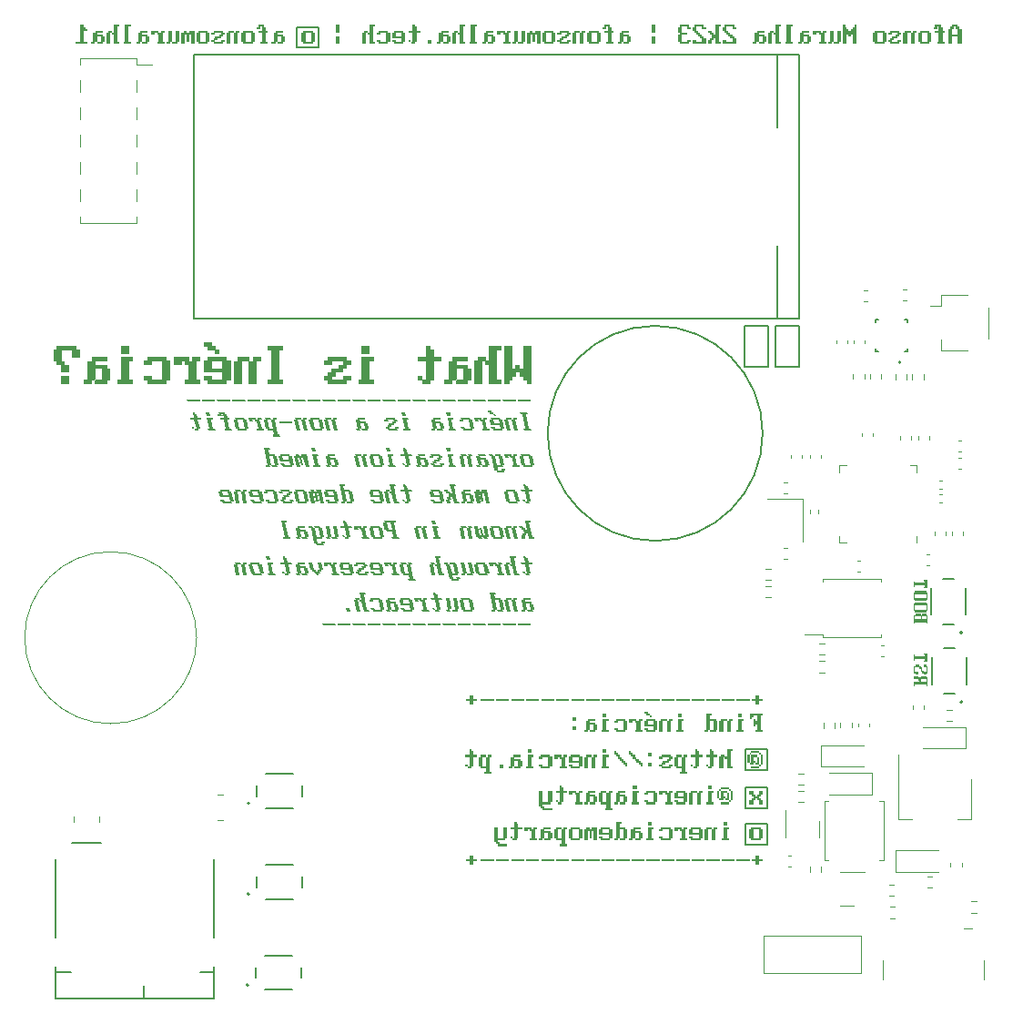
<source format=gbo>
%TF.GenerationSoftware,KiCad,Pcbnew,7.0.7*%
%TF.CreationDate,2023-11-02T23:48:11+00:00*%
%TF.ProjectId,mod-badge-inercia,6d6f642d-6261-4646-9765-2d696e657263,rev?*%
%TF.SameCoordinates,Original*%
%TF.FileFunction,Legend,Bot*%
%TF.FilePolarity,Positive*%
%FSLAX46Y46*%
G04 Gerber Fmt 4.6, Leading zero omitted, Abs format (unit mm)*
G04 Created by KiCad (PCBNEW 7.0.7) date 2023-11-02 23:48:11*
%MOMM*%
%LPD*%
G01*
G04 APERTURE LIST*
%ADD10C,0.200000*%
%ADD11C,0.150000*%
%ADD12C,0.830000*%
%ADD13C,0.120000*%
%ADD14C,0.100000*%
%ADD15C,0.127000*%
G04 APERTURE END LIST*
D10*
X67000000Y-68300000D02*
X69000000Y-68300000D01*
X69000000Y-70200000D01*
X67000000Y-70200000D01*
X67000000Y-68300000D01*
X67000000Y-75250000D02*
X69000000Y-75250000D01*
X69000000Y-77150000D01*
X67000000Y-77150000D01*
X67000000Y-75250000D01*
D11*
X68600000Y-38900000D02*
G75*
G03*
X68600000Y-38900000I-10000000J0D01*
G01*
D10*
X25300000Y-1100000D02*
X27300000Y-1100000D01*
X27300000Y-3000000D01*
X25300000Y-3000000D01*
X25300000Y-1100000D01*
X67000000Y-71850000D02*
X69000000Y-71850000D01*
X69000000Y-73750000D01*
X67000000Y-73750000D01*
X67000000Y-71850000D01*
D11*
G36*
X68600976Y-64929267D02*
G01*
X67381716Y-64929267D01*
X67381716Y-65460739D01*
X67569295Y-65460739D01*
X67569295Y-65282442D01*
X67725610Y-65282442D01*
X67725610Y-65103656D01*
X68069504Y-65103656D01*
X68069504Y-65648318D01*
X67913189Y-65648318D01*
X67913189Y-65460739D01*
X67725610Y-65460739D01*
X67725610Y-66148527D01*
X67913189Y-66148527D01*
X67913189Y-65992212D01*
X68069504Y-65992212D01*
X68069504Y-66505610D01*
X67913189Y-66505610D01*
X67913189Y-66680000D01*
X68600976Y-66680000D01*
X68600976Y-66505610D01*
X68419748Y-66505610D01*
X68419748Y-65103656D01*
X68600976Y-65103656D01*
X68600976Y-64929267D01*
G37*
G36*
X66676831Y-64929267D02*
G01*
X66326587Y-64929267D01*
X66326587Y-65273161D01*
X66676831Y-65273161D01*
X66676831Y-64929267D01*
G37*
G36*
X66858060Y-65460739D02*
G01*
X66326587Y-65460739D01*
X66326587Y-66505610D01*
X66170272Y-66505610D01*
X66170272Y-66680000D01*
X66858060Y-66680000D01*
X66858060Y-66505610D01*
X66676831Y-66505610D01*
X66676831Y-65635129D01*
X66858060Y-65635129D01*
X66858060Y-65460739D01*
G37*
G36*
X65802930Y-65460739D02*
G01*
X65452686Y-65460739D01*
X65452686Y-65648318D01*
X65271458Y-65648318D01*
X65271458Y-66680000D01*
X65621702Y-66680000D01*
X65621702Y-65635129D01*
X65802930Y-65635129D01*
X65802930Y-65460739D01*
G37*
G36*
X65271458Y-65460739D02*
G01*
X64739986Y-65460739D01*
X64739986Y-65648318D01*
X64577320Y-65648318D01*
X64577320Y-66680000D01*
X64927564Y-66680000D01*
X64927564Y-65635129D01*
X65271458Y-65635129D01*
X65271458Y-65460739D01*
G37*
G36*
X63884647Y-64929267D02*
G01*
X63365875Y-64929267D01*
X63365875Y-66505610D01*
X63178297Y-66505610D01*
X63178297Y-66680000D01*
X63528541Y-66680000D01*
X63528541Y-66505610D01*
X63716120Y-66505610D01*
X63716120Y-65635129D01*
X64053663Y-65635129D01*
X64053663Y-66505610D01*
X63716120Y-66505610D01*
X63716120Y-66680000D01*
X64247592Y-66680000D01*
X64247592Y-66505610D01*
X64403907Y-66505610D01*
X64403907Y-65648318D01*
X64247592Y-65648318D01*
X64247592Y-65460739D01*
X63716120Y-65460739D01*
X63716120Y-65103656D01*
X63884647Y-65103656D01*
X63884647Y-64929267D01*
G37*
G36*
X61080739Y-64929267D02*
G01*
X60730495Y-64929267D01*
X60730495Y-65273161D01*
X61080739Y-65273161D01*
X61080739Y-64929267D01*
G37*
G36*
X61261967Y-65460739D02*
G01*
X60730495Y-65460739D01*
X60730495Y-66505610D01*
X60574180Y-66505610D01*
X60574180Y-66680000D01*
X61261967Y-66680000D01*
X61261967Y-66505610D01*
X61080739Y-66505610D01*
X61080739Y-65635129D01*
X61261967Y-65635129D01*
X61261967Y-65460739D01*
G37*
G36*
X60206838Y-65460739D02*
G01*
X59856594Y-65460739D01*
X59856594Y-65648318D01*
X59675366Y-65648318D01*
X59675366Y-66680000D01*
X60025610Y-66680000D01*
X60025610Y-65635129D01*
X60206838Y-65635129D01*
X60206838Y-65460739D01*
G37*
G36*
X59675366Y-65460739D02*
G01*
X59143893Y-65460739D01*
X59143893Y-65648318D01*
X58981228Y-65648318D01*
X58981228Y-66680000D01*
X59331472Y-66680000D01*
X59331472Y-65635129D01*
X59675366Y-65635129D01*
X59675366Y-65460739D01*
G37*
G36*
X58620237Y-65630244D02*
G01*
X58807815Y-65630244D01*
X58807815Y-66505610D01*
X58620237Y-66505610D01*
X58620237Y-66680000D01*
X57744870Y-66680000D01*
X57744870Y-66505610D01*
X57582205Y-66505610D01*
X57582205Y-66336106D01*
X57932449Y-66336106D01*
X57932449Y-66505610D01*
X58457571Y-66505610D01*
X58457571Y-66148527D01*
X57582205Y-66148527D01*
X57582205Y-65635129D01*
X57932449Y-65635129D01*
X57932449Y-65974138D01*
X58457571Y-65974138D01*
X58457571Y-65635129D01*
X57932449Y-65635129D01*
X57582205Y-65635129D01*
X57582205Y-65630244D01*
X57744870Y-65630244D01*
X57744870Y-65460739D01*
X58620237Y-65460739D01*
X58620237Y-65630244D01*
G37*
G36*
X58276343Y-65291235D02*
G01*
X58088764Y-65291235D01*
X58088764Y-65116845D01*
X58276343Y-65116845D01*
X58276343Y-65291235D01*
G37*
G36*
X57932449Y-64929267D02*
G01*
X58088764Y-64929267D01*
X58088764Y-65103656D01*
X57744870Y-65103656D01*
X57744870Y-64929267D01*
X57582205Y-64929267D01*
X57582205Y-64772951D01*
X57932449Y-64772951D01*
X57932449Y-64929267D01*
G37*
G36*
X57408792Y-65460739D02*
G01*
X57058548Y-65460739D01*
X57058548Y-65635129D01*
X56877320Y-65635129D01*
X56877320Y-65460739D01*
X56183182Y-65460739D01*
X56183182Y-65809030D01*
X56533426Y-65809030D01*
X56533426Y-65635129D01*
X56721004Y-65635129D01*
X56721004Y-65809030D01*
X56877320Y-65809030D01*
X56877320Y-66505610D01*
X56721004Y-66505610D01*
X56721004Y-66680000D01*
X57408792Y-66680000D01*
X57408792Y-66505610D01*
X57227564Y-66505610D01*
X57227564Y-65635129D01*
X57408792Y-65635129D01*
X57408792Y-65460739D01*
G37*
G36*
X55822191Y-65460739D02*
G01*
X54946824Y-65460739D01*
X54946824Y-65630244D01*
X54784159Y-65630244D01*
X54784159Y-65804633D01*
X55134403Y-65804633D01*
X55134403Y-65635129D01*
X55659525Y-65635129D01*
X55659525Y-66505610D01*
X55134403Y-66505610D01*
X55134403Y-66336106D01*
X54784159Y-66336106D01*
X54784159Y-66505610D01*
X54946824Y-66505610D01*
X54946824Y-66680000D01*
X55822191Y-66680000D01*
X55822191Y-66505610D01*
X56009769Y-66505610D01*
X56009769Y-65630244D01*
X55822191Y-65630244D01*
X55822191Y-65460739D01*
G37*
G36*
X54085624Y-64929267D02*
G01*
X53735380Y-64929267D01*
X53735380Y-65273161D01*
X54085624Y-65273161D01*
X54085624Y-64929267D01*
G37*
G36*
X54266852Y-65460739D02*
G01*
X53735380Y-65460739D01*
X53735380Y-66505610D01*
X53579064Y-66505610D01*
X53579064Y-66680000D01*
X54266852Y-66680000D01*
X54266852Y-66505610D01*
X54085624Y-66505610D01*
X54085624Y-65635129D01*
X54266852Y-65635129D01*
X54266852Y-65460739D01*
G37*
G36*
X53055408Y-65460739D02*
G01*
X52367620Y-65460739D01*
X52367620Y-65635129D01*
X52173691Y-65635129D01*
X52173691Y-66505610D01*
X51986113Y-66505610D01*
X51986113Y-66680000D01*
X52336357Y-66680000D01*
X52336357Y-66505610D01*
X52523935Y-66505610D01*
X52523935Y-65979023D01*
X52861479Y-65979023D01*
X52861479Y-66505610D01*
X52523935Y-66505610D01*
X52523935Y-66680000D01*
X53055408Y-66680000D01*
X53055408Y-66505610D01*
X53211723Y-66505610D01*
X53211723Y-65992212D01*
X53055408Y-65992212D01*
X53055408Y-65804633D01*
X52523935Y-65804633D01*
X52523935Y-65635129D01*
X53055408Y-65635129D01*
X53055408Y-65460739D01*
G37*
G36*
X51281228Y-65273161D02*
G01*
X50930983Y-65273161D01*
X50930983Y-65617055D01*
X51281228Y-65617055D01*
X51281228Y-65273161D01*
G37*
G36*
X51281228Y-66148527D02*
G01*
X50930983Y-66148527D01*
X50930983Y-66492421D01*
X51281228Y-66492421D01*
X51281228Y-66148527D01*
G37*
G36*
X68257083Y-68476845D02*
G01*
X67538032Y-68476845D01*
X67538032Y-68646350D01*
X68257083Y-68646350D01*
X68257083Y-68476845D01*
G37*
G36*
X68413398Y-68646350D02*
G01*
X68257083Y-68646350D01*
X68257083Y-68820739D01*
X68413398Y-68820739D01*
X68413398Y-68646350D01*
G37*
G36*
X67538032Y-68646350D02*
G01*
X67381716Y-68646350D01*
X67381716Y-68820739D01*
X67538032Y-68820739D01*
X67538032Y-68646350D01*
G37*
G36*
X67381716Y-68820739D02*
G01*
X67194138Y-68820739D01*
X67194138Y-69508527D01*
X67381716Y-69508527D01*
X67381716Y-68820739D01*
G37*
G36*
X68600976Y-68820739D02*
G01*
X68413398Y-68820739D01*
X68413398Y-69696106D01*
X68600976Y-69696106D01*
X68600976Y-68820739D01*
G37*
G36*
X68257083Y-68995129D02*
G01*
X68069504Y-68995129D01*
X68069504Y-69521716D01*
X67897557Y-69521716D01*
X67897557Y-69696106D01*
X68257083Y-69696106D01*
X68257083Y-68995129D01*
G37*
G36*
X68069504Y-68820739D02*
G01*
X67538032Y-68820739D01*
X67538032Y-69521716D01*
X67381716Y-69521716D01*
X67381716Y-69696106D01*
X67725610Y-69696106D01*
X67725610Y-69508527D01*
X67897557Y-69508527D01*
X67897557Y-69334138D01*
X67725610Y-69334138D01*
X67725610Y-68995129D01*
X68069504Y-68995129D01*
X68069504Y-68820739D01*
G37*
G36*
X68413398Y-69696106D02*
G01*
X68257083Y-69696106D01*
X68257083Y-69865610D01*
X68413398Y-69865610D01*
X68413398Y-69696106D01*
G37*
G36*
X68257083Y-69865610D02*
G01*
X67538032Y-69865610D01*
X67538032Y-70040000D01*
X68257083Y-70040000D01*
X68257083Y-69865610D01*
G37*
G36*
X65787299Y-68289267D02*
G01*
X65265108Y-68289267D01*
X65265108Y-68990244D01*
X65090230Y-68990244D01*
X65090230Y-69164633D01*
X65265108Y-69164633D01*
X65265108Y-70040000D01*
X65787299Y-70040000D01*
X65787299Y-69865610D01*
X65615352Y-69865610D01*
X65615352Y-68463656D01*
X65787299Y-68463656D01*
X65787299Y-68289267D01*
G37*
G36*
X65090230Y-68820739D02*
G01*
X64739986Y-68820739D01*
X64739986Y-68990244D01*
X64577320Y-68990244D01*
X64577320Y-70040000D01*
X64927564Y-70040000D01*
X64927564Y-68995129D01*
X65090230Y-68995129D01*
X65090230Y-68820739D01*
G37*
G36*
X63897348Y-68289267D02*
G01*
X63709769Y-68289267D01*
X63709769Y-68820739D01*
X63340963Y-68820739D01*
X63340963Y-68995129D01*
X63709769Y-68995129D01*
X63709769Y-69865610D01*
X63547103Y-69865610D01*
X63547103Y-70040000D01*
X63897348Y-70040000D01*
X63897348Y-69865610D01*
X64060013Y-69865610D01*
X64060013Y-68995129D01*
X64403907Y-68995129D01*
X64403907Y-68820739D01*
X64060013Y-68820739D01*
X64060013Y-68458771D01*
X63897348Y-68458771D01*
X63897348Y-68289267D01*
G37*
G36*
X63528541Y-69696106D02*
G01*
X63340963Y-69696106D01*
X63340963Y-69865610D01*
X63528541Y-69865610D01*
X63528541Y-69696106D01*
G37*
G36*
X62498325Y-68289267D02*
G01*
X62310746Y-68289267D01*
X62310746Y-68820739D01*
X61941939Y-68820739D01*
X61941939Y-68995129D01*
X62310746Y-68995129D01*
X62310746Y-69865610D01*
X62148080Y-69865610D01*
X62148080Y-70040000D01*
X62498325Y-70040000D01*
X62498325Y-69865610D01*
X62660990Y-69865610D01*
X62660990Y-68995129D01*
X63004884Y-68995129D01*
X63004884Y-68820739D01*
X62660990Y-68820739D01*
X62660990Y-68458771D01*
X62498325Y-68458771D01*
X62498325Y-68289267D01*
G37*
G36*
X62129518Y-69696106D02*
G01*
X61941939Y-69696106D01*
X61941939Y-69865610D01*
X62129518Y-69865610D01*
X62129518Y-69696106D01*
G37*
G36*
X61605861Y-68820739D02*
G01*
X61255617Y-68820739D01*
X61255617Y-69008318D01*
X61074389Y-69008318D01*
X61074389Y-69865610D01*
X60730495Y-69865610D01*
X60730495Y-68995129D01*
X61074389Y-68995129D01*
X61074389Y-68820739D01*
X60542916Y-68820739D01*
X60542916Y-69008318D01*
X60380251Y-69008318D01*
X60380251Y-69865610D01*
X60542916Y-69865610D01*
X60542916Y-70040000D01*
X61074389Y-70040000D01*
X61074389Y-70397083D01*
X60918073Y-70397083D01*
X60918073Y-70571472D01*
X61605861Y-70571472D01*
X61605861Y-70397083D01*
X61424633Y-70397083D01*
X61424633Y-68995129D01*
X61605861Y-68995129D01*
X61605861Y-68820739D01*
G37*
G36*
X60025610Y-68820739D02*
G01*
X59168806Y-68820739D01*
X59168806Y-68990244D01*
X58981228Y-68990244D01*
X58981228Y-69164633D01*
X59331472Y-69164633D01*
X59331472Y-68995129D01*
X59856594Y-68995129D01*
X59856594Y-69164633D01*
X59675366Y-69164633D01*
X59675366Y-69334138D01*
X59331472Y-69334138D01*
X59331472Y-69508527D01*
X59168806Y-69508527D01*
X59168806Y-69696106D01*
X58981228Y-69696106D01*
X58981228Y-69865610D01*
X59168806Y-69865610D01*
X59168806Y-70040000D01*
X60025610Y-70040000D01*
X60025610Y-69865610D01*
X60206838Y-69865610D01*
X60206838Y-69696106D01*
X59856594Y-69696106D01*
X59856594Y-69865610D01*
X59331472Y-69865610D01*
X59331472Y-69696106D01*
X59519050Y-69696106D01*
X59519050Y-69508527D01*
X59856594Y-69508527D01*
X59856594Y-69334138D01*
X60025610Y-69334138D01*
X60025610Y-69164633D01*
X60206838Y-69164633D01*
X60206838Y-68990244D01*
X60025610Y-68990244D01*
X60025610Y-68820739D01*
G37*
G36*
X58276343Y-68633161D02*
G01*
X57926099Y-68633161D01*
X57926099Y-68977055D01*
X58276343Y-68977055D01*
X58276343Y-68633161D01*
G37*
G36*
X58276343Y-69508527D02*
G01*
X57926099Y-69508527D01*
X57926099Y-69852421D01*
X58276343Y-69852421D01*
X58276343Y-69508527D01*
G37*
G36*
X56370760Y-68476845D02*
G01*
X56189532Y-68476845D01*
X56189532Y-68820739D01*
X56370760Y-68820739D01*
X56370760Y-68977055D01*
X56533426Y-68977055D01*
X56533426Y-69164633D01*
X56714654Y-69164633D01*
X56714654Y-69352212D01*
X56877320Y-69352212D01*
X56877320Y-69508527D01*
X57058548Y-69508527D01*
X57058548Y-69696106D01*
X57221214Y-69696106D01*
X57221214Y-69852421D01*
X57408792Y-69852421D01*
X57408792Y-69508527D01*
X57221214Y-69508527D01*
X57221214Y-69352212D01*
X57058548Y-69352212D01*
X57058548Y-69164633D01*
X56877320Y-69164633D01*
X56877320Y-69008318D01*
X56714654Y-69008318D01*
X56714654Y-68820739D01*
X56533426Y-68820739D01*
X56533426Y-68633161D01*
X56370760Y-68633161D01*
X56370760Y-68476845D01*
G37*
G36*
X54971737Y-68476845D02*
G01*
X54790509Y-68476845D01*
X54790509Y-68820739D01*
X54971737Y-68820739D01*
X54971737Y-68977055D01*
X55134403Y-68977055D01*
X55134403Y-69164633D01*
X55315631Y-69164633D01*
X55315631Y-69352212D01*
X55478297Y-69352212D01*
X55478297Y-69508527D01*
X55659525Y-69508527D01*
X55659525Y-69696106D01*
X55822191Y-69696106D01*
X55822191Y-69852421D01*
X56009769Y-69852421D01*
X56009769Y-69508527D01*
X55822191Y-69508527D01*
X55822191Y-69352212D01*
X55659525Y-69352212D01*
X55659525Y-69164633D01*
X55478297Y-69164633D01*
X55478297Y-69008318D01*
X55315631Y-69008318D01*
X55315631Y-68820739D01*
X55134403Y-68820739D01*
X55134403Y-68633161D01*
X54971737Y-68633161D01*
X54971737Y-68476845D01*
G37*
G36*
X54085624Y-68289267D02*
G01*
X53735380Y-68289267D01*
X53735380Y-68633161D01*
X54085624Y-68633161D01*
X54085624Y-68289267D01*
G37*
G36*
X54266852Y-68820739D02*
G01*
X53735380Y-68820739D01*
X53735380Y-69865610D01*
X53579064Y-69865610D01*
X53579064Y-70040000D01*
X54266852Y-70040000D01*
X54266852Y-69865610D01*
X54085624Y-69865610D01*
X54085624Y-68995129D01*
X54266852Y-68995129D01*
X54266852Y-68820739D01*
G37*
G36*
X53211723Y-68820739D02*
G01*
X52861479Y-68820739D01*
X52861479Y-69008318D01*
X52680251Y-69008318D01*
X52680251Y-70040000D01*
X53030495Y-70040000D01*
X53030495Y-68995129D01*
X53211723Y-68995129D01*
X53211723Y-68820739D01*
G37*
G36*
X52680251Y-68820739D02*
G01*
X52148778Y-68820739D01*
X52148778Y-69008318D01*
X51986113Y-69008318D01*
X51986113Y-70040000D01*
X52336357Y-70040000D01*
X52336357Y-68995129D01*
X52680251Y-68995129D01*
X52680251Y-68820739D01*
G37*
G36*
X51625122Y-68990244D02*
G01*
X51812700Y-68990244D01*
X51812700Y-69865610D01*
X51625122Y-69865610D01*
X51625122Y-70040000D01*
X50749755Y-70040000D01*
X50749755Y-69865610D01*
X50587090Y-69865610D01*
X50587090Y-69696106D01*
X50937334Y-69696106D01*
X50937334Y-69865610D01*
X51462456Y-69865610D01*
X51462456Y-69508527D01*
X50587090Y-69508527D01*
X50587090Y-68995129D01*
X50937334Y-68995129D01*
X50937334Y-69334138D01*
X51462456Y-69334138D01*
X51462456Y-68995129D01*
X50937334Y-68995129D01*
X50587090Y-68995129D01*
X50587090Y-68990244D01*
X50749755Y-68990244D01*
X50749755Y-68820739D01*
X51625122Y-68820739D01*
X51625122Y-68990244D01*
G37*
G36*
X50413677Y-68820739D02*
G01*
X50063433Y-68820739D01*
X50063433Y-68995129D01*
X49882205Y-68995129D01*
X49882205Y-68820739D01*
X49188066Y-68820739D01*
X49188066Y-69169030D01*
X49538311Y-69169030D01*
X49538311Y-68995129D01*
X49725889Y-68995129D01*
X49725889Y-69169030D01*
X49882205Y-69169030D01*
X49882205Y-69865610D01*
X49725889Y-69865610D01*
X49725889Y-70040000D01*
X50413677Y-70040000D01*
X50413677Y-69865610D01*
X50232449Y-69865610D01*
X50232449Y-68995129D01*
X50413677Y-68995129D01*
X50413677Y-68820739D01*
G37*
G36*
X48827076Y-68820739D02*
G01*
X47951709Y-68820739D01*
X47951709Y-68990244D01*
X47789043Y-68990244D01*
X47789043Y-69164633D01*
X48139288Y-69164633D01*
X48139288Y-68995129D01*
X48664410Y-68995129D01*
X48664410Y-69865610D01*
X48139288Y-69865610D01*
X48139288Y-69696106D01*
X47789043Y-69696106D01*
X47789043Y-69865610D01*
X47951709Y-69865610D01*
X47951709Y-70040000D01*
X48827076Y-70040000D01*
X48827076Y-69865610D01*
X49014654Y-69865610D01*
X49014654Y-68990244D01*
X48827076Y-68990244D01*
X48827076Y-68820739D01*
G37*
G36*
X47090509Y-68289267D02*
G01*
X46740265Y-68289267D01*
X46740265Y-68633161D01*
X47090509Y-68633161D01*
X47090509Y-68289267D01*
G37*
G36*
X47271737Y-68820739D02*
G01*
X46740265Y-68820739D01*
X46740265Y-69865610D01*
X46583949Y-69865610D01*
X46583949Y-70040000D01*
X47271737Y-70040000D01*
X47271737Y-69865610D01*
X47090509Y-69865610D01*
X47090509Y-68995129D01*
X47271737Y-68995129D01*
X47271737Y-68820739D01*
G37*
G36*
X46060293Y-68820739D02*
G01*
X45372505Y-68820739D01*
X45372505Y-68995129D01*
X45178576Y-68995129D01*
X45178576Y-69865610D01*
X44990997Y-69865610D01*
X44990997Y-70040000D01*
X45341242Y-70040000D01*
X45341242Y-69865610D01*
X45528820Y-69865610D01*
X45528820Y-69339023D01*
X45866364Y-69339023D01*
X45866364Y-69865610D01*
X45528820Y-69865610D01*
X45528820Y-70040000D01*
X46060293Y-70040000D01*
X46060293Y-69865610D01*
X46216608Y-69865610D01*
X46216608Y-69352212D01*
X46060293Y-69352212D01*
X46060293Y-69164633D01*
X45528820Y-69164633D01*
X45528820Y-68995129D01*
X46060293Y-68995129D01*
X46060293Y-68820739D01*
G37*
G36*
X44473691Y-69696106D02*
G01*
X44123447Y-69696106D01*
X44123447Y-70040000D01*
X44473691Y-70040000D01*
X44473691Y-69696106D01*
G37*
G36*
X43418562Y-68820739D02*
G01*
X43068318Y-68820739D01*
X43068318Y-69008318D01*
X42887090Y-69008318D01*
X42887090Y-69865610D01*
X42543196Y-69865610D01*
X42543196Y-68995129D01*
X42887090Y-68995129D01*
X42887090Y-68820739D01*
X42355617Y-68820739D01*
X42355617Y-69008318D01*
X42192951Y-69008318D01*
X42192951Y-69865610D01*
X42355617Y-69865610D01*
X42355617Y-70040000D01*
X42887090Y-70040000D01*
X42887090Y-70397083D01*
X42730774Y-70397083D01*
X42730774Y-70571472D01*
X43418562Y-70571472D01*
X43418562Y-70397083D01*
X43237334Y-70397083D01*
X43237334Y-68995129D01*
X43418562Y-68995129D01*
X43418562Y-68820739D01*
G37*
G36*
X41512979Y-68289267D02*
G01*
X41325401Y-68289267D01*
X41325401Y-68820739D01*
X40956594Y-68820739D01*
X40956594Y-68995129D01*
X41325401Y-68995129D01*
X41325401Y-69865610D01*
X41162735Y-69865610D01*
X41162735Y-70040000D01*
X41512979Y-70040000D01*
X41512979Y-69865610D01*
X41675645Y-69865610D01*
X41675645Y-68995129D01*
X42019539Y-68995129D01*
X42019539Y-68820739D01*
X41675645Y-68820739D01*
X41675645Y-68458771D01*
X41512979Y-68458771D01*
X41512979Y-68289267D01*
G37*
G36*
X41144173Y-69696106D02*
G01*
X40956594Y-69696106D01*
X40956594Y-69865610D01*
X41144173Y-69865610D01*
X41144173Y-69696106D01*
G37*
G36*
X68600976Y-72180739D02*
G01*
X68250732Y-72180739D01*
X68250732Y-72524633D01*
X68069504Y-72524633D01*
X68069504Y-72694138D01*
X67913189Y-72694138D01*
X67913189Y-72524633D01*
X67725610Y-72524633D01*
X67725610Y-72180739D01*
X67375366Y-72180739D01*
X67375366Y-72524633D01*
X67562944Y-72524633D01*
X67562944Y-72694138D01*
X67725610Y-72694138D01*
X67725610Y-72868527D01*
X67562944Y-72868527D01*
X67562944Y-73056106D01*
X67375366Y-73056106D01*
X67375366Y-73400000D01*
X67725610Y-73400000D01*
X67725610Y-73056106D01*
X67913189Y-73056106D01*
X67913189Y-72868527D01*
X68069504Y-72868527D01*
X68069504Y-73056106D01*
X68250732Y-73056106D01*
X68250732Y-73400000D01*
X68600976Y-73400000D01*
X68600976Y-73056106D01*
X68419748Y-73056106D01*
X68419748Y-72868527D01*
X68250732Y-72868527D01*
X68250732Y-72694138D01*
X68419748Y-72694138D01*
X68419748Y-72524633D01*
X68600976Y-72524633D01*
X68600976Y-72180739D01*
G37*
G36*
X65459036Y-71836845D02*
G01*
X64739986Y-71836845D01*
X64739986Y-72006350D01*
X65459036Y-72006350D01*
X65459036Y-71836845D01*
G37*
G36*
X65615352Y-72006350D02*
G01*
X65459036Y-72006350D01*
X65459036Y-72180739D01*
X65615352Y-72180739D01*
X65615352Y-72006350D01*
G37*
G36*
X64739986Y-72006350D02*
G01*
X64583670Y-72006350D01*
X64583670Y-72180739D01*
X64739986Y-72180739D01*
X64739986Y-72006350D01*
G37*
G36*
X64583670Y-72180739D02*
G01*
X64396092Y-72180739D01*
X64396092Y-72868527D01*
X64583670Y-72868527D01*
X64583670Y-72180739D01*
G37*
G36*
X65802930Y-72180739D02*
G01*
X65615352Y-72180739D01*
X65615352Y-73056106D01*
X65802930Y-73056106D01*
X65802930Y-72180739D01*
G37*
G36*
X65459036Y-72355129D02*
G01*
X65271458Y-72355129D01*
X65271458Y-72881716D01*
X65099511Y-72881716D01*
X65099511Y-73056106D01*
X65459036Y-73056106D01*
X65459036Y-72355129D01*
G37*
G36*
X65271458Y-72180739D02*
G01*
X64739986Y-72180739D01*
X64739986Y-72881716D01*
X64583670Y-72881716D01*
X64583670Y-73056106D01*
X64927564Y-73056106D01*
X64927564Y-72868527D01*
X65099511Y-72868527D01*
X65099511Y-72694138D01*
X64927564Y-72694138D01*
X64927564Y-72355129D01*
X65271458Y-72355129D01*
X65271458Y-72180739D01*
G37*
G36*
X65615352Y-73056106D02*
G01*
X65459036Y-73056106D01*
X65459036Y-73225610D01*
X65615352Y-73225610D01*
X65615352Y-73056106D01*
G37*
G36*
X65459036Y-73225610D02*
G01*
X64739986Y-73225610D01*
X64739986Y-73400000D01*
X65459036Y-73400000D01*
X65459036Y-73225610D01*
G37*
G36*
X63878785Y-71649267D02*
G01*
X63528541Y-71649267D01*
X63528541Y-71993161D01*
X63878785Y-71993161D01*
X63878785Y-71649267D01*
G37*
G36*
X64060013Y-72180739D02*
G01*
X63528541Y-72180739D01*
X63528541Y-73225610D01*
X63372226Y-73225610D01*
X63372226Y-73400000D01*
X64060013Y-73400000D01*
X64060013Y-73225610D01*
X63878785Y-73225610D01*
X63878785Y-72355129D01*
X64060013Y-72355129D01*
X64060013Y-72180739D01*
G37*
G36*
X63004884Y-72180739D02*
G01*
X62654640Y-72180739D01*
X62654640Y-72368318D01*
X62473412Y-72368318D01*
X62473412Y-73400000D01*
X62823656Y-73400000D01*
X62823656Y-72355129D01*
X63004884Y-72355129D01*
X63004884Y-72180739D01*
G37*
G36*
X62473412Y-72180739D02*
G01*
X61941939Y-72180739D01*
X61941939Y-72368318D01*
X61779274Y-72368318D01*
X61779274Y-73400000D01*
X62129518Y-73400000D01*
X62129518Y-72355129D01*
X62473412Y-72355129D01*
X62473412Y-72180739D01*
G37*
G36*
X61418283Y-72350244D02*
G01*
X61605861Y-72350244D01*
X61605861Y-73225610D01*
X61418283Y-73225610D01*
X61418283Y-73400000D01*
X60542916Y-73400000D01*
X60542916Y-73225610D01*
X60380251Y-73225610D01*
X60380251Y-73056106D01*
X60730495Y-73056106D01*
X60730495Y-73225610D01*
X61255617Y-73225610D01*
X61255617Y-72868527D01*
X60380251Y-72868527D01*
X60380251Y-72355129D01*
X60730495Y-72355129D01*
X60730495Y-72694138D01*
X61255617Y-72694138D01*
X61255617Y-72355129D01*
X60730495Y-72355129D01*
X60380251Y-72355129D01*
X60380251Y-72350244D01*
X60542916Y-72350244D01*
X60542916Y-72180739D01*
X61418283Y-72180739D01*
X61418283Y-72350244D01*
G37*
G36*
X60206838Y-72180739D02*
G01*
X59856594Y-72180739D01*
X59856594Y-72355129D01*
X59675366Y-72355129D01*
X59675366Y-72180739D01*
X58981228Y-72180739D01*
X58981228Y-72529030D01*
X59331472Y-72529030D01*
X59331472Y-72355129D01*
X59519050Y-72355129D01*
X59519050Y-72529030D01*
X59675366Y-72529030D01*
X59675366Y-73225610D01*
X59519050Y-73225610D01*
X59519050Y-73400000D01*
X60206838Y-73400000D01*
X60206838Y-73225610D01*
X60025610Y-73225610D01*
X60025610Y-72355129D01*
X60206838Y-72355129D01*
X60206838Y-72180739D01*
G37*
G36*
X58620237Y-72180739D02*
G01*
X57744870Y-72180739D01*
X57744870Y-72350244D01*
X57582205Y-72350244D01*
X57582205Y-72524633D01*
X57932449Y-72524633D01*
X57932449Y-72355129D01*
X58457571Y-72355129D01*
X58457571Y-73225610D01*
X57932449Y-73225610D01*
X57932449Y-73056106D01*
X57582205Y-73056106D01*
X57582205Y-73225610D01*
X57744870Y-73225610D01*
X57744870Y-73400000D01*
X58620237Y-73400000D01*
X58620237Y-73225610D01*
X58807815Y-73225610D01*
X58807815Y-72350244D01*
X58620237Y-72350244D01*
X58620237Y-72180739D01*
G37*
G36*
X56883670Y-71649267D02*
G01*
X56533426Y-71649267D01*
X56533426Y-71993161D01*
X56883670Y-71993161D01*
X56883670Y-71649267D01*
G37*
G36*
X57064898Y-72180739D02*
G01*
X56533426Y-72180739D01*
X56533426Y-73225610D01*
X56377110Y-73225610D01*
X56377110Y-73400000D01*
X57064898Y-73400000D01*
X57064898Y-73225610D01*
X56883670Y-73225610D01*
X56883670Y-72355129D01*
X57064898Y-72355129D01*
X57064898Y-72180739D01*
G37*
G36*
X55853454Y-72180739D02*
G01*
X55165666Y-72180739D01*
X55165666Y-72355129D01*
X54971737Y-72355129D01*
X54971737Y-73225610D01*
X54784159Y-73225610D01*
X54784159Y-73400000D01*
X55134403Y-73400000D01*
X55134403Y-73225610D01*
X55321981Y-73225610D01*
X55321981Y-72699023D01*
X55659525Y-72699023D01*
X55659525Y-73225610D01*
X55321981Y-73225610D01*
X55321981Y-73400000D01*
X55853454Y-73400000D01*
X55853454Y-73225610D01*
X56009769Y-73225610D01*
X56009769Y-72712212D01*
X55853454Y-72712212D01*
X55853454Y-72524633D01*
X55321981Y-72524633D01*
X55321981Y-72355129D01*
X55853454Y-72355129D01*
X55853454Y-72180739D01*
G37*
G36*
X54610746Y-72180739D02*
G01*
X54260502Y-72180739D01*
X54260502Y-72368318D01*
X54079274Y-72368318D01*
X54079274Y-73225610D01*
X53735380Y-73225610D01*
X53735380Y-72355129D01*
X54079274Y-72355129D01*
X54079274Y-72180739D01*
X53547801Y-72180739D01*
X53547801Y-72368318D01*
X53385136Y-72368318D01*
X53385136Y-73225610D01*
X53547801Y-73225610D01*
X53547801Y-73400000D01*
X54079274Y-73400000D01*
X54079274Y-73757083D01*
X53922958Y-73757083D01*
X53922958Y-73931472D01*
X54610746Y-73931472D01*
X54610746Y-73757083D01*
X54429518Y-73757083D01*
X54429518Y-72355129D01*
X54610746Y-72355129D01*
X54610746Y-72180739D01*
G37*
G36*
X53055408Y-72180739D02*
G01*
X52367620Y-72180739D01*
X52367620Y-72355129D01*
X52173691Y-72355129D01*
X52173691Y-73225610D01*
X51986113Y-73225610D01*
X51986113Y-73400000D01*
X52336357Y-73400000D01*
X52336357Y-73225610D01*
X52523935Y-73225610D01*
X52523935Y-72699023D01*
X52861479Y-72699023D01*
X52861479Y-73225610D01*
X52523935Y-73225610D01*
X52523935Y-73400000D01*
X53055408Y-73400000D01*
X53055408Y-73225610D01*
X53211723Y-73225610D01*
X53211723Y-72712212D01*
X53055408Y-72712212D01*
X53055408Y-72524633D01*
X52523935Y-72524633D01*
X52523935Y-72355129D01*
X53055408Y-72355129D01*
X53055408Y-72180739D01*
G37*
G36*
X51812700Y-72180739D02*
G01*
X51462456Y-72180739D01*
X51462456Y-72355129D01*
X51281228Y-72355129D01*
X51281228Y-72180739D01*
X50587090Y-72180739D01*
X50587090Y-72529030D01*
X50937334Y-72529030D01*
X50937334Y-72355129D01*
X51124912Y-72355129D01*
X51124912Y-72529030D01*
X51281228Y-72529030D01*
X51281228Y-73225610D01*
X51124912Y-73225610D01*
X51124912Y-73400000D01*
X51812700Y-73400000D01*
X51812700Y-73225610D01*
X51631472Y-73225610D01*
X51631472Y-72355129D01*
X51812700Y-72355129D01*
X51812700Y-72180739D01*
G37*
G36*
X49907117Y-71649267D02*
G01*
X49719539Y-71649267D01*
X49719539Y-72180739D01*
X49350732Y-72180739D01*
X49350732Y-72355129D01*
X49719539Y-72355129D01*
X49719539Y-73225610D01*
X49556873Y-73225610D01*
X49556873Y-73400000D01*
X49907117Y-73400000D01*
X49907117Y-73225610D01*
X50069783Y-73225610D01*
X50069783Y-72355129D01*
X50413677Y-72355129D01*
X50413677Y-72180739D01*
X50069783Y-72180739D01*
X50069783Y-71818771D01*
X49907117Y-71818771D01*
X49907117Y-71649267D01*
G37*
G36*
X49538311Y-73056106D02*
G01*
X49350732Y-73056106D01*
X49350732Y-73225610D01*
X49538311Y-73225610D01*
X49538311Y-73056106D01*
G37*
G36*
X49014654Y-72180739D02*
G01*
X48664410Y-72180739D01*
X48664410Y-73225610D01*
X48139288Y-73225610D01*
X48139288Y-72180739D01*
X47789043Y-72180739D01*
X47789043Y-73587578D01*
X47976622Y-73587578D01*
X47976622Y-73757083D01*
X48139288Y-73757083D01*
X48139288Y-73931472D01*
X49014654Y-73931472D01*
X49014654Y-73757083D01*
X48326866Y-73757083D01*
X48326866Y-73587578D01*
X48139288Y-73587578D01*
X48139288Y-73400000D01*
X48839776Y-73400000D01*
X48839776Y-73212421D01*
X49014654Y-73212421D01*
X49014654Y-72180739D01*
G37*
G36*
X68413398Y-75728318D02*
G01*
X68600976Y-75728318D01*
X68600976Y-76585610D01*
X68413398Y-76585610D01*
X68413398Y-76760000D01*
X67538032Y-76760000D01*
X67538032Y-76585610D01*
X67375366Y-76585610D01*
X67375366Y-75728318D01*
X67538032Y-75728318D01*
X67538032Y-75715129D01*
X67725610Y-75715129D01*
X67725610Y-76585610D01*
X68250732Y-76585610D01*
X68250732Y-75715129D01*
X67725610Y-75715129D01*
X67538032Y-75715129D01*
X67538032Y-75540739D01*
X68413398Y-75540739D01*
X68413398Y-75728318D01*
G37*
G36*
X65277808Y-75009267D02*
G01*
X64927564Y-75009267D01*
X64927564Y-75353161D01*
X65277808Y-75353161D01*
X65277808Y-75009267D01*
G37*
G36*
X65459036Y-75540739D02*
G01*
X64927564Y-75540739D01*
X64927564Y-76585610D01*
X64771249Y-76585610D01*
X64771249Y-76760000D01*
X65459036Y-76760000D01*
X65459036Y-76585610D01*
X65277808Y-76585610D01*
X65277808Y-75715129D01*
X65459036Y-75715129D01*
X65459036Y-75540739D01*
G37*
G36*
X64403907Y-75540739D02*
G01*
X64053663Y-75540739D01*
X64053663Y-75728318D01*
X63872435Y-75728318D01*
X63872435Y-76760000D01*
X64222679Y-76760000D01*
X64222679Y-75715129D01*
X64403907Y-75715129D01*
X64403907Y-75540739D01*
G37*
G36*
X63872435Y-75540739D02*
G01*
X63340963Y-75540739D01*
X63340963Y-75728318D01*
X63178297Y-75728318D01*
X63178297Y-76760000D01*
X63528541Y-76760000D01*
X63528541Y-75715129D01*
X63872435Y-75715129D01*
X63872435Y-75540739D01*
G37*
G36*
X62817306Y-75710244D02*
G01*
X63004884Y-75710244D01*
X63004884Y-76585610D01*
X62817306Y-76585610D01*
X62817306Y-76760000D01*
X61941939Y-76760000D01*
X61941939Y-76585610D01*
X61779274Y-76585610D01*
X61779274Y-76416106D01*
X62129518Y-76416106D01*
X62129518Y-76585610D01*
X62654640Y-76585610D01*
X62654640Y-76228527D01*
X61779274Y-76228527D01*
X61779274Y-75715129D01*
X62129518Y-75715129D01*
X62129518Y-76054138D01*
X62654640Y-76054138D01*
X62654640Y-75715129D01*
X62129518Y-75715129D01*
X61779274Y-75715129D01*
X61779274Y-75710244D01*
X61941939Y-75710244D01*
X61941939Y-75540739D01*
X62817306Y-75540739D01*
X62817306Y-75710244D01*
G37*
G36*
X61605861Y-75540739D02*
G01*
X61255617Y-75540739D01*
X61255617Y-75715129D01*
X61074389Y-75715129D01*
X61074389Y-75540739D01*
X60380251Y-75540739D01*
X60380251Y-75889030D01*
X60730495Y-75889030D01*
X60730495Y-75715129D01*
X60918073Y-75715129D01*
X60918073Y-75889030D01*
X61074389Y-75889030D01*
X61074389Y-76585610D01*
X60918073Y-76585610D01*
X60918073Y-76760000D01*
X61605861Y-76760000D01*
X61605861Y-76585610D01*
X61424633Y-76585610D01*
X61424633Y-75715129D01*
X61605861Y-75715129D01*
X61605861Y-75540739D01*
G37*
G36*
X60019260Y-75540739D02*
G01*
X59143893Y-75540739D01*
X59143893Y-75710244D01*
X58981228Y-75710244D01*
X58981228Y-75884633D01*
X59331472Y-75884633D01*
X59331472Y-75715129D01*
X59856594Y-75715129D01*
X59856594Y-76585610D01*
X59331472Y-76585610D01*
X59331472Y-76416106D01*
X58981228Y-76416106D01*
X58981228Y-76585610D01*
X59143893Y-76585610D01*
X59143893Y-76760000D01*
X60019260Y-76760000D01*
X60019260Y-76585610D01*
X60206838Y-76585610D01*
X60206838Y-75710244D01*
X60019260Y-75710244D01*
X60019260Y-75540739D01*
G37*
G36*
X58282693Y-75009267D02*
G01*
X57932449Y-75009267D01*
X57932449Y-75353161D01*
X58282693Y-75353161D01*
X58282693Y-75009267D01*
G37*
G36*
X58463921Y-75540739D02*
G01*
X57932449Y-75540739D01*
X57932449Y-76585610D01*
X57776133Y-76585610D01*
X57776133Y-76760000D01*
X58463921Y-76760000D01*
X58463921Y-76585610D01*
X58282693Y-76585610D01*
X58282693Y-75715129D01*
X58463921Y-75715129D01*
X58463921Y-75540739D01*
G37*
G36*
X57252477Y-75540739D02*
G01*
X56564689Y-75540739D01*
X56564689Y-75715129D01*
X56370760Y-75715129D01*
X56370760Y-76585610D01*
X56183182Y-76585610D01*
X56183182Y-76760000D01*
X56533426Y-76760000D01*
X56533426Y-76585610D01*
X56721004Y-76585610D01*
X56721004Y-76059023D01*
X57058548Y-76059023D01*
X57058548Y-76585610D01*
X56721004Y-76585610D01*
X56721004Y-76760000D01*
X57252477Y-76760000D01*
X57252477Y-76585610D01*
X57408792Y-76585610D01*
X57408792Y-76072212D01*
X57252477Y-76072212D01*
X57252477Y-75884633D01*
X56721004Y-75884633D01*
X56721004Y-75715129D01*
X57252477Y-75715129D01*
X57252477Y-75540739D01*
G37*
G36*
X55490509Y-75009267D02*
G01*
X54971737Y-75009267D01*
X54971737Y-76585610D01*
X54784159Y-76585610D01*
X54784159Y-76760000D01*
X55134403Y-76760000D01*
X55134403Y-76585610D01*
X55321981Y-76585610D01*
X55321981Y-75715129D01*
X55659525Y-75715129D01*
X55659525Y-76585610D01*
X55321981Y-76585610D01*
X55321981Y-76760000D01*
X55853454Y-76760000D01*
X55853454Y-76585610D01*
X56009769Y-76585610D01*
X56009769Y-75728318D01*
X55853454Y-75728318D01*
X55853454Y-75540739D01*
X55321981Y-75540739D01*
X55321981Y-75183656D01*
X55490509Y-75183656D01*
X55490509Y-75009267D01*
G37*
G36*
X54423168Y-75710244D02*
G01*
X54610746Y-75710244D01*
X54610746Y-76585610D01*
X54423168Y-76585610D01*
X54423168Y-76760000D01*
X53547801Y-76760000D01*
X53547801Y-76585610D01*
X53385136Y-76585610D01*
X53385136Y-76416106D01*
X53735380Y-76416106D01*
X53735380Y-76585610D01*
X54260502Y-76585610D01*
X54260502Y-76228527D01*
X53385136Y-76228527D01*
X53385136Y-75715129D01*
X53735380Y-75715129D01*
X53735380Y-76054138D01*
X54260502Y-76054138D01*
X54260502Y-75715129D01*
X53735380Y-75715129D01*
X53385136Y-75715129D01*
X53385136Y-75710244D01*
X53547801Y-75710244D01*
X53547801Y-75540739D01*
X54423168Y-75540739D01*
X54423168Y-75710244D01*
G37*
G36*
X53211723Y-75540739D02*
G01*
X52680251Y-75540739D01*
X52680251Y-75728318D01*
X52492672Y-75728318D01*
X52492672Y-75540739D01*
X52173691Y-75540739D01*
X52173691Y-75728318D01*
X51986113Y-75728318D01*
X51986113Y-76760000D01*
X52336357Y-76760000D01*
X52336357Y-75884633D01*
X52492672Y-75884633D01*
X52492672Y-76603684D01*
X52680251Y-76603684D01*
X52680251Y-75884633D01*
X52861479Y-75884633D01*
X52861479Y-76760000D01*
X53211723Y-76760000D01*
X53211723Y-75540739D01*
G37*
G36*
X51625122Y-75728318D02*
G01*
X51812700Y-75728318D01*
X51812700Y-76585610D01*
X51625122Y-76585610D01*
X51625122Y-76760000D01*
X50749755Y-76760000D01*
X50749755Y-76585610D01*
X50587090Y-76585610D01*
X50587090Y-75728318D01*
X50749755Y-75728318D01*
X50749755Y-75715129D01*
X50937334Y-75715129D01*
X50937334Y-76585610D01*
X51462456Y-76585610D01*
X51462456Y-75715129D01*
X50937334Y-75715129D01*
X50749755Y-75715129D01*
X50749755Y-75540739D01*
X51625122Y-75540739D01*
X51625122Y-75728318D01*
G37*
G36*
X50413677Y-75540739D02*
G01*
X50063433Y-75540739D01*
X50063433Y-75728318D01*
X49882205Y-75728318D01*
X49882205Y-76585610D01*
X49538311Y-76585610D01*
X49538311Y-75715129D01*
X49882205Y-75715129D01*
X49882205Y-75540739D01*
X49350732Y-75540739D01*
X49350732Y-75728318D01*
X49188066Y-75728318D01*
X49188066Y-76585610D01*
X49350732Y-76585610D01*
X49350732Y-76760000D01*
X49882205Y-76760000D01*
X49882205Y-77117083D01*
X49725889Y-77117083D01*
X49725889Y-77291472D01*
X50413677Y-77291472D01*
X50413677Y-77117083D01*
X50232449Y-77117083D01*
X50232449Y-75715129D01*
X50413677Y-75715129D01*
X50413677Y-75540739D01*
G37*
G36*
X48858339Y-75540739D02*
G01*
X48170551Y-75540739D01*
X48170551Y-75715129D01*
X47976622Y-75715129D01*
X47976622Y-76585610D01*
X47789043Y-76585610D01*
X47789043Y-76760000D01*
X48139288Y-76760000D01*
X48139288Y-76585610D01*
X48326866Y-76585610D01*
X48326866Y-76059023D01*
X48664410Y-76059023D01*
X48664410Y-76585610D01*
X48326866Y-76585610D01*
X48326866Y-76760000D01*
X48858339Y-76760000D01*
X48858339Y-76585610D01*
X49014654Y-76585610D01*
X49014654Y-76072212D01*
X48858339Y-76072212D01*
X48858339Y-75884633D01*
X48326866Y-75884633D01*
X48326866Y-75715129D01*
X48858339Y-75715129D01*
X48858339Y-75540739D01*
G37*
G36*
X47615631Y-75540739D02*
G01*
X47265387Y-75540739D01*
X47265387Y-75715129D01*
X47084159Y-75715129D01*
X47084159Y-75540739D01*
X46390020Y-75540739D01*
X46390020Y-75889030D01*
X46740265Y-75889030D01*
X46740265Y-75715129D01*
X46927843Y-75715129D01*
X46927843Y-75889030D01*
X47084159Y-75889030D01*
X47084159Y-76585610D01*
X46927843Y-76585610D01*
X46927843Y-76760000D01*
X47615631Y-76760000D01*
X47615631Y-76585610D01*
X47434403Y-76585610D01*
X47434403Y-75715129D01*
X47615631Y-75715129D01*
X47615631Y-75540739D01*
G37*
G36*
X45710048Y-75009267D02*
G01*
X45522470Y-75009267D01*
X45522470Y-75540739D01*
X45153663Y-75540739D01*
X45153663Y-75715129D01*
X45522470Y-75715129D01*
X45522470Y-76585610D01*
X45359804Y-76585610D01*
X45359804Y-76760000D01*
X45710048Y-76760000D01*
X45710048Y-76585610D01*
X45872714Y-76585610D01*
X45872714Y-75715129D01*
X46216608Y-75715129D01*
X46216608Y-75540739D01*
X45872714Y-75540739D01*
X45872714Y-75178771D01*
X45710048Y-75178771D01*
X45710048Y-75009267D01*
G37*
G36*
X45341242Y-76416106D02*
G01*
X45153663Y-76416106D01*
X45153663Y-76585610D01*
X45341242Y-76585610D01*
X45341242Y-76416106D01*
G37*
G36*
X44817585Y-75540739D02*
G01*
X44467341Y-75540739D01*
X44467341Y-76585610D01*
X43942219Y-76585610D01*
X43942219Y-75540739D01*
X43591974Y-75540739D01*
X43591974Y-76947578D01*
X43779553Y-76947578D01*
X43779553Y-77117083D01*
X43942219Y-77117083D01*
X43942219Y-77291472D01*
X44817585Y-77291472D01*
X44817585Y-77117083D01*
X44129797Y-77117083D01*
X44129797Y-76947578D01*
X43942219Y-76947578D01*
X43942219Y-76760000D01*
X44642707Y-76760000D01*
X44642707Y-76572421D01*
X44817585Y-76572421D01*
X44817585Y-75540739D01*
G37*
G36*
X83311524Y-55802791D02*
G01*
X83442316Y-55802791D01*
X83442316Y-55680792D01*
X83827365Y-55680792D01*
X83827365Y-55802791D01*
X83968049Y-55802791D01*
X83968049Y-56600000D01*
X83837257Y-56600000D01*
X83837257Y-56464078D01*
X82785792Y-56464078D01*
X82785792Y-56600000D01*
X82655000Y-56600000D01*
X82655000Y-55943475D01*
X82785792Y-55943475D01*
X82785792Y-56201395D01*
X83311524Y-56201395D01*
X83311524Y-55943475D01*
X83442316Y-55943475D01*
X83442316Y-56201395D01*
X83837257Y-56201395D01*
X83837257Y-55943475D01*
X83442316Y-55943475D01*
X83311524Y-55943475D01*
X82785792Y-55943475D01*
X82655000Y-55943475D01*
X82655000Y-55802791D01*
X82795683Y-55802791D01*
X82795683Y-55680792D01*
X83311524Y-55680792D01*
X83311524Y-55802791D01*
G37*
G36*
X83827365Y-54753524D02*
G01*
X83968049Y-54753524D01*
X83968049Y-55410048D01*
X83827365Y-55410048D01*
X83827365Y-55550732D01*
X82785792Y-55550732D01*
X82785792Y-55410048D01*
X82655000Y-55410048D01*
X82655000Y-54894207D01*
X82785792Y-54894207D01*
X82785792Y-55288049D01*
X83837257Y-55288049D01*
X83837257Y-54894207D01*
X82785792Y-54894207D01*
X82655000Y-54894207D01*
X82655000Y-54753524D01*
X82785792Y-54753524D01*
X82785792Y-54631524D01*
X83827365Y-54631524D01*
X83827365Y-54753524D01*
G37*
G36*
X83827365Y-53704256D02*
G01*
X83968049Y-53704256D01*
X83968049Y-54360781D01*
X83827365Y-54360781D01*
X83827365Y-54501465D01*
X82785792Y-54501465D01*
X82785792Y-54360781D01*
X82655000Y-54360781D01*
X82655000Y-53844940D01*
X82785792Y-53844940D01*
X82785792Y-54238782D01*
X83837257Y-54238782D01*
X83837257Y-53844940D01*
X82785792Y-53844940D01*
X82655000Y-53844940D01*
X82655000Y-53704256D01*
X82785792Y-53704256D01*
X82785792Y-53582257D01*
X83827365Y-53582257D01*
X83827365Y-53704256D01*
G37*
G36*
X83968049Y-53311514D02*
G01*
X83968049Y-52514305D01*
X83578237Y-52514305D01*
X83578237Y-52654989D01*
X83710129Y-52654989D01*
X83710129Y-52790910D01*
X82785792Y-52790910D01*
X82785792Y-52654989D01*
X82655000Y-52654989D01*
X82655000Y-53170830D01*
X82785792Y-53170830D01*
X82785792Y-53053593D01*
X83710129Y-53053593D01*
X83710129Y-53170830D01*
X83578237Y-53170830D01*
X83578237Y-53311514D01*
X83968049Y-53311514D01*
G37*
G36*
X68269504Y-63240739D02*
G01*
X67919260Y-63240739D01*
X67919260Y-63597822D01*
X67550453Y-63597822D01*
X67550453Y-63772212D01*
X67919260Y-63772212D01*
X67919260Y-64116106D01*
X68269504Y-64116106D01*
X68269504Y-63772212D01*
X68613398Y-63772212D01*
X68613398Y-63597822D01*
X68269504Y-63597822D01*
X68269504Y-63240739D01*
G37*
G36*
X67401953Y-63597822D02*
G01*
X66182693Y-63597822D01*
X66182693Y-63772212D01*
X67401953Y-63772212D01*
X67401953Y-63597822D01*
G37*
G36*
X66002930Y-63597822D02*
G01*
X64783670Y-63597822D01*
X64783670Y-63772212D01*
X66002930Y-63772212D01*
X66002930Y-63597822D01*
G37*
G36*
X64603907Y-63597822D02*
G01*
X63384647Y-63597822D01*
X63384647Y-63772212D01*
X64603907Y-63772212D01*
X64603907Y-63597822D01*
G37*
G36*
X63204884Y-63597822D02*
G01*
X61985624Y-63597822D01*
X61985624Y-63772212D01*
X63204884Y-63772212D01*
X63204884Y-63597822D01*
G37*
G36*
X61805861Y-63597822D02*
G01*
X60586601Y-63597822D01*
X60586601Y-63772212D01*
X61805861Y-63772212D01*
X61805861Y-63597822D01*
G37*
G36*
X60406838Y-63597822D02*
G01*
X59187578Y-63597822D01*
X59187578Y-63772212D01*
X60406838Y-63772212D01*
X60406838Y-63597822D01*
G37*
G36*
X59007815Y-63597822D02*
G01*
X57788555Y-63597822D01*
X57788555Y-63772212D01*
X59007815Y-63772212D01*
X59007815Y-63597822D01*
G37*
G36*
X57608792Y-63597822D02*
G01*
X56389532Y-63597822D01*
X56389532Y-63772212D01*
X57608792Y-63772212D01*
X57608792Y-63597822D01*
G37*
G36*
X56209769Y-63597822D02*
G01*
X54990509Y-63597822D01*
X54990509Y-63772212D01*
X56209769Y-63772212D01*
X56209769Y-63597822D01*
G37*
G36*
X54810746Y-63597822D02*
G01*
X53591486Y-63597822D01*
X53591486Y-63772212D01*
X54810746Y-63772212D01*
X54810746Y-63597822D01*
G37*
G36*
X53411723Y-63597822D02*
G01*
X52192463Y-63597822D01*
X52192463Y-63772212D01*
X53411723Y-63772212D01*
X53411723Y-63597822D01*
G37*
G36*
X52012700Y-63597822D02*
G01*
X50793440Y-63597822D01*
X50793440Y-63772212D01*
X52012700Y-63772212D01*
X52012700Y-63597822D01*
G37*
G36*
X50613677Y-63597822D02*
G01*
X49394417Y-63597822D01*
X49394417Y-63772212D01*
X50613677Y-63772212D01*
X50613677Y-63597822D01*
G37*
G36*
X49214654Y-63597822D02*
G01*
X47995394Y-63597822D01*
X47995394Y-63772212D01*
X49214654Y-63772212D01*
X49214654Y-63597822D01*
G37*
G36*
X47815631Y-63597822D02*
G01*
X46596371Y-63597822D01*
X46596371Y-63772212D01*
X47815631Y-63772212D01*
X47815631Y-63597822D01*
G37*
G36*
X46416608Y-63597822D02*
G01*
X45197348Y-63597822D01*
X45197348Y-63772212D01*
X46416608Y-63772212D01*
X46416608Y-63597822D01*
G37*
G36*
X45017585Y-63597822D02*
G01*
X43798325Y-63597822D01*
X43798325Y-63772212D01*
X45017585Y-63772212D01*
X45017585Y-63597822D01*
G37*
G36*
X43618562Y-63597822D02*
G01*
X42399302Y-63597822D01*
X42399302Y-63772212D01*
X43618562Y-63772212D01*
X43618562Y-63597822D01*
G37*
G36*
X41688066Y-63240739D02*
G01*
X41337822Y-63240739D01*
X41337822Y-63597822D01*
X40969016Y-63597822D01*
X40969016Y-63772212D01*
X41337822Y-63772212D01*
X41337822Y-64116106D01*
X41688066Y-64116106D01*
X41688066Y-63772212D01*
X42031960Y-63772212D01*
X42031960Y-63597822D01*
X41688066Y-63597822D01*
X41688066Y-63240739D01*
G37*
G36*
X68269504Y-78140739D02*
G01*
X67919260Y-78140739D01*
X67919260Y-78497822D01*
X67550453Y-78497822D01*
X67550453Y-78672212D01*
X67919260Y-78672212D01*
X67919260Y-79016106D01*
X68269504Y-79016106D01*
X68269504Y-78672212D01*
X68613398Y-78672212D01*
X68613398Y-78497822D01*
X68269504Y-78497822D01*
X68269504Y-78140739D01*
G37*
G36*
X67401953Y-78497822D02*
G01*
X66182693Y-78497822D01*
X66182693Y-78672212D01*
X67401953Y-78672212D01*
X67401953Y-78497822D01*
G37*
G36*
X66002930Y-78497822D02*
G01*
X64783670Y-78497822D01*
X64783670Y-78672212D01*
X66002930Y-78672212D01*
X66002930Y-78497822D01*
G37*
G36*
X64603907Y-78497822D02*
G01*
X63384647Y-78497822D01*
X63384647Y-78672212D01*
X64603907Y-78672212D01*
X64603907Y-78497822D01*
G37*
G36*
X63204884Y-78497822D02*
G01*
X61985624Y-78497822D01*
X61985624Y-78672212D01*
X63204884Y-78672212D01*
X63204884Y-78497822D01*
G37*
G36*
X61805861Y-78497822D02*
G01*
X60586601Y-78497822D01*
X60586601Y-78672212D01*
X61805861Y-78672212D01*
X61805861Y-78497822D01*
G37*
G36*
X60406838Y-78497822D02*
G01*
X59187578Y-78497822D01*
X59187578Y-78672212D01*
X60406838Y-78672212D01*
X60406838Y-78497822D01*
G37*
G36*
X59007815Y-78497822D02*
G01*
X57788555Y-78497822D01*
X57788555Y-78672212D01*
X59007815Y-78672212D01*
X59007815Y-78497822D01*
G37*
G36*
X57608792Y-78497822D02*
G01*
X56389532Y-78497822D01*
X56389532Y-78672212D01*
X57608792Y-78672212D01*
X57608792Y-78497822D01*
G37*
G36*
X56209769Y-78497822D02*
G01*
X54990509Y-78497822D01*
X54990509Y-78672212D01*
X56209769Y-78672212D01*
X56209769Y-78497822D01*
G37*
G36*
X54810746Y-78497822D02*
G01*
X53591486Y-78497822D01*
X53591486Y-78672212D01*
X54810746Y-78672212D01*
X54810746Y-78497822D01*
G37*
G36*
X53411723Y-78497822D02*
G01*
X52192463Y-78497822D01*
X52192463Y-78672212D01*
X53411723Y-78672212D01*
X53411723Y-78497822D01*
G37*
G36*
X52012700Y-78497822D02*
G01*
X50793440Y-78497822D01*
X50793440Y-78672212D01*
X52012700Y-78672212D01*
X52012700Y-78497822D01*
G37*
G36*
X50613677Y-78497822D02*
G01*
X49394417Y-78497822D01*
X49394417Y-78672212D01*
X50613677Y-78672212D01*
X50613677Y-78497822D01*
G37*
G36*
X49214654Y-78497822D02*
G01*
X47995394Y-78497822D01*
X47995394Y-78672212D01*
X49214654Y-78672212D01*
X49214654Y-78497822D01*
G37*
G36*
X47815631Y-78497822D02*
G01*
X46596371Y-78497822D01*
X46596371Y-78672212D01*
X47815631Y-78672212D01*
X47815631Y-78497822D01*
G37*
G36*
X46416608Y-78497822D02*
G01*
X45197348Y-78497822D01*
X45197348Y-78672212D01*
X46416608Y-78672212D01*
X46416608Y-78497822D01*
G37*
G36*
X45017585Y-78497822D02*
G01*
X43798325Y-78497822D01*
X43798325Y-78672212D01*
X45017585Y-78672212D01*
X45017585Y-78497822D01*
G37*
G36*
X43618562Y-78497822D02*
G01*
X42399302Y-78497822D01*
X42399302Y-78672212D01*
X43618562Y-78672212D01*
X43618562Y-78497822D01*
G37*
G36*
X41688066Y-78140739D02*
G01*
X41337822Y-78140739D01*
X41337822Y-78497822D01*
X40969016Y-78497822D01*
X40969016Y-78672212D01*
X41337822Y-78672212D01*
X41337822Y-79016106D01*
X41688066Y-79016106D01*
X41688066Y-78672212D01*
X42031960Y-78672212D01*
X42031960Y-78497822D01*
X41688066Y-78497822D01*
X41688066Y-78140739D01*
G37*
G36*
X86756755Y-1090456D02*
G01*
X86925771Y-1090456D01*
X86925771Y-1259961D01*
X87107000Y-1259961D01*
X87107000Y-2666800D01*
X86756755Y-2666800D01*
X86756755Y-1965823D01*
X86231633Y-1965823D01*
X86231633Y-2666800D01*
X85881389Y-2666800D01*
X85881389Y-1791433D01*
X86231633Y-1791433D01*
X86756755Y-1791433D01*
X86756755Y-1259961D01*
X86575527Y-1259961D01*
X86575527Y-1090456D01*
X86419212Y-1090456D01*
X86419212Y-1259961D01*
X86231633Y-1259961D01*
X86231633Y-1791433D01*
X85881389Y-1791433D01*
X85881389Y-1259961D01*
X86068967Y-1259961D01*
X86068967Y-1090456D01*
X86231633Y-1090456D01*
X86231633Y-916067D01*
X86756755Y-916067D01*
X86756755Y-1090456D01*
G37*
G36*
X85176504Y-916067D02*
G01*
X84645032Y-916067D01*
X84645032Y-1103645D01*
X84482366Y-1103645D01*
X84482366Y-1278035D01*
X84832610Y-1278035D01*
X84832610Y-1090456D01*
X84988926Y-1090456D01*
X84988926Y-1447539D01*
X84645032Y-1447539D01*
X84645032Y-1621929D01*
X84988926Y-1621929D01*
X84988926Y-2492410D01*
X84832610Y-2492410D01*
X84832610Y-2666800D01*
X85520398Y-2666800D01*
X85520398Y-2492410D01*
X85339170Y-2492410D01*
X85339170Y-1621929D01*
X85520398Y-1621929D01*
X85520398Y-1447539D01*
X85339170Y-1447539D01*
X85339170Y-1103645D01*
X85176504Y-1103645D01*
X85176504Y-916067D01*
G37*
G36*
X84121375Y-1635118D02*
G01*
X84308953Y-1635118D01*
X84308953Y-2492410D01*
X84121375Y-2492410D01*
X84121375Y-2666800D01*
X83246009Y-2666800D01*
X83246009Y-2492410D01*
X83083343Y-2492410D01*
X83083343Y-1635118D01*
X83246009Y-1635118D01*
X83246009Y-1621929D01*
X83433587Y-1621929D01*
X83433587Y-2492410D01*
X83958709Y-2492410D01*
X83958709Y-1621929D01*
X83433587Y-1621929D01*
X83246009Y-1621929D01*
X83246009Y-1447539D01*
X84121375Y-1447539D01*
X84121375Y-1635118D01*
G37*
G36*
X82909930Y-1447539D02*
G01*
X82559686Y-1447539D01*
X82559686Y-1635118D01*
X82378458Y-1635118D01*
X82378458Y-2666800D01*
X82728702Y-2666800D01*
X82728702Y-1621929D01*
X82909930Y-1621929D01*
X82909930Y-1447539D01*
G37*
G36*
X82378458Y-1447539D02*
G01*
X81846986Y-1447539D01*
X81846986Y-1635118D01*
X81684320Y-1635118D01*
X81684320Y-2666800D01*
X82034564Y-2666800D01*
X82034564Y-1621929D01*
X82378458Y-1621929D01*
X82378458Y-1447539D01*
G37*
G36*
X81329679Y-1447539D02*
G01*
X80472875Y-1447539D01*
X80472875Y-1617044D01*
X80285297Y-1617044D01*
X80285297Y-1791433D01*
X80635541Y-1791433D01*
X80635541Y-1621929D01*
X81160663Y-1621929D01*
X81160663Y-1791433D01*
X80979435Y-1791433D01*
X80979435Y-1960938D01*
X80635541Y-1960938D01*
X80635541Y-2135327D01*
X80472875Y-2135327D01*
X80472875Y-2322906D01*
X80285297Y-2322906D01*
X80285297Y-2492410D01*
X80472875Y-2492410D01*
X80472875Y-2666800D01*
X81329679Y-2666800D01*
X81329679Y-2492410D01*
X81510907Y-2492410D01*
X81510907Y-2322906D01*
X81160663Y-2322906D01*
X81160663Y-2492410D01*
X80635541Y-2492410D01*
X80635541Y-2322906D01*
X80823120Y-2322906D01*
X80823120Y-2135327D01*
X81160663Y-2135327D01*
X81160663Y-1960938D01*
X81329679Y-1960938D01*
X81329679Y-1791433D01*
X81510907Y-1791433D01*
X81510907Y-1617044D01*
X81329679Y-1617044D01*
X81329679Y-1447539D01*
G37*
G36*
X79924306Y-1635118D02*
G01*
X80111884Y-1635118D01*
X80111884Y-2492410D01*
X79924306Y-2492410D01*
X79924306Y-2666800D01*
X79048939Y-2666800D01*
X79048939Y-2492410D01*
X78886274Y-2492410D01*
X78886274Y-1635118D01*
X79048939Y-1635118D01*
X79048939Y-1621929D01*
X79236518Y-1621929D01*
X79236518Y-2492410D01*
X79761640Y-2492410D01*
X79761640Y-1621929D01*
X79236518Y-1621929D01*
X79048939Y-1621929D01*
X79048939Y-1447539D01*
X79924306Y-1447539D01*
X79924306Y-1635118D01*
G37*
G36*
X77313838Y-916067D02*
G01*
X77126260Y-916067D01*
X77126260Y-1103645D01*
X76954313Y-1103645D01*
X76954313Y-1259961D01*
X76782366Y-1259961D01*
X76782366Y-1447539D01*
X76594787Y-1447539D01*
X76594787Y-1259961D01*
X76438472Y-1259961D01*
X76438472Y-1103645D01*
X76282157Y-1103645D01*
X76282157Y-916067D01*
X76094578Y-916067D01*
X76094578Y-2666800D01*
X76438472Y-2666800D01*
X76438472Y-1791433D01*
X76594787Y-1791433D01*
X76594787Y-1979012D01*
X76782366Y-1979012D01*
X76782366Y-1791433D01*
X76954313Y-1791433D01*
X76954313Y-2666800D01*
X77313838Y-2666800D01*
X77313838Y-916067D01*
G37*
G36*
X75914815Y-1447539D02*
G01*
X75564571Y-1447539D01*
X75564571Y-2492410D01*
X75227027Y-2492410D01*
X75227027Y-2666800D01*
X75758500Y-2666800D01*
X75758500Y-2479221D01*
X75914815Y-2479221D01*
X75914815Y-1447539D01*
G37*
G36*
X75227027Y-1447539D02*
G01*
X74876783Y-1447539D01*
X74876783Y-2492410D01*
X74689205Y-2492410D01*
X74689205Y-2666800D01*
X75039449Y-2666800D01*
X75039449Y-2479221D01*
X75227027Y-2479221D01*
X75227027Y-1447539D01*
G37*
G36*
X74515792Y-1447539D02*
G01*
X74165548Y-1447539D01*
X74165548Y-1621929D01*
X73984320Y-1621929D01*
X73984320Y-1447539D01*
X73290182Y-1447539D01*
X73290182Y-1795830D01*
X73640426Y-1795830D01*
X73640426Y-1621929D01*
X73828004Y-1621929D01*
X73828004Y-1795830D01*
X73984320Y-1795830D01*
X73984320Y-2492410D01*
X73828004Y-2492410D01*
X73828004Y-2666800D01*
X74515792Y-2666800D01*
X74515792Y-2492410D01*
X74334564Y-2492410D01*
X74334564Y-1621929D01*
X74515792Y-1621929D01*
X74515792Y-1447539D01*
G37*
G36*
X72960454Y-1447539D02*
G01*
X72272666Y-1447539D01*
X72272666Y-1621929D01*
X72078737Y-1621929D01*
X72078737Y-2492410D01*
X71891159Y-2492410D01*
X71891159Y-2666800D01*
X72241403Y-2666800D01*
X72241403Y-2492410D01*
X72428981Y-2492410D01*
X72428981Y-1965823D01*
X72766525Y-1965823D01*
X72766525Y-2492410D01*
X72428981Y-2492410D01*
X72428981Y-2666800D01*
X72960454Y-2666800D01*
X72960454Y-2492410D01*
X73116769Y-2492410D01*
X73116769Y-1979012D01*
X72960454Y-1979012D01*
X72960454Y-1791433D01*
X72428981Y-1791433D01*
X72428981Y-1621929D01*
X72960454Y-1621929D01*
X72960454Y-1447539D01*
G37*
G36*
X71373852Y-916067D02*
G01*
X70842380Y-916067D01*
X70842380Y-2492410D01*
X70686064Y-2492410D01*
X70686064Y-2666800D01*
X71373852Y-2666800D01*
X71373852Y-2492410D01*
X71192624Y-2492410D01*
X71192624Y-1090456D01*
X71373852Y-1090456D01*
X71373852Y-916067D01*
G37*
G36*
X70303092Y-916067D02*
G01*
X69780900Y-916067D01*
X69780900Y-1617044D01*
X69606023Y-1617044D01*
X69606023Y-1791433D01*
X69780900Y-1791433D01*
X69780900Y-2666800D01*
X70303092Y-2666800D01*
X70303092Y-2492410D01*
X70131145Y-2492410D01*
X70131145Y-1090456D01*
X70303092Y-1090456D01*
X70303092Y-916067D01*
G37*
G36*
X69606023Y-1447539D02*
G01*
X69255778Y-1447539D01*
X69255778Y-1617044D01*
X69093113Y-1617044D01*
X69093113Y-2666800D01*
X69443357Y-2666800D01*
X69443357Y-1621929D01*
X69606023Y-1621929D01*
X69606023Y-1447539D01*
G37*
G36*
X68763385Y-1447539D02*
G01*
X68075597Y-1447539D01*
X68075597Y-1621929D01*
X67881668Y-1621929D01*
X67881668Y-2492410D01*
X67694090Y-2492410D01*
X67694090Y-2666800D01*
X68044334Y-2666800D01*
X68044334Y-2492410D01*
X68231912Y-2492410D01*
X68231912Y-1965823D01*
X68569456Y-1965823D01*
X68569456Y-2492410D01*
X68231912Y-2492410D01*
X68231912Y-2666800D01*
X68763385Y-2666800D01*
X68763385Y-2492410D01*
X68919700Y-2492410D01*
X68919700Y-1979012D01*
X68763385Y-1979012D01*
X68763385Y-1791433D01*
X68231912Y-1791433D01*
X68231912Y-1621929D01*
X68763385Y-1621929D01*
X68763385Y-1447539D01*
G37*
G36*
X65940426Y-916067D02*
G01*
X65083622Y-916067D01*
X65083622Y-1103645D01*
X64883343Y-1103645D01*
X64883343Y-1447539D01*
X65083622Y-1447539D01*
X65083622Y-1635118D01*
X65239937Y-1635118D01*
X65239937Y-1791433D01*
X65427516Y-1791433D01*
X65427516Y-1970219D01*
X65590182Y-1970219D01*
X65590182Y-2135327D01*
X65771410Y-2135327D01*
X65771410Y-2492410D01*
X65239937Y-2492410D01*
X65239937Y-2314113D01*
X64883343Y-2314113D01*
X64883343Y-2666800D01*
X66121654Y-2666800D01*
X66121654Y-2135327D01*
X65940426Y-2135327D01*
X65940426Y-1970219D01*
X65771410Y-1970219D01*
X65771410Y-1791433D01*
X65590182Y-1791433D01*
X65590182Y-1635118D01*
X65427516Y-1635118D01*
X65427516Y-1447539D01*
X65239937Y-1447539D01*
X65239937Y-1090456D01*
X65771410Y-1090456D01*
X65771410Y-1278035D01*
X66121654Y-1278035D01*
X66121654Y-1103645D01*
X65940426Y-1103645D01*
X65940426Y-916067D01*
G37*
G36*
X64707000Y-916067D02*
G01*
X64184808Y-916067D01*
X64184808Y-1791433D01*
X64009930Y-1791433D01*
X64009930Y-1635118D01*
X63847265Y-1635118D01*
X63847265Y-1447539D01*
X63497020Y-1447539D01*
X63497020Y-1621929D01*
X63659686Y-1621929D01*
X63659686Y-1791433D01*
X63847265Y-1791433D01*
X63847265Y-2135327D01*
X63659686Y-2135327D01*
X63659686Y-2322906D01*
X63497020Y-2322906D01*
X63497020Y-2666800D01*
X63847265Y-2666800D01*
X63847265Y-2322906D01*
X64009930Y-2322906D01*
X64009930Y-2135327D01*
X64184808Y-2135327D01*
X64184808Y-2666800D01*
X64707000Y-2666800D01*
X64707000Y-2492410D01*
X64535053Y-2492410D01*
X64535053Y-1090456D01*
X64707000Y-1090456D01*
X64707000Y-916067D01*
G37*
G36*
X63142380Y-916067D02*
G01*
X62285576Y-916067D01*
X62285576Y-1103645D01*
X62085297Y-1103645D01*
X62085297Y-1447539D01*
X62285576Y-1447539D01*
X62285576Y-1635118D01*
X62441891Y-1635118D01*
X62441891Y-1791433D01*
X62629470Y-1791433D01*
X62629470Y-1970219D01*
X62792136Y-1970219D01*
X62792136Y-2135327D01*
X62973364Y-2135327D01*
X62973364Y-2492410D01*
X62441891Y-2492410D01*
X62441891Y-2314113D01*
X62085297Y-2314113D01*
X62085297Y-2666800D01*
X63323608Y-2666800D01*
X63323608Y-2135327D01*
X63142380Y-2135327D01*
X63142380Y-1970219D01*
X62973364Y-1970219D01*
X62973364Y-1791433D01*
X62792136Y-1791433D01*
X62792136Y-1635118D01*
X62629470Y-1635118D01*
X62629470Y-1447539D01*
X62441891Y-1447539D01*
X62441891Y-1090456D01*
X62973364Y-1090456D01*
X62973364Y-1278035D01*
X63323608Y-1278035D01*
X63323608Y-1103645D01*
X63142380Y-1103645D01*
X63142380Y-916067D01*
G37*
G36*
X61737006Y-916067D02*
G01*
X60861640Y-916067D01*
X60861640Y-1103645D01*
X60698974Y-1103645D01*
X60698974Y-1617044D01*
X60861640Y-1617044D01*
X60861640Y-1804622D01*
X60698974Y-1804622D01*
X60698974Y-2492410D01*
X60861640Y-2492410D01*
X60861640Y-2666800D01*
X61737006Y-2666800D01*
X61737006Y-2492410D01*
X61924585Y-2492410D01*
X61924585Y-2322906D01*
X61574341Y-2322906D01*
X61574341Y-2492410D01*
X61049219Y-2492410D01*
X61049219Y-1791433D01*
X61549428Y-1791433D01*
X61549428Y-1617044D01*
X61049219Y-1617044D01*
X61049219Y-1090456D01*
X61574341Y-1090456D01*
X61574341Y-1278035D01*
X61924585Y-1278035D01*
X61924585Y-1103645D01*
X61737006Y-1103645D01*
X61737006Y-916067D01*
G37*
G36*
X58595066Y-916067D02*
G01*
X58244822Y-916067D01*
X58244822Y-1603855D01*
X58595066Y-1603855D01*
X58595066Y-916067D01*
G37*
G36*
X58595066Y-1979012D02*
G01*
X58244822Y-1979012D01*
X58244822Y-2666800D01*
X58595066Y-2666800D01*
X58595066Y-1979012D01*
G37*
G36*
X56172177Y-1447539D02*
G01*
X55484390Y-1447539D01*
X55484390Y-1621929D01*
X55290461Y-1621929D01*
X55290461Y-2492410D01*
X55102882Y-2492410D01*
X55102882Y-2666800D01*
X55453127Y-2666800D01*
X55453127Y-2492410D01*
X55640705Y-2492410D01*
X55640705Y-1965823D01*
X55978249Y-1965823D01*
X55978249Y-2492410D01*
X55640705Y-2492410D01*
X55640705Y-2666800D01*
X56172177Y-2666800D01*
X56172177Y-2492410D01*
X56328493Y-2492410D01*
X56328493Y-1979012D01*
X56172177Y-1979012D01*
X56172177Y-1791433D01*
X55640705Y-1791433D01*
X55640705Y-1621929D01*
X56172177Y-1621929D01*
X56172177Y-1447539D01*
G37*
G36*
X54397997Y-916067D02*
G01*
X53866525Y-916067D01*
X53866525Y-1103645D01*
X53703859Y-1103645D01*
X53703859Y-1278035D01*
X54054103Y-1278035D01*
X54054103Y-1090456D01*
X54210419Y-1090456D01*
X54210419Y-1447539D01*
X53866525Y-1447539D01*
X53866525Y-1621929D01*
X54210419Y-1621929D01*
X54210419Y-2492410D01*
X54054103Y-2492410D01*
X54054103Y-2666800D01*
X54741891Y-2666800D01*
X54741891Y-2492410D01*
X54560663Y-2492410D01*
X54560663Y-1621929D01*
X54741891Y-1621929D01*
X54741891Y-1447539D01*
X54560663Y-1447539D01*
X54560663Y-1103645D01*
X54397997Y-1103645D01*
X54397997Y-916067D01*
G37*
G36*
X53342868Y-1635118D02*
G01*
X53530447Y-1635118D01*
X53530447Y-2492410D01*
X53342868Y-2492410D01*
X53342868Y-2666800D01*
X52467502Y-2666800D01*
X52467502Y-2492410D01*
X52304836Y-2492410D01*
X52304836Y-1635118D01*
X52467502Y-1635118D01*
X52467502Y-1621929D01*
X52655080Y-1621929D01*
X52655080Y-2492410D01*
X53180203Y-2492410D01*
X53180203Y-1621929D01*
X52655080Y-1621929D01*
X52467502Y-1621929D01*
X52467502Y-1447539D01*
X53342868Y-1447539D01*
X53342868Y-1635118D01*
G37*
G36*
X52131424Y-1447539D02*
G01*
X51781180Y-1447539D01*
X51781180Y-1635118D01*
X51599951Y-1635118D01*
X51599951Y-2666800D01*
X51950196Y-2666800D01*
X51950196Y-1621929D01*
X52131424Y-1621929D01*
X52131424Y-1447539D01*
G37*
G36*
X51599951Y-1447539D02*
G01*
X51068479Y-1447539D01*
X51068479Y-1635118D01*
X50905813Y-1635118D01*
X50905813Y-2666800D01*
X51256057Y-2666800D01*
X51256057Y-1621929D01*
X51599951Y-1621929D01*
X51599951Y-1447539D01*
G37*
G36*
X50551173Y-1447539D02*
G01*
X49694369Y-1447539D01*
X49694369Y-1617044D01*
X49506790Y-1617044D01*
X49506790Y-1791433D01*
X49857034Y-1791433D01*
X49857034Y-1621929D01*
X50382157Y-1621929D01*
X50382157Y-1791433D01*
X50200928Y-1791433D01*
X50200928Y-1960938D01*
X49857034Y-1960938D01*
X49857034Y-2135327D01*
X49694369Y-2135327D01*
X49694369Y-2322906D01*
X49506790Y-2322906D01*
X49506790Y-2492410D01*
X49694369Y-2492410D01*
X49694369Y-2666800D01*
X50551173Y-2666800D01*
X50551173Y-2492410D01*
X50732401Y-2492410D01*
X50732401Y-2322906D01*
X50382157Y-2322906D01*
X50382157Y-2492410D01*
X49857034Y-2492410D01*
X49857034Y-2322906D01*
X50044613Y-2322906D01*
X50044613Y-2135327D01*
X50382157Y-2135327D01*
X50382157Y-1960938D01*
X50551173Y-1960938D01*
X50551173Y-1791433D01*
X50732401Y-1791433D01*
X50732401Y-1617044D01*
X50551173Y-1617044D01*
X50551173Y-1447539D01*
G37*
G36*
X49145799Y-1635118D02*
G01*
X49333378Y-1635118D01*
X49333378Y-2492410D01*
X49145799Y-2492410D01*
X49145799Y-2666800D01*
X48270433Y-2666800D01*
X48270433Y-2492410D01*
X48107767Y-2492410D01*
X48107767Y-1635118D01*
X48270433Y-1635118D01*
X48270433Y-1621929D01*
X48458011Y-1621929D01*
X48458011Y-2492410D01*
X48983133Y-2492410D01*
X48983133Y-1621929D01*
X48458011Y-1621929D01*
X48270433Y-1621929D01*
X48270433Y-1447539D01*
X49145799Y-1447539D01*
X49145799Y-1635118D01*
G37*
G36*
X47934355Y-1447539D02*
G01*
X47402882Y-1447539D01*
X47402882Y-1635118D01*
X47215304Y-1635118D01*
X47215304Y-1447539D01*
X46896323Y-1447539D01*
X46896323Y-1635118D01*
X46708744Y-1635118D01*
X46708744Y-2666800D01*
X47058988Y-2666800D01*
X47058988Y-1791433D01*
X47215304Y-1791433D01*
X47215304Y-2510484D01*
X47402882Y-2510484D01*
X47402882Y-1791433D01*
X47584110Y-1791433D01*
X47584110Y-2666800D01*
X47934355Y-2666800D01*
X47934355Y-1447539D01*
G37*
G36*
X46535332Y-1447539D02*
G01*
X46185087Y-1447539D01*
X46185087Y-2492410D01*
X45847544Y-2492410D01*
X45847544Y-2666800D01*
X46379016Y-2666800D01*
X46379016Y-2479221D01*
X46535332Y-2479221D01*
X46535332Y-1447539D01*
G37*
G36*
X45847544Y-1447539D02*
G01*
X45497300Y-1447539D01*
X45497300Y-2492410D01*
X45309721Y-2492410D01*
X45309721Y-2666800D01*
X45659965Y-2666800D01*
X45659965Y-2479221D01*
X45847544Y-2479221D01*
X45847544Y-1447539D01*
G37*
G36*
X45136309Y-1447539D02*
G01*
X44786064Y-1447539D01*
X44786064Y-1621929D01*
X44604836Y-1621929D01*
X44604836Y-1447539D01*
X43910698Y-1447539D01*
X43910698Y-1795830D01*
X44260942Y-1795830D01*
X44260942Y-1621929D01*
X44448521Y-1621929D01*
X44448521Y-1795830D01*
X44604836Y-1795830D01*
X44604836Y-2492410D01*
X44448521Y-2492410D01*
X44448521Y-2666800D01*
X45136309Y-2666800D01*
X45136309Y-2492410D01*
X44955080Y-2492410D01*
X44955080Y-1621929D01*
X45136309Y-1621929D01*
X45136309Y-1447539D01*
G37*
G36*
X43580970Y-1447539D02*
G01*
X42893182Y-1447539D01*
X42893182Y-1621929D01*
X42699254Y-1621929D01*
X42699254Y-2492410D01*
X42511675Y-2492410D01*
X42511675Y-2666800D01*
X42861919Y-2666800D01*
X42861919Y-2492410D01*
X43049498Y-2492410D01*
X43049498Y-1965823D01*
X43387041Y-1965823D01*
X43387041Y-2492410D01*
X43049498Y-2492410D01*
X43049498Y-2666800D01*
X43580970Y-2666800D01*
X43580970Y-2492410D01*
X43737286Y-2492410D01*
X43737286Y-1979012D01*
X43580970Y-1979012D01*
X43580970Y-1791433D01*
X43049498Y-1791433D01*
X43049498Y-1621929D01*
X43580970Y-1621929D01*
X43580970Y-1447539D01*
G37*
G36*
X41994369Y-916067D02*
G01*
X41462896Y-916067D01*
X41462896Y-2492410D01*
X41306581Y-2492410D01*
X41306581Y-2666800D01*
X41994369Y-2666800D01*
X41994369Y-2492410D01*
X41813140Y-2492410D01*
X41813140Y-1090456D01*
X41994369Y-1090456D01*
X41994369Y-916067D01*
G37*
G36*
X40923608Y-916067D02*
G01*
X40401417Y-916067D01*
X40401417Y-1617044D01*
X40226539Y-1617044D01*
X40226539Y-1791433D01*
X40401417Y-1791433D01*
X40401417Y-2666800D01*
X40923608Y-2666800D01*
X40923608Y-2492410D01*
X40751661Y-2492410D01*
X40751661Y-1090456D01*
X40923608Y-1090456D01*
X40923608Y-916067D01*
G37*
G36*
X40226539Y-1447539D02*
G01*
X39876295Y-1447539D01*
X39876295Y-1617044D01*
X39713629Y-1617044D01*
X39713629Y-2666800D01*
X40063873Y-2666800D01*
X40063873Y-1621929D01*
X40226539Y-1621929D01*
X40226539Y-1447539D01*
G37*
G36*
X39383901Y-1447539D02*
G01*
X38696113Y-1447539D01*
X38696113Y-1621929D01*
X38502184Y-1621929D01*
X38502184Y-2492410D01*
X38314606Y-2492410D01*
X38314606Y-2666800D01*
X38664850Y-2666800D01*
X38664850Y-2492410D01*
X38852429Y-2492410D01*
X38852429Y-1965823D01*
X39189972Y-1965823D01*
X39189972Y-2492410D01*
X38852429Y-2492410D01*
X38852429Y-2666800D01*
X39383901Y-2666800D01*
X39383901Y-2492410D01*
X39540217Y-2492410D01*
X39540217Y-1979012D01*
X39383901Y-1979012D01*
X39383901Y-1791433D01*
X38852429Y-1791433D01*
X38852429Y-1621929D01*
X39383901Y-1621929D01*
X39383901Y-1447539D01*
G37*
G36*
X37797300Y-2322906D02*
G01*
X37447055Y-2322906D01*
X37447055Y-2666800D01*
X37797300Y-2666800D01*
X37797300Y-2322906D01*
G37*
G36*
X36235611Y-916067D02*
G01*
X36048032Y-916067D01*
X36048032Y-1447539D01*
X35679226Y-1447539D01*
X35679226Y-1621929D01*
X36048032Y-1621929D01*
X36048032Y-2492410D01*
X35885367Y-2492410D01*
X35885367Y-2666800D01*
X36235611Y-2666800D01*
X36235611Y-2492410D01*
X36398277Y-2492410D01*
X36398277Y-1621929D01*
X36742170Y-1621929D01*
X36742170Y-1447539D01*
X36398277Y-1447539D01*
X36398277Y-1085571D01*
X36235611Y-1085571D01*
X36235611Y-916067D01*
G37*
G36*
X35866804Y-2322906D02*
G01*
X35679226Y-2322906D01*
X35679226Y-2492410D01*
X35866804Y-2492410D01*
X35866804Y-2322906D01*
G37*
G36*
X35155569Y-1617044D02*
G01*
X35343147Y-1617044D01*
X35343147Y-2492410D01*
X35155569Y-2492410D01*
X35155569Y-2666800D01*
X34280203Y-2666800D01*
X34280203Y-2492410D01*
X34117537Y-2492410D01*
X34117537Y-2322906D01*
X34467781Y-2322906D01*
X34467781Y-2492410D01*
X34992903Y-2492410D01*
X34992903Y-2135327D01*
X34117537Y-2135327D01*
X34117537Y-1621929D01*
X34467781Y-1621929D01*
X34467781Y-1960938D01*
X34992903Y-1960938D01*
X34992903Y-1621929D01*
X34467781Y-1621929D01*
X34117537Y-1621929D01*
X34117537Y-1617044D01*
X34280203Y-1617044D01*
X34280203Y-1447539D01*
X35155569Y-1447539D01*
X35155569Y-1617044D01*
G37*
G36*
X33756546Y-1447539D02*
G01*
X32881180Y-1447539D01*
X32881180Y-1617044D01*
X32718514Y-1617044D01*
X32718514Y-1791433D01*
X33068758Y-1791433D01*
X33068758Y-1621929D01*
X33593880Y-1621929D01*
X33593880Y-2492410D01*
X33068758Y-2492410D01*
X33068758Y-2322906D01*
X32718514Y-2322906D01*
X32718514Y-2492410D01*
X32881180Y-2492410D01*
X32881180Y-2666800D01*
X33756546Y-2666800D01*
X33756546Y-2492410D01*
X33944124Y-2492410D01*
X33944124Y-1617044D01*
X33756546Y-1617044D01*
X33756546Y-1447539D01*
G37*
G36*
X32529470Y-916067D02*
G01*
X32007279Y-916067D01*
X32007279Y-1617044D01*
X31832401Y-1617044D01*
X31832401Y-1791433D01*
X32007279Y-1791433D01*
X32007279Y-2666800D01*
X32529470Y-2666800D01*
X32529470Y-2492410D01*
X32357523Y-2492410D01*
X32357523Y-1090456D01*
X32529470Y-1090456D01*
X32529470Y-916067D01*
G37*
G36*
X31832401Y-1447539D02*
G01*
X31482157Y-1447539D01*
X31482157Y-1617044D01*
X31319491Y-1617044D01*
X31319491Y-2666800D01*
X31669735Y-2666800D01*
X31669735Y-1621929D01*
X31832401Y-1621929D01*
X31832401Y-1447539D01*
G37*
G36*
X29215583Y-916067D02*
G01*
X28865339Y-916067D01*
X28865339Y-1603855D01*
X29215583Y-1603855D01*
X29215583Y-916067D01*
G37*
G36*
X29215583Y-1979012D02*
G01*
X28865339Y-1979012D01*
X28865339Y-2666800D01*
X29215583Y-2666800D01*
X29215583Y-1979012D01*
G37*
G36*
X26761431Y-1635118D02*
G01*
X26949009Y-1635118D01*
X26949009Y-2492410D01*
X26761431Y-2492410D01*
X26761431Y-2666800D01*
X25886064Y-2666800D01*
X25886064Y-2492410D01*
X25723399Y-2492410D01*
X25723399Y-1635118D01*
X25886064Y-1635118D01*
X25886064Y-1621929D01*
X26073643Y-1621929D01*
X26073643Y-2492410D01*
X26598765Y-2492410D01*
X26598765Y-1621929D01*
X26073643Y-1621929D01*
X25886064Y-1621929D01*
X25886064Y-1447539D01*
X26761431Y-1447539D01*
X26761431Y-1635118D01*
G37*
G36*
X23994648Y-1447539D02*
G01*
X23306860Y-1447539D01*
X23306860Y-1621929D01*
X23112931Y-1621929D01*
X23112931Y-2492410D01*
X22925353Y-2492410D01*
X22925353Y-2666800D01*
X23275597Y-2666800D01*
X23275597Y-2492410D01*
X23463175Y-2492410D01*
X23463175Y-1965823D01*
X23800719Y-1965823D01*
X23800719Y-2492410D01*
X23463175Y-2492410D01*
X23463175Y-2666800D01*
X23994648Y-2666800D01*
X23994648Y-2492410D01*
X24150963Y-2492410D01*
X24150963Y-1979012D01*
X23994648Y-1979012D01*
X23994648Y-1791433D01*
X23463175Y-1791433D01*
X23463175Y-1621929D01*
X23994648Y-1621929D01*
X23994648Y-1447539D01*
G37*
G36*
X22220468Y-916067D02*
G01*
X21688995Y-916067D01*
X21688995Y-1103645D01*
X21526330Y-1103645D01*
X21526330Y-1278035D01*
X21876574Y-1278035D01*
X21876574Y-1090456D01*
X22032889Y-1090456D01*
X22032889Y-1447539D01*
X21688995Y-1447539D01*
X21688995Y-1621929D01*
X22032889Y-1621929D01*
X22032889Y-2492410D01*
X21876574Y-2492410D01*
X21876574Y-2666800D01*
X22564362Y-2666800D01*
X22564362Y-2492410D01*
X22383133Y-2492410D01*
X22383133Y-1621929D01*
X22564362Y-1621929D01*
X22564362Y-1447539D01*
X22383133Y-1447539D01*
X22383133Y-1103645D01*
X22220468Y-1103645D01*
X22220468Y-916067D01*
G37*
G36*
X21165339Y-1635118D02*
G01*
X21352917Y-1635118D01*
X21352917Y-2492410D01*
X21165339Y-2492410D01*
X21165339Y-2666800D01*
X20289972Y-2666800D01*
X20289972Y-2492410D01*
X20127307Y-2492410D01*
X20127307Y-1635118D01*
X20289972Y-1635118D01*
X20289972Y-1621929D01*
X20477551Y-1621929D01*
X20477551Y-2492410D01*
X21002673Y-2492410D01*
X21002673Y-1621929D01*
X20477551Y-1621929D01*
X20289972Y-1621929D01*
X20289972Y-1447539D01*
X21165339Y-1447539D01*
X21165339Y-1635118D01*
G37*
G36*
X19953894Y-1447539D02*
G01*
X19603650Y-1447539D01*
X19603650Y-1635118D01*
X19422422Y-1635118D01*
X19422422Y-2666800D01*
X19772666Y-2666800D01*
X19772666Y-1621929D01*
X19953894Y-1621929D01*
X19953894Y-1447539D01*
G37*
G36*
X19422422Y-1447539D02*
G01*
X18890949Y-1447539D01*
X18890949Y-1635118D01*
X18728284Y-1635118D01*
X18728284Y-2666800D01*
X19078528Y-2666800D01*
X19078528Y-1621929D01*
X19422422Y-1621929D01*
X19422422Y-1447539D01*
G37*
G36*
X18373643Y-1447539D02*
G01*
X17516839Y-1447539D01*
X17516839Y-1617044D01*
X17329260Y-1617044D01*
X17329260Y-1791433D01*
X17679505Y-1791433D01*
X17679505Y-1621929D01*
X18204627Y-1621929D01*
X18204627Y-1791433D01*
X18023399Y-1791433D01*
X18023399Y-1960938D01*
X17679505Y-1960938D01*
X17679505Y-2135327D01*
X17516839Y-2135327D01*
X17516839Y-2322906D01*
X17329260Y-2322906D01*
X17329260Y-2492410D01*
X17516839Y-2492410D01*
X17516839Y-2666800D01*
X18373643Y-2666800D01*
X18373643Y-2492410D01*
X18554871Y-2492410D01*
X18554871Y-2322906D01*
X18204627Y-2322906D01*
X18204627Y-2492410D01*
X17679505Y-2492410D01*
X17679505Y-2322906D01*
X17867083Y-2322906D01*
X17867083Y-2135327D01*
X18204627Y-2135327D01*
X18204627Y-1960938D01*
X18373643Y-1960938D01*
X18373643Y-1791433D01*
X18554871Y-1791433D01*
X18554871Y-1617044D01*
X18373643Y-1617044D01*
X18373643Y-1447539D01*
G37*
G36*
X16968270Y-1635118D02*
G01*
X17155848Y-1635118D01*
X17155848Y-2492410D01*
X16968270Y-2492410D01*
X16968270Y-2666800D01*
X16092903Y-2666800D01*
X16092903Y-2492410D01*
X15930237Y-2492410D01*
X15930237Y-1635118D01*
X16092903Y-1635118D01*
X16092903Y-1621929D01*
X16280482Y-1621929D01*
X16280482Y-2492410D01*
X16805604Y-2492410D01*
X16805604Y-1621929D01*
X16280482Y-1621929D01*
X16092903Y-1621929D01*
X16092903Y-1447539D01*
X16968270Y-1447539D01*
X16968270Y-1635118D01*
G37*
G36*
X15756825Y-1447539D02*
G01*
X15225353Y-1447539D01*
X15225353Y-1635118D01*
X15037774Y-1635118D01*
X15037774Y-1447539D01*
X14718793Y-1447539D01*
X14718793Y-1635118D01*
X14531214Y-1635118D01*
X14531214Y-2666800D01*
X14881459Y-2666800D01*
X14881459Y-1791433D01*
X15037774Y-1791433D01*
X15037774Y-2510484D01*
X15225353Y-2510484D01*
X15225353Y-1791433D01*
X15406581Y-1791433D01*
X15406581Y-2666800D01*
X15756825Y-2666800D01*
X15756825Y-1447539D01*
G37*
G36*
X14357802Y-1447539D02*
G01*
X14007558Y-1447539D01*
X14007558Y-2492410D01*
X13670014Y-2492410D01*
X13670014Y-2666800D01*
X14201487Y-2666800D01*
X14201487Y-2479221D01*
X14357802Y-2479221D01*
X14357802Y-1447539D01*
G37*
G36*
X13670014Y-1447539D02*
G01*
X13319770Y-1447539D01*
X13319770Y-2492410D01*
X13132191Y-2492410D01*
X13132191Y-2666800D01*
X13482436Y-2666800D01*
X13482436Y-2479221D01*
X13670014Y-2479221D01*
X13670014Y-1447539D01*
G37*
G36*
X12958779Y-1447539D02*
G01*
X12608535Y-1447539D01*
X12608535Y-1621929D01*
X12427307Y-1621929D01*
X12427307Y-1447539D01*
X11733168Y-1447539D01*
X11733168Y-1795830D01*
X12083413Y-1795830D01*
X12083413Y-1621929D01*
X12270991Y-1621929D01*
X12270991Y-1795830D01*
X12427307Y-1795830D01*
X12427307Y-2492410D01*
X12270991Y-2492410D01*
X12270991Y-2666800D01*
X12958779Y-2666800D01*
X12958779Y-2492410D01*
X12777551Y-2492410D01*
X12777551Y-1621929D01*
X12958779Y-1621929D01*
X12958779Y-1447539D01*
G37*
G36*
X11403441Y-1447539D02*
G01*
X10715653Y-1447539D01*
X10715653Y-1621929D01*
X10521724Y-1621929D01*
X10521724Y-2492410D01*
X10334145Y-2492410D01*
X10334145Y-2666800D01*
X10684390Y-2666800D01*
X10684390Y-2492410D01*
X10871968Y-2492410D01*
X10871968Y-1965823D01*
X11209512Y-1965823D01*
X11209512Y-2492410D01*
X10871968Y-2492410D01*
X10871968Y-2666800D01*
X11403441Y-2666800D01*
X11403441Y-2492410D01*
X11559756Y-2492410D01*
X11559756Y-1979012D01*
X11403441Y-1979012D01*
X11403441Y-1791433D01*
X10871968Y-1791433D01*
X10871968Y-1621929D01*
X11403441Y-1621929D01*
X11403441Y-1447539D01*
G37*
G36*
X9816839Y-916067D02*
G01*
X9285367Y-916067D01*
X9285367Y-2492410D01*
X9129051Y-2492410D01*
X9129051Y-2666800D01*
X9816839Y-2666800D01*
X9816839Y-2492410D01*
X9635611Y-2492410D01*
X9635611Y-1090456D01*
X9816839Y-1090456D01*
X9816839Y-916067D01*
G37*
G36*
X8746078Y-916067D02*
G01*
X8223887Y-916067D01*
X8223887Y-1617044D01*
X8049009Y-1617044D01*
X8049009Y-1791433D01*
X8223887Y-1791433D01*
X8223887Y-2666800D01*
X8746078Y-2666800D01*
X8746078Y-2492410D01*
X8574131Y-2492410D01*
X8574131Y-1090456D01*
X8746078Y-1090456D01*
X8746078Y-916067D01*
G37*
G36*
X8049009Y-1447539D02*
G01*
X7698765Y-1447539D01*
X7698765Y-1617044D01*
X7536099Y-1617044D01*
X7536099Y-2666800D01*
X7886344Y-2666800D01*
X7886344Y-1621929D01*
X8049009Y-1621929D01*
X8049009Y-1447539D01*
G37*
G36*
X7206371Y-1447539D02*
G01*
X6518584Y-1447539D01*
X6518584Y-1621929D01*
X6324655Y-1621929D01*
X6324655Y-2492410D01*
X6137076Y-2492410D01*
X6137076Y-2666800D01*
X6487321Y-2666800D01*
X6487321Y-2492410D01*
X6674899Y-2492410D01*
X6674899Y-1965823D01*
X7012443Y-1965823D01*
X7012443Y-2492410D01*
X6674899Y-2492410D01*
X6674899Y-2666800D01*
X7206371Y-2666800D01*
X7206371Y-2492410D01*
X7362687Y-2492410D01*
X7362687Y-1979012D01*
X7206371Y-1979012D01*
X7206371Y-1791433D01*
X6674899Y-1791433D01*
X6674899Y-1621929D01*
X7206371Y-1621929D01*
X7206371Y-1447539D01*
G37*
G36*
X5432191Y-916067D02*
G01*
X5081947Y-916067D01*
X5081947Y-2492410D01*
X4713140Y-2492410D01*
X4713140Y-2666800D01*
X5776085Y-2666800D01*
X5776085Y-2492410D01*
X5432191Y-2492410D01*
X5432191Y-1447539D01*
X5776085Y-1447539D01*
X5776085Y-1273150D01*
X5604138Y-1273150D01*
X5604138Y-1094364D01*
X5432191Y-1094364D01*
X5432191Y-916067D01*
G37*
G36*
X47020725Y-56597822D02*
G01*
X45828332Y-56597822D01*
X45864480Y-56772212D01*
X47056873Y-56772212D01*
X47020725Y-56597822D01*
G37*
G36*
X45621702Y-56597822D02*
G01*
X44429309Y-56597822D01*
X44465457Y-56772212D01*
X45657850Y-56772212D01*
X45621702Y-56597822D01*
G37*
G36*
X44222679Y-56597822D02*
G01*
X43030286Y-56597822D01*
X43066434Y-56772212D01*
X44258827Y-56772212D01*
X44222679Y-56597822D01*
G37*
G36*
X42823656Y-56597822D02*
G01*
X41631263Y-56597822D01*
X41667411Y-56772212D01*
X42859804Y-56772212D01*
X42823656Y-56597822D01*
G37*
G36*
X41424633Y-56597822D02*
G01*
X40232240Y-56597822D01*
X40268387Y-56772212D01*
X41460781Y-56772212D01*
X41424633Y-56597822D01*
G37*
G36*
X40025610Y-56597822D02*
G01*
X38833217Y-56597822D01*
X38869364Y-56772212D01*
X40061758Y-56772212D01*
X40025610Y-56597822D01*
G37*
G36*
X38626587Y-56597822D02*
G01*
X37434193Y-56597822D01*
X37470341Y-56772212D01*
X38662735Y-56772212D01*
X38626587Y-56597822D01*
G37*
G36*
X37227564Y-56597822D02*
G01*
X36035170Y-56597822D01*
X36071318Y-56772212D01*
X37263712Y-56772212D01*
X37227564Y-56597822D01*
G37*
G36*
X35828541Y-56597822D02*
G01*
X34636147Y-56597822D01*
X34672295Y-56772212D01*
X35864689Y-56772212D01*
X35828541Y-56597822D01*
G37*
G36*
X34429518Y-56597822D02*
G01*
X33237124Y-56597822D01*
X33273272Y-56772212D01*
X34465666Y-56772212D01*
X34429518Y-56597822D01*
G37*
G36*
X33030495Y-56597822D02*
G01*
X31838101Y-56597822D01*
X31874249Y-56772212D01*
X33066643Y-56772212D01*
X33030495Y-56597822D01*
G37*
G36*
X31631472Y-56597822D02*
G01*
X30439078Y-56597822D01*
X30475226Y-56772212D01*
X31667620Y-56772212D01*
X31631472Y-56597822D01*
G37*
G36*
X30232449Y-56597822D02*
G01*
X29040055Y-56597822D01*
X29076203Y-56772212D01*
X30268597Y-56772212D01*
X30232449Y-56597822D01*
G37*
G36*
X28833426Y-56597822D02*
G01*
X27641032Y-56597822D01*
X27677180Y-56772212D01*
X28869574Y-56772212D01*
X28833426Y-56597822D01*
G37*
G36*
X83053604Y-61621475D02*
G01*
X83311524Y-61621475D01*
X83311524Y-61480792D01*
X83827365Y-61480792D01*
X83827365Y-61621475D01*
X83968049Y-61621475D01*
X83968049Y-62400000D01*
X83837257Y-62400000D01*
X83837257Y-62264078D01*
X82785792Y-62264078D01*
X82785792Y-62400000D01*
X82655000Y-62400000D01*
X82655000Y-62001395D01*
X83180732Y-62001395D01*
X83180732Y-61884159D01*
X83053604Y-61884159D01*
X83053604Y-61743475D01*
X83311524Y-61743475D01*
X83311524Y-62001395D01*
X83837257Y-62001395D01*
X83837257Y-61743475D01*
X83311524Y-61743475D01*
X83053604Y-61743475D01*
X82655000Y-61743475D01*
X82655000Y-61480792D01*
X83053604Y-61480792D01*
X83053604Y-61621475D01*
G37*
G36*
X83968049Y-61214811D02*
G01*
X83968049Y-60572208D01*
X83827365Y-60572208D01*
X83827365Y-60431524D01*
X83569445Y-60431524D01*
X83569445Y-60694207D01*
X83837257Y-60694207D01*
X83837257Y-61088049D01*
X83569445Y-61088049D01*
X83569445Y-60952128D01*
X83442316Y-60952128D01*
X83442316Y-60694207D01*
X83311524Y-60694207D01*
X83311524Y-60572208D01*
X83194288Y-60572208D01*
X83194288Y-60431524D01*
X82795683Y-60431524D01*
X82795683Y-60572208D01*
X82655000Y-60572208D01*
X82655000Y-61214811D01*
X82795683Y-61214811D01*
X82795683Y-61350732D01*
X83053604Y-61350732D01*
X83053604Y-61088049D01*
X82785792Y-61088049D01*
X82785792Y-60694207D01*
X83194288Y-60694207D01*
X83194288Y-60834891D01*
X83311524Y-60834891D01*
X83311524Y-61088049D01*
X83442316Y-61088049D01*
X83442316Y-61214811D01*
X83569445Y-61214811D01*
X83569445Y-61350732D01*
X83827365Y-61350732D01*
X83827365Y-61214811D01*
X83968049Y-61214811D01*
G37*
G36*
X83968049Y-60160781D02*
G01*
X83968049Y-59363572D01*
X83578237Y-59363572D01*
X83578237Y-59504256D01*
X83710129Y-59504256D01*
X83710129Y-59640177D01*
X82785792Y-59640177D01*
X82785792Y-59504256D01*
X82655000Y-59504256D01*
X82655000Y-60020097D01*
X82785792Y-60020097D01*
X82785792Y-59902861D01*
X83710129Y-59902861D01*
X83710129Y-60020097D01*
X83578237Y-60020097D01*
X83578237Y-60160781D01*
X83968049Y-60160781D01*
G37*
G36*
X46699511Y-36909267D02*
G01*
X46026866Y-36909267D01*
X46063014Y-37083656D01*
X46215910Y-37083656D01*
X46507536Y-38485610D01*
X46354640Y-38485610D01*
X46390788Y-38660000D01*
X47063433Y-38660000D01*
X47027285Y-38485610D01*
X46850453Y-38485610D01*
X46558827Y-37083656D01*
X46735659Y-37083656D01*
X46699511Y-36909267D01*
G37*
G36*
X45747452Y-37440739D02*
G01*
X45405024Y-37440739D01*
X45444103Y-37628318D01*
X45266782Y-37628318D01*
X45481228Y-38660000D01*
X45823656Y-38660000D01*
X45606280Y-37615129D01*
X45783600Y-37615129D01*
X45747452Y-37440739D01*
G37*
G36*
X45227704Y-37440739D02*
G01*
X44707955Y-37440739D01*
X44747034Y-37628318D01*
X44587787Y-37628318D01*
X44802233Y-38660000D01*
X45144661Y-38660000D01*
X44927285Y-37615129D01*
X45263852Y-37615129D01*
X45227704Y-37440739D01*
G37*
G36*
X44199930Y-37610244D02*
G01*
X44383600Y-37610244D01*
X44565806Y-38485610D01*
X44382135Y-38485610D01*
X44418283Y-38660000D01*
X43562456Y-38660000D01*
X43526308Y-38485610D01*
X43367062Y-38485610D01*
X43331891Y-38316106D01*
X43674319Y-38316106D01*
X43709490Y-38485610D01*
X44223377Y-38485610D01*
X44149127Y-38128527D01*
X43292812Y-38128527D01*
X43185874Y-37615129D01*
X43528262Y-37615129D01*
X43599092Y-37954138D01*
X44112979Y-37954138D01*
X44042149Y-37615129D01*
X43528262Y-37615129D01*
X43185874Y-37615129D01*
X43184856Y-37610244D01*
X43344103Y-37610244D01*
X43308932Y-37440739D01*
X44164759Y-37440739D01*
X44199930Y-37610244D01*
G37*
G36*
X43793510Y-37271235D02*
G01*
X43609839Y-37271235D01*
X43573691Y-37096845D01*
X43757362Y-37096845D01*
X43793510Y-37271235D01*
G37*
G36*
X43381716Y-36909267D02*
G01*
X43534612Y-36909267D01*
X43570760Y-37083656D01*
X43234682Y-37083656D01*
X43198534Y-36909267D01*
X43039288Y-36909267D01*
X43006559Y-36752951D01*
X43348988Y-36752951D01*
X43381716Y-36909267D01*
G37*
G36*
X42949406Y-37440739D02*
G01*
X42606978Y-37440739D01*
X42643126Y-37615129D01*
X42465806Y-37615129D01*
X42429658Y-37440739D01*
X41750662Y-37440739D01*
X41822958Y-37789030D01*
X42165387Y-37789030D01*
X42129239Y-37615129D01*
X42312909Y-37615129D01*
X42349057Y-37789030D01*
X42501953Y-37789030D01*
X42647034Y-38485610D01*
X42494138Y-38485610D01*
X42530286Y-38660000D01*
X43202930Y-38660000D01*
X43166782Y-38485610D01*
X42989462Y-38485610D01*
X42808234Y-37615129D01*
X42985554Y-37615129D01*
X42949406Y-37440739D01*
G37*
G36*
X41366713Y-37440739D02*
G01*
X40510886Y-37440739D01*
X40546057Y-37610244D01*
X40386810Y-37610244D01*
X40422958Y-37784633D01*
X40765387Y-37784633D01*
X40730216Y-37615129D01*
X41244103Y-37615129D01*
X41425331Y-38485610D01*
X40911444Y-38485610D01*
X40876273Y-38316106D01*
X40533845Y-38316106D01*
X40569016Y-38485610D01*
X40728262Y-38485610D01*
X40764410Y-38660000D01*
X41620237Y-38660000D01*
X41584089Y-38485610D01*
X41767759Y-38485610D01*
X41585554Y-37610244D01*
X41401884Y-37610244D01*
X41366713Y-37440739D01*
G37*
G36*
X39527564Y-36909267D02*
G01*
X39184647Y-36909267D01*
X39255966Y-37253161D01*
X39598883Y-37253161D01*
X39527564Y-36909267D01*
G37*
G36*
X39814794Y-37440739D02*
G01*
X39295045Y-37440739D01*
X39512421Y-38485610D01*
X39359525Y-38485610D01*
X39395673Y-38660000D01*
X40068318Y-38660000D01*
X40032170Y-38485610D01*
X39855338Y-38485610D01*
X39674110Y-37615129D01*
X39850942Y-37615129D01*
X39814794Y-37440739D01*
G37*
G36*
X38599441Y-37440739D02*
G01*
X37926796Y-37440739D01*
X37962944Y-37615129D01*
X37772923Y-37615129D01*
X37954152Y-38485610D01*
X37770969Y-38485610D01*
X37807117Y-38660000D01*
X38149546Y-38660000D01*
X38113398Y-38485610D01*
X38297069Y-38485610D01*
X38187648Y-37959023D01*
X38517864Y-37959023D01*
X38627285Y-38485610D01*
X38297069Y-38485610D01*
X38333217Y-38660000D01*
X38852965Y-38660000D01*
X38816817Y-38485610D01*
X38969713Y-38485610D01*
X38862735Y-37972212D01*
X38709839Y-37972212D01*
X38670760Y-37784633D01*
X38151011Y-37784633D01*
X38115840Y-37615129D01*
X38635589Y-37615129D01*
X38599441Y-37440739D01*
G37*
G36*
X35330495Y-36909267D02*
G01*
X34987578Y-36909267D01*
X35058897Y-37253161D01*
X35401814Y-37253161D01*
X35330495Y-36909267D01*
G37*
G36*
X35617725Y-37440739D02*
G01*
X35097976Y-37440739D01*
X35315352Y-38485610D01*
X35162456Y-38485610D01*
X35198604Y-38660000D01*
X35871249Y-38660000D01*
X35835101Y-38485610D01*
X35658269Y-38485610D01*
X35477041Y-37615129D01*
X35653872Y-37615129D01*
X35617725Y-37440739D01*
G37*
G36*
X34377948Y-37440739D02*
G01*
X33539706Y-37440739D01*
X33574877Y-37610244D01*
X33391695Y-37610244D01*
X33427843Y-37784633D01*
X33770272Y-37784633D01*
X33735101Y-37615129D01*
X34248988Y-37615129D01*
X34284159Y-37784633D01*
X34106838Y-37784633D01*
X34142498Y-37954138D01*
X33805931Y-37954138D01*
X33842079Y-38128527D01*
X33682833Y-38128527D01*
X33721912Y-38316106D01*
X33538729Y-38316106D01*
X33573900Y-38485610D01*
X33757083Y-38485610D01*
X33793230Y-38660000D01*
X34631472Y-38660000D01*
X34595324Y-38485610D01*
X34772644Y-38485610D01*
X34737473Y-38316106D01*
X34395045Y-38316106D01*
X34430216Y-38485610D01*
X33916329Y-38485610D01*
X33881158Y-38316106D01*
X34064829Y-38316106D01*
X34025750Y-38128527D01*
X34355966Y-38128527D01*
X34319818Y-37954138D01*
X34484926Y-37954138D01*
X34449267Y-37784633D01*
X34626587Y-37784633D01*
X34590439Y-37610244D01*
X34413119Y-37610244D01*
X34377948Y-37440739D01*
G37*
G36*
X31604326Y-37440739D02*
G01*
X30931681Y-37440739D01*
X30967829Y-37615129D01*
X30777808Y-37615129D01*
X30959036Y-38485610D01*
X30775854Y-38485610D01*
X30812002Y-38660000D01*
X31154431Y-38660000D01*
X31118283Y-38485610D01*
X31301953Y-38485610D01*
X31192533Y-37959023D01*
X31522749Y-37959023D01*
X31632170Y-38485610D01*
X31301953Y-38485610D01*
X31338101Y-38660000D01*
X31857850Y-38660000D01*
X31821702Y-38485610D01*
X31974598Y-38485610D01*
X31867620Y-37972212D01*
X31714724Y-37972212D01*
X31675645Y-37784633D01*
X31155896Y-37784633D01*
X31120725Y-37615129D01*
X31640474Y-37615129D01*
X31604326Y-37440739D01*
G37*
G36*
X28959176Y-37440739D02*
G01*
X28616748Y-37440739D01*
X28655826Y-37628318D01*
X28478506Y-37628318D01*
X28692951Y-38660000D01*
X29035380Y-38660000D01*
X28818004Y-37615129D01*
X28995324Y-37615129D01*
X28959176Y-37440739D01*
G37*
G36*
X28439427Y-37440739D02*
G01*
X27919678Y-37440739D01*
X27958757Y-37628318D01*
X27799511Y-37628318D01*
X28013956Y-38660000D01*
X28356385Y-38660000D01*
X28139009Y-37615129D01*
X28475575Y-37615129D01*
X28439427Y-37440739D01*
G37*
G36*
X27415561Y-37628318D02*
G01*
X27599232Y-37628318D01*
X27777529Y-38485610D01*
X27593859Y-38485610D01*
X27630006Y-38660000D01*
X26774180Y-38660000D01*
X26738032Y-38485610D01*
X26578785Y-38485610D01*
X26400488Y-37628318D01*
X26559734Y-37628318D01*
X26556986Y-37615129D01*
X26739986Y-37615129D01*
X26921214Y-38485610D01*
X27435101Y-38485610D01*
X27253872Y-37615129D01*
X26739986Y-37615129D01*
X26556986Y-37615129D01*
X26520655Y-37440739D01*
X27376482Y-37440739D01*
X27415561Y-37628318D01*
G37*
G36*
X26161130Y-37440739D02*
G01*
X25818702Y-37440739D01*
X25857780Y-37628318D01*
X25680460Y-37628318D01*
X25894905Y-38660000D01*
X26237334Y-38660000D01*
X26019958Y-37615129D01*
X26197278Y-37615129D01*
X26161130Y-37440739D01*
G37*
G36*
X25641381Y-37440739D02*
G01*
X25121632Y-37440739D01*
X25160711Y-37628318D01*
X25001465Y-37628318D01*
X25215910Y-38660000D01*
X25558339Y-38660000D01*
X25340963Y-37615129D01*
X25677529Y-37615129D01*
X25641381Y-37440739D01*
G37*
G36*
X24836357Y-37797822D02*
G01*
X23643963Y-37797822D01*
X23680111Y-37972212D01*
X24872505Y-37972212D01*
X24836357Y-37797822D01*
G37*
G36*
X23363084Y-37440739D02*
G01*
X23020655Y-37440739D01*
X23059734Y-37628318D01*
X22882414Y-37628318D01*
X23060711Y-38485610D01*
X22724145Y-38485610D01*
X22542916Y-37615129D01*
X22879483Y-37615129D01*
X22843335Y-37440739D01*
X22323586Y-37440739D01*
X22362665Y-37628318D01*
X22203419Y-37628318D01*
X22381716Y-38485610D01*
X22540963Y-38485610D01*
X22577110Y-38660000D01*
X23096859Y-38660000D01*
X23171109Y-39017083D01*
X23018213Y-39017083D01*
X23054361Y-39191472D01*
X23727006Y-39191472D01*
X23690858Y-39017083D01*
X23513538Y-39017083D01*
X23221912Y-37615129D01*
X23399232Y-37615129D01*
X23363084Y-37440739D01*
G37*
G36*
X21964061Y-37440739D02*
G01*
X21621632Y-37440739D01*
X21657780Y-37615129D01*
X21480460Y-37615129D01*
X21444312Y-37440739D01*
X20765317Y-37440739D01*
X20837613Y-37789030D01*
X21180041Y-37789030D01*
X21143893Y-37615129D01*
X21327564Y-37615129D01*
X21363712Y-37789030D01*
X21516608Y-37789030D01*
X21661688Y-38485610D01*
X21508792Y-38485610D01*
X21544940Y-38660000D01*
X22217585Y-38660000D01*
X22181437Y-38485610D01*
X22004117Y-38485610D01*
X21822889Y-37615129D01*
X22000209Y-37615129D01*
X21964061Y-37440739D01*
G37*
G36*
X20420446Y-37628318D02*
G01*
X20604117Y-37628318D01*
X20782414Y-38485610D01*
X20598743Y-38485610D01*
X20634891Y-38660000D01*
X19779064Y-38660000D01*
X19742916Y-38485610D01*
X19583670Y-38485610D01*
X19405373Y-37628318D01*
X19564619Y-37628318D01*
X19561871Y-37615129D01*
X19744870Y-37615129D01*
X19926099Y-38485610D01*
X20439986Y-38485610D01*
X20258757Y-37615129D01*
X19744870Y-37615129D01*
X19561871Y-37615129D01*
X19525540Y-37440739D01*
X20381367Y-37440739D01*
X20420446Y-37628318D01*
G37*
G36*
X18535868Y-36909267D02*
G01*
X18016120Y-36909267D01*
X18055198Y-37096845D01*
X17895952Y-37096845D01*
X17932100Y-37271235D01*
X18274528Y-37271235D01*
X18235450Y-37083656D01*
X18388346Y-37083656D01*
X18462595Y-37440739D01*
X18126517Y-37440739D01*
X18162665Y-37615129D01*
X18498743Y-37615129D01*
X18679972Y-38485610D01*
X18527076Y-38485610D01*
X18563224Y-38660000D01*
X19235868Y-38660000D01*
X19199720Y-38485610D01*
X19022889Y-38485610D01*
X18841660Y-37615129D01*
X19018492Y-37615129D01*
X18982344Y-37440739D01*
X18805512Y-37440739D01*
X18734193Y-37096845D01*
X18574947Y-37096845D01*
X18535868Y-36909267D01*
G37*
G36*
X17143196Y-36909267D02*
G01*
X16800279Y-36909267D01*
X16871598Y-37253161D01*
X17214515Y-37253161D01*
X17143196Y-36909267D01*
G37*
G36*
X17430425Y-37440739D02*
G01*
X16910676Y-37440739D01*
X17128053Y-38485610D01*
X16975157Y-38485610D01*
X17011304Y-38660000D01*
X17683949Y-38660000D01*
X17647801Y-38485610D01*
X17470969Y-38485610D01*
X17289741Y-37615129D01*
X17466573Y-37615129D01*
X17430425Y-37440739D01*
G37*
G36*
X15762247Y-36909267D02*
G01*
X15578576Y-36909267D01*
X15688974Y-37440739D01*
X15328471Y-37440739D01*
X15364619Y-37615129D01*
X15725122Y-37615129D01*
X15906350Y-38485610D01*
X15747103Y-38485610D01*
X15783251Y-38660000D01*
X16126168Y-38660000D01*
X16090020Y-38485610D01*
X16248778Y-38485610D01*
X16067550Y-37615129D01*
X16404117Y-37615129D01*
X16367969Y-37440739D01*
X16031402Y-37440739D01*
X15956175Y-37078771D01*
X15797418Y-37078771D01*
X15762247Y-36909267D01*
G37*
G36*
X15693859Y-38316106D02*
G01*
X15510676Y-38316106D01*
X15545847Y-38485610D01*
X15729030Y-38485610D01*
X15693859Y-38316106D01*
G37*
G36*
X47001884Y-40988318D02*
G01*
X47185554Y-40988318D01*
X47363852Y-41845610D01*
X47180181Y-41845610D01*
X47216329Y-42020000D01*
X46360502Y-42020000D01*
X46324354Y-41845610D01*
X46165108Y-41845610D01*
X45986810Y-40988318D01*
X46146057Y-40988318D01*
X46143309Y-40975129D01*
X46326308Y-40975129D01*
X46507536Y-41845610D01*
X47021423Y-41845610D01*
X46840195Y-40975129D01*
X46326308Y-40975129D01*
X46143309Y-40975129D01*
X46106978Y-40800739D01*
X46962805Y-40800739D01*
X47001884Y-40988318D01*
G37*
G36*
X45747452Y-40800739D02*
G01*
X45405024Y-40800739D01*
X45441172Y-40975129D01*
X45263852Y-40975129D01*
X45227704Y-40800739D01*
X44548709Y-40800739D01*
X44621004Y-41149030D01*
X44963433Y-41149030D01*
X44927285Y-40975129D01*
X45110956Y-40975129D01*
X45147103Y-41149030D01*
X45300000Y-41149030D01*
X45445080Y-41845610D01*
X45292184Y-41845610D01*
X45328332Y-42020000D01*
X46000976Y-42020000D01*
X45964829Y-41845610D01*
X45787508Y-41845610D01*
X45606280Y-40975129D01*
X45783600Y-40975129D01*
X45747452Y-40800739D01*
G37*
G36*
X44195533Y-40800739D02*
G01*
X43675785Y-40800739D01*
X43711933Y-40975129D01*
X44042149Y-40975129D01*
X44223377Y-41845610D01*
X43893161Y-41845610D01*
X43714863Y-40988318D01*
X43531193Y-40988318D01*
X43492114Y-40800739D01*
X43149685Y-40800739D01*
X43185833Y-40975129D01*
X43369016Y-40975129D01*
X43660642Y-42377083D01*
X43850662Y-42377083D01*
X43886810Y-42551472D01*
X44559455Y-42551472D01*
X44523307Y-42377083D01*
X44676203Y-42377083D01*
X44641032Y-42207578D01*
X44298604Y-42207578D01*
X44333775Y-42377083D01*
X44003558Y-42377083D01*
X43929309Y-42020000D01*
X44449057Y-42020000D01*
X44412909Y-41845610D01*
X44565806Y-41845610D01*
X44387508Y-40988318D01*
X44234612Y-40988318D01*
X44195533Y-40800739D01*
G37*
G36*
X42796510Y-40800739D02*
G01*
X42123866Y-40800739D01*
X42160013Y-40975129D01*
X41969993Y-40975129D01*
X42151221Y-41845610D01*
X41968039Y-41845610D01*
X42004187Y-42020000D01*
X42346615Y-42020000D01*
X42310467Y-41845610D01*
X42494138Y-41845610D01*
X42384717Y-41319023D01*
X42714933Y-41319023D01*
X42824354Y-41845610D01*
X42494138Y-41845610D01*
X42530286Y-42020000D01*
X43050034Y-42020000D01*
X43013886Y-41845610D01*
X43166782Y-41845610D01*
X43059804Y-41332212D01*
X42906908Y-41332212D01*
X42867829Y-41144633D01*
X42348080Y-41144633D01*
X42312909Y-40975129D01*
X42832658Y-40975129D01*
X42796510Y-40800739D01*
G37*
G36*
X41550383Y-40800739D02*
G01*
X41207955Y-40800739D01*
X41247034Y-40988318D01*
X41069713Y-40988318D01*
X41284159Y-42020000D01*
X41626587Y-42020000D01*
X41409211Y-40975129D01*
X41586531Y-40975129D01*
X41550383Y-40800739D01*
G37*
G36*
X41030635Y-40800739D02*
G01*
X40510886Y-40800739D01*
X40549965Y-40988318D01*
X40390718Y-40988318D01*
X40605163Y-42020000D01*
X40947592Y-42020000D01*
X40730216Y-40975129D01*
X41066782Y-40975129D01*
X41030635Y-40800739D01*
G37*
G36*
X39527564Y-40269267D02*
G01*
X39184647Y-40269267D01*
X39255966Y-40613161D01*
X39598883Y-40613161D01*
X39527564Y-40269267D01*
G37*
G36*
X39814794Y-40800739D02*
G01*
X39295045Y-40800739D01*
X39512421Y-41845610D01*
X39359525Y-41845610D01*
X39395673Y-42020000D01*
X40068318Y-42020000D01*
X40032170Y-41845610D01*
X39855338Y-41845610D01*
X39674110Y-40975129D01*
X39850942Y-40975129D01*
X39814794Y-40800739D01*
G37*
G36*
X38575017Y-40800739D02*
G01*
X37736775Y-40800739D01*
X37771946Y-40970244D01*
X37588764Y-40970244D01*
X37624912Y-41144633D01*
X37967341Y-41144633D01*
X37932170Y-40975129D01*
X38446057Y-40975129D01*
X38481228Y-41144633D01*
X38303907Y-41144633D01*
X38339567Y-41314138D01*
X38003000Y-41314138D01*
X38039148Y-41488527D01*
X37879902Y-41488527D01*
X37918981Y-41676106D01*
X37735799Y-41676106D01*
X37770969Y-41845610D01*
X37954152Y-41845610D01*
X37990300Y-42020000D01*
X38828541Y-42020000D01*
X38792393Y-41845610D01*
X38969713Y-41845610D01*
X38934542Y-41676106D01*
X38592114Y-41676106D01*
X38627285Y-41845610D01*
X38113398Y-41845610D01*
X38078227Y-41676106D01*
X38261898Y-41676106D01*
X38222819Y-41488527D01*
X38553035Y-41488527D01*
X38516887Y-41314138D01*
X38681995Y-41314138D01*
X38646336Y-41144633D01*
X38823656Y-41144633D01*
X38787508Y-40970244D01*
X38610188Y-40970244D01*
X38575017Y-40800739D01*
G37*
G36*
X37200418Y-40800739D02*
G01*
X36527773Y-40800739D01*
X36563921Y-40975129D01*
X36373900Y-40975129D01*
X36555129Y-41845610D01*
X36371946Y-41845610D01*
X36408094Y-42020000D01*
X36750523Y-42020000D01*
X36714375Y-41845610D01*
X36898046Y-41845610D01*
X36788625Y-41319023D01*
X37118841Y-41319023D01*
X37228262Y-41845610D01*
X36898046Y-41845610D01*
X36934193Y-42020000D01*
X37453942Y-42020000D01*
X37417794Y-41845610D01*
X37570690Y-41845610D01*
X37463712Y-41332212D01*
X37310816Y-41332212D01*
X37271737Y-41144633D01*
X36751988Y-41144633D01*
X36716817Y-40975129D01*
X37236566Y-40975129D01*
X37200418Y-40800739D01*
G37*
G36*
X35348569Y-40269267D02*
G01*
X35164898Y-40269267D01*
X35275296Y-40800739D01*
X34914794Y-40800739D01*
X34950942Y-40975129D01*
X35311444Y-40975129D01*
X35492672Y-41845610D01*
X35333426Y-41845610D01*
X35369574Y-42020000D01*
X35712491Y-42020000D01*
X35676343Y-41845610D01*
X35835101Y-41845610D01*
X35653872Y-40975129D01*
X35990439Y-40975129D01*
X35954291Y-40800739D01*
X35617725Y-40800739D01*
X35542498Y-40438771D01*
X35383740Y-40438771D01*
X35348569Y-40269267D01*
G37*
G36*
X35280181Y-41676106D02*
G01*
X35096999Y-41676106D01*
X35132170Y-41845610D01*
X35315352Y-41845610D01*
X35280181Y-41676106D01*
G37*
G36*
X33931472Y-40269267D02*
G01*
X33588555Y-40269267D01*
X33659874Y-40613161D01*
X34002791Y-40613161D01*
X33931472Y-40269267D01*
G37*
G36*
X34218702Y-40800739D02*
G01*
X33698953Y-40800739D01*
X33916329Y-41845610D01*
X33763433Y-41845610D01*
X33799581Y-42020000D01*
X34472226Y-42020000D01*
X34436078Y-41845610D01*
X34259246Y-41845610D01*
X34078018Y-40975129D01*
X34254849Y-40975129D01*
X34218702Y-40800739D01*
G37*
G36*
X33011653Y-40988318D02*
G01*
X33195324Y-40988318D01*
X33373621Y-41845610D01*
X33189951Y-41845610D01*
X33226099Y-42020000D01*
X32370272Y-42020000D01*
X32334124Y-41845610D01*
X32174877Y-41845610D01*
X31996580Y-40988318D01*
X32155826Y-40988318D01*
X32153078Y-40975129D01*
X32336078Y-40975129D01*
X32517306Y-41845610D01*
X33031193Y-41845610D01*
X32849965Y-40975129D01*
X32336078Y-40975129D01*
X32153078Y-40975129D01*
X32116748Y-40800739D01*
X32972575Y-40800739D01*
X33011653Y-40988318D01*
G37*
G36*
X31757222Y-40800739D02*
G01*
X31414794Y-40800739D01*
X31453872Y-40988318D01*
X31276552Y-40988318D01*
X31490997Y-42020000D01*
X31833426Y-42020000D01*
X31616050Y-40975129D01*
X31793370Y-40975129D01*
X31757222Y-40800739D01*
G37*
G36*
X31237473Y-40800739D02*
G01*
X30717725Y-40800739D01*
X30756803Y-40988318D01*
X30597557Y-40988318D01*
X30812002Y-42020000D01*
X31154431Y-42020000D01*
X30937055Y-40975129D01*
X31273621Y-40975129D01*
X31237473Y-40800739D01*
G37*
G36*
X28806280Y-40800739D02*
G01*
X28133635Y-40800739D01*
X28169783Y-40975129D01*
X27979762Y-40975129D01*
X28160990Y-41845610D01*
X27977808Y-41845610D01*
X28013956Y-42020000D01*
X28356385Y-42020000D01*
X28320237Y-41845610D01*
X28503907Y-41845610D01*
X28394487Y-41319023D01*
X28724703Y-41319023D01*
X28834124Y-41845610D01*
X28503907Y-41845610D01*
X28540055Y-42020000D01*
X29059804Y-42020000D01*
X29023656Y-41845610D01*
X29176552Y-41845610D01*
X29069574Y-41332212D01*
X28916678Y-41332212D01*
X28877599Y-41144633D01*
X28357850Y-41144633D01*
X28322679Y-40975129D01*
X28842428Y-40975129D01*
X28806280Y-40800739D01*
G37*
G36*
X26936357Y-40269267D02*
G01*
X26593440Y-40269267D01*
X26664759Y-40613161D01*
X27007676Y-40613161D01*
X26936357Y-40269267D01*
G37*
G36*
X27223586Y-40800739D02*
G01*
X26703838Y-40800739D01*
X26921214Y-41845610D01*
X26768318Y-41845610D01*
X26804466Y-42020000D01*
X27477110Y-42020000D01*
X27440963Y-41845610D01*
X27264131Y-41845610D01*
X27082903Y-40975129D01*
X27259734Y-40975129D01*
X27223586Y-40800739D01*
G37*
G36*
X26161130Y-40800739D02*
G01*
X25641381Y-40800739D01*
X25680460Y-40988318D01*
X25496789Y-40988318D01*
X25457711Y-40800739D01*
X25145568Y-40800739D01*
X25184647Y-40988318D01*
X25001465Y-40988318D01*
X25215910Y-42020000D01*
X25558339Y-42020000D01*
X25376133Y-41144633D01*
X25529030Y-41144633D01*
X25678506Y-41863684D01*
X25862177Y-41863684D01*
X25712700Y-41144633D01*
X25890020Y-41144633D01*
X26072226Y-42020000D01*
X26414654Y-42020000D01*
X26161130Y-40800739D01*
G37*
G36*
X24613607Y-40970244D02*
G01*
X24797278Y-40970244D01*
X24979483Y-41845610D01*
X24795812Y-41845610D01*
X24831960Y-42020000D01*
X23976133Y-42020000D01*
X23939986Y-41845610D01*
X23780739Y-41845610D01*
X23745568Y-41676106D01*
X24087997Y-41676106D01*
X24123168Y-41845610D01*
X24637055Y-41845610D01*
X24562805Y-41488527D01*
X23706489Y-41488527D01*
X23599552Y-40975129D01*
X23941939Y-40975129D01*
X24012770Y-41314138D01*
X24526657Y-41314138D01*
X24455826Y-40975129D01*
X23941939Y-40975129D01*
X23599552Y-40975129D01*
X23598534Y-40970244D01*
X23757780Y-40970244D01*
X23722609Y-40800739D01*
X24578436Y-40800739D01*
X24613607Y-40970244D01*
G37*
G36*
X22744661Y-40269267D02*
G01*
X22237124Y-40269267D01*
X22564898Y-41845610D01*
X22381716Y-41845610D01*
X22417864Y-42020000D01*
X22760293Y-42020000D01*
X22724145Y-41845610D01*
X22907815Y-41845610D01*
X22726587Y-40975129D01*
X23056803Y-40975129D01*
X23238032Y-41845610D01*
X22907815Y-41845610D01*
X22943963Y-42020000D01*
X23463712Y-42020000D01*
X23427564Y-41845610D01*
X23580460Y-41845610D01*
X23402163Y-40988318D01*
X23249267Y-40988318D01*
X23210188Y-40800739D01*
X22690439Y-40800739D01*
X22616189Y-40443656D01*
X22780809Y-40443656D01*
X22744661Y-40269267D01*
G37*
G36*
X46540753Y-43629267D02*
G01*
X46357083Y-43629267D01*
X46467480Y-44160739D01*
X46106978Y-44160739D01*
X46143126Y-44335129D01*
X46503628Y-44335129D01*
X46684856Y-45205610D01*
X46525610Y-45205610D01*
X46561758Y-45380000D01*
X46904675Y-45380000D01*
X46868527Y-45205610D01*
X47027285Y-45205610D01*
X46846057Y-44335129D01*
X47182623Y-44335129D01*
X47146475Y-44160739D01*
X46809909Y-44160739D01*
X46734682Y-43798771D01*
X46575924Y-43798771D01*
X46540753Y-43629267D01*
G37*
G36*
X46472365Y-45036106D02*
G01*
X46289183Y-45036106D01*
X46324354Y-45205610D01*
X46507536Y-45205610D01*
X46472365Y-45036106D01*
G37*
G36*
X45602861Y-44348318D02*
G01*
X45786531Y-44348318D01*
X45964829Y-45205610D01*
X45781158Y-45205610D01*
X45817306Y-45380000D01*
X44961479Y-45380000D01*
X44925331Y-45205610D01*
X44766085Y-45205610D01*
X44587787Y-44348318D01*
X44747034Y-44348318D01*
X44744286Y-44335129D01*
X44927285Y-44335129D01*
X45108513Y-45205610D01*
X45622400Y-45205610D01*
X45441172Y-44335129D01*
X44927285Y-44335129D01*
X44744286Y-44335129D01*
X44707955Y-44160739D01*
X45563782Y-44160739D01*
X45602861Y-44348318D01*
G37*
G36*
X42949406Y-44160739D02*
G01*
X42429658Y-44160739D01*
X42468736Y-44348318D01*
X42285066Y-44348318D01*
X42245987Y-44160739D01*
X41933845Y-44160739D01*
X41972923Y-44348318D01*
X41789741Y-44348318D01*
X42004187Y-45380000D01*
X42346615Y-45380000D01*
X42164410Y-44504633D01*
X42317306Y-44504633D01*
X42466782Y-45223684D01*
X42650453Y-45223684D01*
X42500976Y-44504633D01*
X42678297Y-44504633D01*
X42860502Y-45380000D01*
X43202930Y-45380000D01*
X42949406Y-44160739D01*
G37*
G36*
X41397487Y-44160739D02*
G01*
X40724842Y-44160739D01*
X40760990Y-44335129D01*
X40570969Y-44335129D01*
X40752198Y-45205610D01*
X40569016Y-45205610D01*
X40605163Y-45380000D01*
X40947592Y-45380000D01*
X40911444Y-45205610D01*
X41095115Y-45205610D01*
X40985694Y-44679023D01*
X41315910Y-44679023D01*
X41425331Y-45205610D01*
X41095115Y-45205610D01*
X41131263Y-45380000D01*
X41651011Y-45380000D01*
X41614863Y-45205610D01*
X41767759Y-45205610D01*
X41660781Y-44692212D01*
X41507885Y-44692212D01*
X41468806Y-44504633D01*
X40949057Y-44504633D01*
X40913886Y-44335129D01*
X41433635Y-44335129D01*
X41397487Y-44160739D01*
G37*
G36*
X40025819Y-43629267D02*
G01*
X39514863Y-43629267D01*
X39696580Y-44504633D01*
X39525610Y-44504633D01*
X39493370Y-44348318D01*
X39334124Y-44348318D01*
X39295045Y-44160739D01*
X38952616Y-44160739D01*
X38988764Y-44335129D01*
X39148011Y-44335129D01*
X39183182Y-44504633D01*
X39366364Y-44504633D01*
X39438171Y-44848527D01*
X39254989Y-44848527D01*
X39294068Y-45036106D01*
X39134822Y-45036106D01*
X39206140Y-45380000D01*
X39548569Y-45380000D01*
X39477250Y-45036106D01*
X39636496Y-45036106D01*
X39597418Y-44848527D01*
X39768387Y-44848527D01*
X39878785Y-45380000D01*
X40389741Y-45380000D01*
X40353593Y-45205610D01*
X40185066Y-45205610D01*
X39893440Y-43803656D01*
X40061967Y-43803656D01*
X40025819Y-43629267D01*
G37*
G36*
X38603838Y-44330244D02*
G01*
X38787508Y-44330244D01*
X38969713Y-45205610D01*
X38786043Y-45205610D01*
X38822191Y-45380000D01*
X37966364Y-45380000D01*
X37930216Y-45205610D01*
X37770969Y-45205610D01*
X37735799Y-45036106D01*
X38078227Y-45036106D01*
X38113398Y-45205610D01*
X38627285Y-45205610D01*
X38553035Y-44848527D01*
X37696720Y-44848527D01*
X37589782Y-44335129D01*
X37932170Y-44335129D01*
X38003000Y-44674138D01*
X38516887Y-44674138D01*
X38446057Y-44335129D01*
X37932170Y-44335129D01*
X37589782Y-44335129D01*
X37588764Y-44330244D01*
X37748011Y-44330244D01*
X37712840Y-44160739D01*
X38568667Y-44160739D01*
X38603838Y-44330244D01*
G37*
G36*
X35348569Y-43629267D02*
G01*
X35164898Y-43629267D01*
X35275296Y-44160739D01*
X34914794Y-44160739D01*
X34950942Y-44335129D01*
X35311444Y-44335129D01*
X35492672Y-45205610D01*
X35333426Y-45205610D01*
X35369574Y-45380000D01*
X35712491Y-45380000D01*
X35676343Y-45205610D01*
X35835101Y-45205610D01*
X35653872Y-44335129D01*
X35990439Y-44335129D01*
X35954291Y-44160739D01*
X35617725Y-44160739D01*
X35542498Y-43798771D01*
X35383740Y-43798771D01*
X35348569Y-43629267D01*
G37*
G36*
X35280181Y-45036106D02*
G01*
X35096999Y-45036106D01*
X35132170Y-45205610D01*
X35315352Y-45205610D01*
X35280181Y-45036106D01*
G37*
G36*
X34429727Y-43629267D02*
G01*
X33918771Y-43629267D01*
X34064340Y-44330244D01*
X33893370Y-44330244D01*
X33929518Y-44504633D01*
X34100488Y-44504633D01*
X34282693Y-45380000D01*
X34793649Y-45380000D01*
X34757501Y-45205610D01*
X34588974Y-45205610D01*
X34297348Y-43803656D01*
X34465875Y-43803656D01*
X34429727Y-43629267D01*
G37*
G36*
X33858199Y-44160739D02*
G01*
X33515771Y-44160739D01*
X33550942Y-44330244D01*
X33391695Y-44330244D01*
X33610048Y-45380000D01*
X33952477Y-45380000D01*
X33735101Y-44335129D01*
X33894347Y-44335129D01*
X33858199Y-44160739D01*
G37*
G36*
X33007745Y-44330244D02*
G01*
X33191416Y-44330244D01*
X33373621Y-45205610D01*
X33189951Y-45205610D01*
X33226099Y-45380000D01*
X32370272Y-45380000D01*
X32334124Y-45205610D01*
X32174877Y-45205610D01*
X32139706Y-45036106D01*
X32482135Y-45036106D01*
X32517306Y-45205610D01*
X33031193Y-45205610D01*
X32956943Y-44848527D01*
X32100628Y-44848527D01*
X31993690Y-44335129D01*
X32336078Y-44335129D01*
X32406908Y-44674138D01*
X32920795Y-44674138D01*
X32849965Y-44335129D01*
X32336078Y-44335129D01*
X31993690Y-44335129D01*
X31992672Y-44330244D01*
X32151919Y-44330244D01*
X32116748Y-44160739D01*
X32972575Y-44160739D01*
X33007745Y-44330244D01*
G37*
G36*
X29739776Y-43629267D02*
G01*
X29232240Y-43629267D01*
X29560013Y-45205610D01*
X29376831Y-45205610D01*
X29412979Y-45380000D01*
X29755408Y-45380000D01*
X29719260Y-45205610D01*
X29902930Y-45205610D01*
X29721702Y-44335129D01*
X30051919Y-44335129D01*
X30233147Y-45205610D01*
X29902930Y-45205610D01*
X29939078Y-45380000D01*
X30458827Y-45380000D01*
X30422679Y-45205610D01*
X30575575Y-45205610D01*
X30397278Y-44348318D01*
X30244382Y-44348318D01*
X30205303Y-44160739D01*
X29685554Y-44160739D01*
X29611304Y-43803656D01*
X29775924Y-43803656D01*
X29739776Y-43629267D01*
G37*
G36*
X28810676Y-44330244D02*
G01*
X28994347Y-44330244D01*
X29176552Y-45205610D01*
X28992882Y-45205610D01*
X29029030Y-45380000D01*
X28173203Y-45380000D01*
X28137055Y-45205610D01*
X27977808Y-45205610D01*
X27942637Y-45036106D01*
X28285066Y-45036106D01*
X28320237Y-45205610D01*
X28834124Y-45205610D01*
X28759874Y-44848527D01*
X27903558Y-44848527D01*
X27796621Y-44335129D01*
X28139009Y-44335129D01*
X28209839Y-44674138D01*
X28723726Y-44674138D01*
X28652896Y-44335129D01*
X28139009Y-44335129D01*
X27796621Y-44335129D01*
X27795603Y-44330244D01*
X27954849Y-44330244D01*
X27919678Y-44160739D01*
X28775505Y-44160739D01*
X28810676Y-44330244D01*
G37*
G36*
X27560153Y-44160739D02*
G01*
X27040404Y-44160739D01*
X27079483Y-44348318D01*
X26895812Y-44348318D01*
X26856734Y-44160739D01*
X26544591Y-44160739D01*
X26583670Y-44348318D01*
X26400488Y-44348318D01*
X26614933Y-45380000D01*
X26957362Y-45380000D01*
X26775157Y-44504633D01*
X26928053Y-44504633D01*
X27077529Y-45223684D01*
X27261200Y-45223684D01*
X27111723Y-44504633D01*
X27289043Y-44504633D01*
X27471249Y-45380000D01*
X27813677Y-45380000D01*
X27560153Y-44160739D01*
G37*
G36*
X26016538Y-44348318D02*
G01*
X26200209Y-44348318D01*
X26378506Y-45205610D01*
X26194836Y-45205610D01*
X26230983Y-45380000D01*
X25375157Y-45380000D01*
X25339009Y-45205610D01*
X25179762Y-45205610D01*
X25001465Y-44348318D01*
X25160711Y-44348318D01*
X25157963Y-44335129D01*
X25340963Y-44335129D01*
X25522191Y-45205610D01*
X26036078Y-45205610D01*
X25854849Y-44335129D01*
X25340963Y-44335129D01*
X25157963Y-44335129D01*
X25121632Y-44160739D01*
X25977459Y-44160739D01*
X26016538Y-44348318D01*
G37*
G36*
X24584787Y-44160739D02*
G01*
X23746545Y-44160739D01*
X23781716Y-44330244D01*
X23598534Y-44330244D01*
X23634682Y-44504633D01*
X23977110Y-44504633D01*
X23941939Y-44335129D01*
X24455826Y-44335129D01*
X24490997Y-44504633D01*
X24313677Y-44504633D01*
X24349337Y-44674138D01*
X24012770Y-44674138D01*
X24048918Y-44848527D01*
X23889672Y-44848527D01*
X23928750Y-45036106D01*
X23745568Y-45036106D01*
X23780739Y-45205610D01*
X23963921Y-45205610D01*
X24000069Y-45380000D01*
X24838311Y-45380000D01*
X24802163Y-45205610D01*
X24979483Y-45205610D01*
X24944312Y-45036106D01*
X24601884Y-45036106D01*
X24637055Y-45205610D01*
X24123168Y-45205610D01*
X24087997Y-45036106D01*
X24271667Y-45036106D01*
X24232588Y-44848527D01*
X24562805Y-44848527D01*
X24526657Y-44674138D01*
X24691765Y-44674138D01*
X24656106Y-44504633D01*
X24833426Y-44504633D01*
X24797278Y-44330244D01*
X24619958Y-44330244D01*
X24584787Y-44160739D01*
G37*
G36*
X23179413Y-44160739D02*
G01*
X22323586Y-44160739D01*
X22358757Y-44330244D01*
X22199511Y-44330244D01*
X22235659Y-44504633D01*
X22578087Y-44504633D01*
X22542916Y-44335129D01*
X23056803Y-44335129D01*
X23238032Y-45205610D01*
X22724145Y-45205610D01*
X22688974Y-45036106D01*
X22346545Y-45036106D01*
X22381716Y-45205610D01*
X22540963Y-45205610D01*
X22577110Y-45380000D01*
X23432937Y-45380000D01*
X23396789Y-45205610D01*
X23580460Y-45205610D01*
X23398255Y-44330244D01*
X23214584Y-44330244D01*
X23179413Y-44160739D01*
G37*
G36*
X21815561Y-44330244D02*
G01*
X21999232Y-44330244D01*
X22181437Y-45205610D01*
X21997766Y-45205610D01*
X22033914Y-45380000D01*
X21178087Y-45380000D01*
X21141939Y-45205610D01*
X20982693Y-45205610D01*
X20947522Y-45036106D01*
X21289951Y-45036106D01*
X21325122Y-45205610D01*
X21839009Y-45205610D01*
X21764759Y-44848527D01*
X20908443Y-44848527D01*
X20801506Y-44335129D01*
X21143893Y-44335129D01*
X21214724Y-44674138D01*
X21728611Y-44674138D01*
X21657780Y-44335129D01*
X21143893Y-44335129D01*
X20801506Y-44335129D01*
X20800488Y-44330244D01*
X20959734Y-44330244D01*
X20924563Y-44160739D01*
X21780390Y-44160739D01*
X21815561Y-44330244D01*
G37*
G36*
X20565038Y-44160739D02*
G01*
X20222609Y-44160739D01*
X20261688Y-44348318D01*
X20084368Y-44348318D01*
X20298813Y-45380000D01*
X20641242Y-45380000D01*
X20423866Y-44335129D01*
X20601186Y-44335129D01*
X20565038Y-44160739D01*
G37*
G36*
X20045289Y-44160739D02*
G01*
X19525540Y-44160739D01*
X19564619Y-44348318D01*
X19405373Y-44348318D01*
X19619818Y-45380000D01*
X19962247Y-45380000D01*
X19744870Y-44335129D01*
X20081437Y-44335129D01*
X20045289Y-44160739D01*
G37*
G36*
X19017515Y-44330244D02*
G01*
X19201186Y-44330244D01*
X19383391Y-45205610D01*
X19199720Y-45205610D01*
X19235868Y-45380000D01*
X18380041Y-45380000D01*
X18343893Y-45205610D01*
X18184647Y-45205610D01*
X18149476Y-45036106D01*
X18491905Y-45036106D01*
X18527076Y-45205610D01*
X19040963Y-45205610D01*
X18966713Y-44848527D01*
X18110397Y-44848527D01*
X18003460Y-44335129D01*
X18345847Y-44335129D01*
X18416678Y-44674138D01*
X18930565Y-44674138D01*
X18859734Y-44335129D01*
X18345847Y-44335129D01*
X18003460Y-44335129D01*
X18002442Y-44330244D01*
X18161688Y-44330244D01*
X18126517Y-44160739D01*
X18982344Y-44160739D01*
X19017515Y-44330244D01*
G37*
G36*
X47020935Y-46989267D02*
G01*
X46509979Y-46989267D01*
X46691695Y-47864633D01*
X46520725Y-47864633D01*
X46488485Y-47708318D01*
X46329239Y-47708318D01*
X46290160Y-47520739D01*
X45947732Y-47520739D01*
X45983879Y-47695129D01*
X46143126Y-47695129D01*
X46178297Y-47864633D01*
X46361479Y-47864633D01*
X46433286Y-48208527D01*
X46250104Y-48208527D01*
X46289183Y-48396106D01*
X46129937Y-48396106D01*
X46201256Y-48740000D01*
X46543684Y-48740000D01*
X46472365Y-48396106D01*
X46631612Y-48396106D01*
X46592533Y-48208527D01*
X46763503Y-48208527D01*
X46873900Y-48740000D01*
X47384856Y-48740000D01*
X47348709Y-48565610D01*
X47180181Y-48565610D01*
X46888555Y-47163656D01*
X47057083Y-47163656D01*
X47020935Y-46989267D01*
G37*
G36*
X45747452Y-47520739D02*
G01*
X45405024Y-47520739D01*
X45444103Y-47708318D01*
X45266782Y-47708318D01*
X45481228Y-48740000D01*
X45823656Y-48740000D01*
X45606280Y-47695129D01*
X45783600Y-47695129D01*
X45747452Y-47520739D01*
G37*
G36*
X45227704Y-47520739D02*
G01*
X44707955Y-47520739D01*
X44747034Y-47708318D01*
X44587787Y-47708318D01*
X44802233Y-48740000D01*
X45144661Y-48740000D01*
X44927285Y-47695129D01*
X45263852Y-47695129D01*
X45227704Y-47520739D01*
G37*
G36*
X44203838Y-47708318D02*
G01*
X44387508Y-47708318D01*
X44565806Y-48565610D01*
X44382135Y-48565610D01*
X44418283Y-48740000D01*
X43562456Y-48740000D01*
X43526308Y-48565610D01*
X43367062Y-48565610D01*
X43188764Y-47708318D01*
X43348011Y-47708318D01*
X43345263Y-47695129D01*
X43528262Y-47695129D01*
X43709490Y-48565610D01*
X44223377Y-48565610D01*
X44042149Y-47695129D01*
X43528262Y-47695129D01*
X43345263Y-47695129D01*
X43308932Y-47520739D01*
X44164759Y-47520739D01*
X44203838Y-47708318D01*
G37*
G36*
X42949406Y-47520739D02*
G01*
X42606978Y-47520739D01*
X42789183Y-48396106D01*
X42611863Y-48396106D01*
X42462386Y-47677055D01*
X42278715Y-47677055D01*
X42428192Y-48396106D01*
X42275296Y-48396106D01*
X42093091Y-47520739D01*
X41750662Y-47520739D01*
X41965108Y-48552421D01*
X42148290Y-48552421D01*
X42187369Y-48740000D01*
X42499511Y-48740000D01*
X42460432Y-48552421D01*
X42644103Y-48552421D01*
X42683182Y-48740000D01*
X43025610Y-48740000D01*
X42986531Y-48552421D01*
X43163852Y-48552421D01*
X42949406Y-47520739D01*
G37*
G36*
X41550383Y-47520739D02*
G01*
X41207955Y-47520739D01*
X41247034Y-47708318D01*
X41069713Y-47708318D01*
X41284159Y-48740000D01*
X41626587Y-48740000D01*
X41409211Y-47695129D01*
X41586531Y-47695129D01*
X41550383Y-47520739D01*
G37*
G36*
X41030635Y-47520739D02*
G01*
X40510886Y-47520739D01*
X40549965Y-47708318D01*
X40390718Y-47708318D01*
X40605163Y-48740000D01*
X40947592Y-48740000D01*
X40730216Y-47695129D01*
X41066782Y-47695129D01*
X41030635Y-47520739D01*
G37*
G36*
X38128541Y-46989267D02*
G01*
X37785624Y-46989267D01*
X37856943Y-47333161D01*
X38199860Y-47333161D01*
X38128541Y-46989267D01*
G37*
G36*
X38415771Y-47520739D02*
G01*
X37896022Y-47520739D01*
X38113398Y-48565610D01*
X37960502Y-48565610D01*
X37996650Y-48740000D01*
X38669295Y-48740000D01*
X38633147Y-48565610D01*
X38456315Y-48565610D01*
X38275087Y-47695129D01*
X38451919Y-47695129D01*
X38415771Y-47520739D01*
G37*
G36*
X37353314Y-47520739D02*
G01*
X37010886Y-47520739D01*
X37049965Y-47708318D01*
X36872644Y-47708318D01*
X37087090Y-48740000D01*
X37429518Y-48740000D01*
X37212142Y-47695129D01*
X37389462Y-47695129D01*
X37353314Y-47520739D01*
G37*
G36*
X36833565Y-47520739D02*
G01*
X36313817Y-47520739D01*
X36352896Y-47708318D01*
X36193649Y-47708318D01*
X36408094Y-48740000D01*
X36750523Y-48740000D01*
X36533147Y-47695129D01*
X36869713Y-47695129D01*
X36833565Y-47520739D01*
G37*
G36*
X34481018Y-47163656D02*
G01*
X34303698Y-47163656D01*
X34595324Y-48565610D01*
X34772644Y-48565610D01*
X34808792Y-48740000D01*
X34136147Y-48740000D01*
X34100000Y-48565610D01*
X34252896Y-48565610D01*
X34143475Y-48039023D01*
X33623726Y-48039023D01*
X33587090Y-47864633D01*
X33427843Y-47864633D01*
X33285205Y-47176845D01*
X33444452Y-47176845D01*
X33441704Y-47163656D01*
X33624703Y-47163656D01*
X33770272Y-47864633D01*
X34106838Y-47864633D01*
X33961270Y-47163656D01*
X33624703Y-47163656D01*
X33441704Y-47163656D01*
X33405373Y-46989267D01*
X34444870Y-46989267D01*
X34481018Y-47163656D01*
G37*
G36*
X33011653Y-47708318D02*
G01*
X33195324Y-47708318D01*
X33373621Y-48565610D01*
X33189951Y-48565610D01*
X33226099Y-48740000D01*
X32370272Y-48740000D01*
X32334124Y-48565610D01*
X32174877Y-48565610D01*
X31996580Y-47708318D01*
X32155826Y-47708318D01*
X32153078Y-47695129D01*
X32336078Y-47695129D01*
X32517306Y-48565610D01*
X33031193Y-48565610D01*
X32849965Y-47695129D01*
X32336078Y-47695129D01*
X32153078Y-47695129D01*
X32116748Y-47520739D01*
X32972575Y-47520739D01*
X33011653Y-47708318D01*
G37*
G36*
X31757222Y-47520739D02*
G01*
X31414794Y-47520739D01*
X31450942Y-47695129D01*
X31273621Y-47695129D01*
X31237473Y-47520739D01*
X30558478Y-47520739D01*
X30630774Y-47869030D01*
X30973203Y-47869030D01*
X30937055Y-47695129D01*
X31120725Y-47695129D01*
X31156873Y-47869030D01*
X31309769Y-47869030D01*
X31454849Y-48565610D01*
X31301953Y-48565610D01*
X31338101Y-48740000D01*
X32010746Y-48740000D01*
X31974598Y-48565610D01*
X31797278Y-48565610D01*
X31616050Y-47695129D01*
X31793370Y-47695129D01*
X31757222Y-47520739D01*
G37*
G36*
X29752477Y-46989267D02*
G01*
X29568806Y-46989267D01*
X29679204Y-47520739D01*
X29318702Y-47520739D01*
X29354849Y-47695129D01*
X29715352Y-47695129D01*
X29896580Y-48565610D01*
X29737334Y-48565610D01*
X29773482Y-48740000D01*
X30116399Y-48740000D01*
X30080251Y-48565610D01*
X30239009Y-48565610D01*
X30057780Y-47695129D01*
X30394347Y-47695129D01*
X30358199Y-47520739D01*
X30021632Y-47520739D01*
X29946406Y-47158771D01*
X29787648Y-47158771D01*
X29752477Y-46989267D01*
G37*
G36*
X29684089Y-48396106D02*
G01*
X29500907Y-48396106D01*
X29536078Y-48565610D01*
X29719260Y-48565610D01*
X29684089Y-48396106D01*
G37*
G36*
X28959176Y-47520739D02*
G01*
X28616748Y-47520739D01*
X28834124Y-48565610D01*
X28503907Y-48565610D01*
X28540055Y-48740000D01*
X29059804Y-48740000D01*
X29020725Y-48552421D01*
X29173621Y-48552421D01*
X28959176Y-47520739D01*
G37*
G36*
X28286531Y-47520739D02*
G01*
X27943614Y-47520739D01*
X28160990Y-48565610D01*
X27977808Y-48565610D01*
X28013956Y-48740000D01*
X28356385Y-48740000D01*
X28317306Y-48552421D01*
X28500976Y-48552421D01*
X28286531Y-47520739D01*
G37*
G36*
X27407257Y-47520739D02*
G01*
X26887508Y-47520739D01*
X26923656Y-47695129D01*
X27253872Y-47695129D01*
X27435101Y-48565610D01*
X27104884Y-48565610D01*
X26926587Y-47708318D01*
X26742916Y-47708318D01*
X26703838Y-47520739D01*
X26361409Y-47520739D01*
X26397557Y-47695129D01*
X26580739Y-47695129D01*
X26872365Y-49097083D01*
X27062386Y-49097083D01*
X27098534Y-49271472D01*
X27771179Y-49271472D01*
X27735031Y-49097083D01*
X27887927Y-49097083D01*
X27852756Y-48927578D01*
X27510327Y-48927578D01*
X27545498Y-49097083D01*
X27215282Y-49097083D01*
X27141032Y-48740000D01*
X27660781Y-48740000D01*
X27624633Y-48565610D01*
X27777529Y-48565610D01*
X27599232Y-47708318D01*
X27446336Y-47708318D01*
X27407257Y-47520739D01*
G37*
G36*
X26008234Y-47520739D02*
G01*
X25335589Y-47520739D01*
X25371737Y-47695129D01*
X25181716Y-47695129D01*
X25362944Y-48565610D01*
X25179762Y-48565610D01*
X25215910Y-48740000D01*
X25558339Y-48740000D01*
X25522191Y-48565610D01*
X25705861Y-48565610D01*
X25596441Y-48039023D01*
X25926657Y-48039023D01*
X26036078Y-48565610D01*
X25705861Y-48565610D01*
X25742009Y-48740000D01*
X26261758Y-48740000D01*
X26225610Y-48565610D01*
X26378506Y-48565610D01*
X26271528Y-48052212D01*
X26118632Y-48052212D01*
X26079553Y-47864633D01*
X25559804Y-47864633D01*
X25524633Y-47695129D01*
X26044382Y-47695129D01*
X26008234Y-47520739D01*
G37*
G36*
X24315143Y-46989267D02*
G01*
X23795394Y-46989267D01*
X24123168Y-48565610D01*
X23970272Y-48565610D01*
X24006420Y-48740000D01*
X24679064Y-48740000D01*
X24642916Y-48565610D01*
X24466085Y-48565610D01*
X24174459Y-47163656D01*
X24351290Y-47163656D01*
X24315143Y-46989267D01*
G37*
G36*
X46540753Y-50349267D02*
G01*
X46357083Y-50349267D01*
X46467480Y-50880739D01*
X46106978Y-50880739D01*
X46143126Y-51055129D01*
X46503628Y-51055129D01*
X46684856Y-51925610D01*
X46525610Y-51925610D01*
X46561758Y-52100000D01*
X46904675Y-52100000D01*
X46868527Y-51925610D01*
X47027285Y-51925610D01*
X46846057Y-51055129D01*
X47182623Y-51055129D01*
X47146475Y-50880739D01*
X46809909Y-50880739D01*
X46734682Y-50518771D01*
X46575924Y-50518771D01*
X46540753Y-50349267D01*
G37*
G36*
X46472365Y-51756106D02*
G01*
X46289183Y-51756106D01*
X46324354Y-51925610D01*
X46507536Y-51925610D01*
X46472365Y-51756106D01*
G37*
G36*
X45621912Y-50349267D02*
G01*
X45110956Y-50349267D01*
X45256524Y-51050244D01*
X45085554Y-51050244D01*
X45121702Y-51224633D01*
X45292672Y-51224633D01*
X45474877Y-52100000D01*
X45985833Y-52100000D01*
X45949685Y-51925610D01*
X45781158Y-51925610D01*
X45489532Y-50523656D01*
X45658060Y-50523656D01*
X45621912Y-50349267D01*
G37*
G36*
X45050383Y-50880739D02*
G01*
X44707955Y-50880739D01*
X44743126Y-51050244D01*
X44583879Y-51050244D01*
X44802233Y-52100000D01*
X45144661Y-52100000D01*
X44927285Y-51055129D01*
X45086531Y-51055129D01*
X45050383Y-50880739D01*
G37*
G36*
X44348429Y-50880739D02*
G01*
X44006001Y-50880739D01*
X44042149Y-51055129D01*
X43864829Y-51055129D01*
X43828681Y-50880739D01*
X43149685Y-50880739D01*
X43221981Y-51229030D01*
X43564410Y-51229030D01*
X43528262Y-51055129D01*
X43711933Y-51055129D01*
X43748080Y-51229030D01*
X43900976Y-51229030D01*
X44046057Y-51925610D01*
X43893161Y-51925610D01*
X43929309Y-52100000D01*
X44601953Y-52100000D01*
X44565806Y-51925610D01*
X44388485Y-51925610D01*
X44207257Y-51055129D01*
X44384577Y-51055129D01*
X44348429Y-50880739D01*
G37*
G36*
X42804815Y-51068318D02*
G01*
X42988485Y-51068318D01*
X43166782Y-51925610D01*
X42983112Y-51925610D01*
X43019260Y-52100000D01*
X42163433Y-52100000D01*
X42127285Y-51925610D01*
X41968039Y-51925610D01*
X41789741Y-51068318D01*
X41948988Y-51068318D01*
X41946240Y-51055129D01*
X42129239Y-51055129D01*
X42310467Y-51925610D01*
X42824354Y-51925610D01*
X42643126Y-51055129D01*
X42129239Y-51055129D01*
X41946240Y-51055129D01*
X41909909Y-50880739D01*
X42765736Y-50880739D01*
X42804815Y-51068318D01*
G37*
G36*
X41550383Y-50880739D02*
G01*
X41207955Y-50880739D01*
X41425331Y-51925610D01*
X41095115Y-51925610D01*
X41131263Y-52100000D01*
X41651011Y-52100000D01*
X41611933Y-51912421D01*
X41764829Y-51912421D01*
X41550383Y-50880739D01*
G37*
G36*
X40877739Y-50880739D02*
G01*
X40534822Y-50880739D01*
X40752198Y-51925610D01*
X40569016Y-51925610D01*
X40605163Y-52100000D01*
X40947592Y-52100000D01*
X40908513Y-51912421D01*
X41092184Y-51912421D01*
X40877739Y-50880739D01*
G37*
G36*
X39998464Y-50880739D02*
G01*
X39478715Y-50880739D01*
X39514863Y-51055129D01*
X39845080Y-51055129D01*
X40026308Y-51925610D01*
X39696092Y-51925610D01*
X39517794Y-51068318D01*
X39334124Y-51068318D01*
X39295045Y-50880739D01*
X38952616Y-50880739D01*
X38988764Y-51055129D01*
X39171946Y-51055129D01*
X39463572Y-52457083D01*
X39653593Y-52457083D01*
X39689741Y-52631472D01*
X40362386Y-52631472D01*
X40326238Y-52457083D01*
X40479134Y-52457083D01*
X40443963Y-52287578D01*
X40101535Y-52287578D01*
X40136706Y-52457083D01*
X39806489Y-52457083D01*
X39732240Y-52100000D01*
X40251988Y-52100000D01*
X40215840Y-51925610D01*
X40368736Y-51925610D01*
X40190439Y-51068318D01*
X40037543Y-51068318D01*
X39998464Y-50880739D01*
G37*
G36*
X38626796Y-50349267D02*
G01*
X38115840Y-50349267D01*
X38261409Y-51050244D01*
X38090439Y-51050244D01*
X38126587Y-51224633D01*
X38297557Y-51224633D01*
X38479762Y-52100000D01*
X38990718Y-52100000D01*
X38954570Y-51925610D01*
X38786043Y-51925610D01*
X38494417Y-50523656D01*
X38662944Y-50523656D01*
X38626796Y-50349267D01*
G37*
G36*
X38055268Y-50880739D02*
G01*
X37712840Y-50880739D01*
X37748011Y-51050244D01*
X37588764Y-51050244D01*
X37807117Y-52100000D01*
X38149546Y-52100000D01*
X37932170Y-51055129D01*
X38091416Y-51055129D01*
X38055268Y-50880739D01*
G37*
G36*
X35954291Y-50880739D02*
G01*
X35611863Y-50880739D01*
X35650942Y-51068318D01*
X35473621Y-51068318D01*
X35651919Y-51925610D01*
X35315352Y-51925610D01*
X35134124Y-51055129D01*
X35470690Y-51055129D01*
X35434542Y-50880739D01*
X34914794Y-50880739D01*
X34953872Y-51068318D01*
X34794626Y-51068318D01*
X34972923Y-51925610D01*
X35132170Y-51925610D01*
X35168318Y-52100000D01*
X35688066Y-52100000D01*
X35762316Y-52457083D01*
X35609420Y-52457083D01*
X35645568Y-52631472D01*
X36318213Y-52631472D01*
X36282065Y-52457083D01*
X36104745Y-52457083D01*
X35813119Y-51055129D01*
X35990439Y-51055129D01*
X35954291Y-50880739D01*
G37*
G36*
X34555268Y-50880739D02*
G01*
X34212840Y-50880739D01*
X34248988Y-51055129D01*
X34071667Y-51055129D01*
X34035519Y-50880739D01*
X33356524Y-50880739D01*
X33428820Y-51229030D01*
X33771249Y-51229030D01*
X33735101Y-51055129D01*
X33918771Y-51055129D01*
X33954919Y-51229030D01*
X34107815Y-51229030D01*
X34252896Y-51925610D01*
X34100000Y-51925610D01*
X34136147Y-52100000D01*
X34808792Y-52100000D01*
X34772644Y-51925610D01*
X34595324Y-51925610D01*
X34414096Y-51055129D01*
X34591416Y-51055129D01*
X34555268Y-50880739D01*
G37*
G36*
X33007745Y-51050244D02*
G01*
X33191416Y-51050244D01*
X33373621Y-51925610D01*
X33189951Y-51925610D01*
X33226099Y-52100000D01*
X32370272Y-52100000D01*
X32334124Y-51925610D01*
X32174877Y-51925610D01*
X32139706Y-51756106D01*
X32482135Y-51756106D01*
X32517306Y-51925610D01*
X33031193Y-51925610D01*
X32956943Y-51568527D01*
X32100628Y-51568527D01*
X31993690Y-51055129D01*
X32336078Y-51055129D01*
X32406908Y-51394138D01*
X32920795Y-51394138D01*
X32849965Y-51055129D01*
X32336078Y-51055129D01*
X31993690Y-51055129D01*
X31992672Y-51050244D01*
X32151919Y-51050244D01*
X32116748Y-50880739D01*
X32972575Y-50880739D01*
X33007745Y-51050244D01*
G37*
G36*
X31579902Y-50880739D02*
G01*
X30741660Y-50880739D01*
X30776831Y-51050244D01*
X30593649Y-51050244D01*
X30629797Y-51224633D01*
X30972226Y-51224633D01*
X30937055Y-51055129D01*
X31450942Y-51055129D01*
X31486113Y-51224633D01*
X31308792Y-51224633D01*
X31344452Y-51394138D01*
X31007885Y-51394138D01*
X31044033Y-51568527D01*
X30884787Y-51568527D01*
X30923866Y-51756106D01*
X30740683Y-51756106D01*
X30775854Y-51925610D01*
X30959036Y-51925610D01*
X30995184Y-52100000D01*
X31833426Y-52100000D01*
X31797278Y-51925610D01*
X31974598Y-51925610D01*
X31939427Y-51756106D01*
X31596999Y-51756106D01*
X31632170Y-51925610D01*
X31118283Y-51925610D01*
X31083112Y-51756106D01*
X31266782Y-51756106D01*
X31227704Y-51568527D01*
X31557920Y-51568527D01*
X31521772Y-51394138D01*
X31686880Y-51394138D01*
X31651221Y-51224633D01*
X31828541Y-51224633D01*
X31792393Y-51050244D01*
X31615073Y-51050244D01*
X31579902Y-50880739D01*
G37*
G36*
X30209699Y-51050244D02*
G01*
X30393370Y-51050244D01*
X30575575Y-51925610D01*
X30391905Y-51925610D01*
X30428053Y-52100000D01*
X29572226Y-52100000D01*
X29536078Y-51925610D01*
X29376831Y-51925610D01*
X29341660Y-51756106D01*
X29684089Y-51756106D01*
X29719260Y-51925610D01*
X30233147Y-51925610D01*
X30158897Y-51568527D01*
X29302581Y-51568527D01*
X29195644Y-51055129D01*
X29538032Y-51055129D01*
X29608862Y-51394138D01*
X30122749Y-51394138D01*
X30051919Y-51055129D01*
X29538032Y-51055129D01*
X29195644Y-51055129D01*
X29194626Y-51050244D01*
X29353872Y-51050244D01*
X29318702Y-50880739D01*
X30174528Y-50880739D01*
X30209699Y-51050244D01*
G37*
G36*
X28959176Y-50880739D02*
G01*
X28616748Y-50880739D01*
X28652896Y-51055129D01*
X28475575Y-51055129D01*
X28439427Y-50880739D01*
X27760432Y-50880739D01*
X27832728Y-51229030D01*
X28175157Y-51229030D01*
X28139009Y-51055129D01*
X28322679Y-51055129D01*
X28358827Y-51229030D01*
X28511723Y-51229030D01*
X28656803Y-51925610D01*
X28503907Y-51925610D01*
X28540055Y-52100000D01*
X29212700Y-52100000D01*
X29176552Y-51925610D01*
X28999232Y-51925610D01*
X28818004Y-51055129D01*
X28995324Y-51055129D01*
X28959176Y-50880739D01*
G37*
G36*
X27560153Y-50880739D02*
G01*
X27217725Y-50880739D01*
X27360851Y-51568527D01*
X27183531Y-51568527D01*
X27222609Y-51756106D01*
X27038939Y-51756106D01*
X26999860Y-51568527D01*
X26840614Y-51568527D01*
X26697487Y-50880739D01*
X26348709Y-50880739D01*
X26491835Y-51568527D01*
X26687718Y-51568527D01*
X26726796Y-51756106D01*
X26879692Y-51756106D01*
X26911933Y-51912421D01*
X27071179Y-51912421D01*
X27110258Y-52100000D01*
X27293928Y-52100000D01*
X27254849Y-51912421D01*
X27432170Y-51912421D01*
X27399930Y-51756106D01*
X27565038Y-51756106D01*
X27525959Y-51568527D01*
X27703279Y-51568527D01*
X27560153Y-50880739D01*
G37*
G36*
X26008234Y-50880739D02*
G01*
X25335589Y-50880739D01*
X25371737Y-51055129D01*
X25181716Y-51055129D01*
X25362944Y-51925610D01*
X25179762Y-51925610D01*
X25215910Y-52100000D01*
X25558339Y-52100000D01*
X25522191Y-51925610D01*
X25705861Y-51925610D01*
X25596441Y-51399023D01*
X25926657Y-51399023D01*
X26036078Y-51925610D01*
X25705861Y-51925610D01*
X25742009Y-52100000D01*
X26261758Y-52100000D01*
X26225610Y-51925610D01*
X26378506Y-51925610D01*
X26271528Y-51412212D01*
X26118632Y-51412212D01*
X26079553Y-51224633D01*
X25559804Y-51224633D01*
X25524633Y-51055129D01*
X26044382Y-51055129D01*
X26008234Y-50880739D01*
G37*
G36*
X24156385Y-50349267D02*
G01*
X23972714Y-50349267D01*
X24083112Y-50880739D01*
X23722609Y-50880739D01*
X23758757Y-51055129D01*
X24119260Y-51055129D01*
X24300488Y-51925610D01*
X24141242Y-51925610D01*
X24177390Y-52100000D01*
X24520307Y-52100000D01*
X24484159Y-51925610D01*
X24642916Y-51925610D01*
X24461688Y-51055129D01*
X24798255Y-51055129D01*
X24762107Y-50880739D01*
X24425540Y-50880739D01*
X24350314Y-50518771D01*
X24191556Y-50518771D01*
X24156385Y-50349267D01*
G37*
G36*
X24087997Y-51756106D02*
G01*
X23904815Y-51756106D01*
X23939986Y-51925610D01*
X24123168Y-51925610D01*
X24087997Y-51756106D01*
G37*
G36*
X22739288Y-50349267D02*
G01*
X22396371Y-50349267D01*
X22467690Y-50693161D01*
X22810607Y-50693161D01*
X22739288Y-50349267D01*
G37*
G36*
X23026517Y-50880739D02*
G01*
X22506769Y-50880739D01*
X22724145Y-51925610D01*
X22571249Y-51925610D01*
X22607397Y-52100000D01*
X23280041Y-52100000D01*
X23243893Y-51925610D01*
X23067062Y-51925610D01*
X22885833Y-51055129D01*
X23062665Y-51055129D01*
X23026517Y-50880739D01*
G37*
G36*
X21819469Y-51068318D02*
G01*
X22003140Y-51068318D01*
X22181437Y-51925610D01*
X21997766Y-51925610D01*
X22033914Y-52100000D01*
X21178087Y-52100000D01*
X21141939Y-51925610D01*
X20982693Y-51925610D01*
X20804396Y-51068318D01*
X20963642Y-51068318D01*
X20960894Y-51055129D01*
X21143893Y-51055129D01*
X21325122Y-51925610D01*
X21839009Y-51925610D01*
X21657780Y-51055129D01*
X21143893Y-51055129D01*
X20960894Y-51055129D01*
X20924563Y-50880739D01*
X21780390Y-50880739D01*
X21819469Y-51068318D01*
G37*
G36*
X20565038Y-50880739D02*
G01*
X20222609Y-50880739D01*
X20261688Y-51068318D01*
X20084368Y-51068318D01*
X20298813Y-52100000D01*
X20641242Y-52100000D01*
X20423866Y-51055129D01*
X20601186Y-51055129D01*
X20565038Y-50880739D01*
G37*
G36*
X20045289Y-50880739D02*
G01*
X19525540Y-50880739D01*
X19564619Y-51068318D01*
X19405373Y-51068318D01*
X19619818Y-52100000D01*
X19962247Y-52100000D01*
X19744870Y-51055129D01*
X20081437Y-51055129D01*
X20045289Y-50880739D01*
G37*
G36*
X46993579Y-54240739D02*
G01*
X46320935Y-54240739D01*
X46357083Y-54415129D01*
X46167062Y-54415129D01*
X46348290Y-55285610D01*
X46165108Y-55285610D01*
X46201256Y-55460000D01*
X46543684Y-55460000D01*
X46507536Y-55285610D01*
X46691207Y-55285610D01*
X46581786Y-54759023D01*
X46912002Y-54759023D01*
X47021423Y-55285610D01*
X46691207Y-55285610D01*
X46727355Y-55460000D01*
X47247103Y-55460000D01*
X47210956Y-55285610D01*
X47363852Y-55285610D01*
X47256873Y-54772212D01*
X47103977Y-54772212D01*
X47064898Y-54584633D01*
X46545150Y-54584633D01*
X46509979Y-54415129D01*
X47029727Y-54415129D01*
X46993579Y-54240739D01*
G37*
G36*
X45747452Y-54240739D02*
G01*
X45405024Y-54240739D01*
X45444103Y-54428318D01*
X45266782Y-54428318D01*
X45481228Y-55460000D01*
X45823656Y-55460000D01*
X45606280Y-54415129D01*
X45783600Y-54415129D01*
X45747452Y-54240739D01*
G37*
G36*
X45227704Y-54240739D02*
G01*
X44707955Y-54240739D01*
X44747034Y-54428318D01*
X44587787Y-54428318D01*
X44802233Y-55460000D01*
X45144661Y-55460000D01*
X44927285Y-54415129D01*
X45263852Y-54415129D01*
X45227704Y-54240739D01*
G37*
G36*
X43730006Y-53709267D02*
G01*
X43222470Y-53709267D01*
X43550244Y-55285610D01*
X43367062Y-55285610D01*
X43403210Y-55460000D01*
X43745638Y-55460000D01*
X43709490Y-55285610D01*
X43893161Y-55285610D01*
X43711933Y-54415129D01*
X44042149Y-54415129D01*
X44223377Y-55285610D01*
X43893161Y-55285610D01*
X43929309Y-55460000D01*
X44449057Y-55460000D01*
X44412909Y-55285610D01*
X44565806Y-55285610D01*
X44387508Y-54428318D01*
X44234612Y-54428318D01*
X44195533Y-54240739D01*
X43675785Y-54240739D01*
X43601535Y-53883656D01*
X43766154Y-53883656D01*
X43730006Y-53709267D01*
G37*
G36*
X41405792Y-54428318D02*
G01*
X41589462Y-54428318D01*
X41767759Y-55285610D01*
X41584089Y-55285610D01*
X41620237Y-55460000D01*
X40764410Y-55460000D01*
X40728262Y-55285610D01*
X40569016Y-55285610D01*
X40390718Y-54428318D01*
X40549965Y-54428318D01*
X40547217Y-54415129D01*
X40730216Y-54415129D01*
X40911444Y-55285610D01*
X41425331Y-55285610D01*
X41244103Y-54415129D01*
X40730216Y-54415129D01*
X40547217Y-54415129D01*
X40510886Y-54240739D01*
X41366713Y-54240739D01*
X41405792Y-54428318D01*
G37*
G36*
X40151360Y-54240739D02*
G01*
X39808932Y-54240739D01*
X40026308Y-55285610D01*
X39696092Y-55285610D01*
X39732240Y-55460000D01*
X40251988Y-55460000D01*
X40212909Y-55272421D01*
X40365806Y-55272421D01*
X40151360Y-54240739D01*
G37*
G36*
X39478715Y-54240739D02*
G01*
X39135799Y-54240739D01*
X39353175Y-55285610D01*
X39169993Y-55285610D01*
X39206140Y-55460000D01*
X39548569Y-55460000D01*
X39509490Y-55272421D01*
X39693161Y-55272421D01*
X39478715Y-54240739D01*
G37*
G36*
X38146615Y-53709267D02*
G01*
X37962944Y-53709267D01*
X38073342Y-54240739D01*
X37712840Y-54240739D01*
X37748988Y-54415129D01*
X38109490Y-54415129D01*
X38290718Y-55285610D01*
X38131472Y-55285610D01*
X38167620Y-55460000D01*
X38510537Y-55460000D01*
X38474389Y-55285610D01*
X38633147Y-55285610D01*
X38451919Y-54415129D01*
X38788485Y-54415129D01*
X38752337Y-54240739D01*
X38415771Y-54240739D01*
X38340544Y-53878771D01*
X38181786Y-53878771D01*
X38146615Y-53709267D01*
G37*
G36*
X38078227Y-55116106D02*
G01*
X37895045Y-55116106D01*
X37930216Y-55285610D01*
X38113398Y-55285610D01*
X38078227Y-55116106D01*
G37*
G36*
X37353314Y-54240739D02*
G01*
X37010886Y-54240739D01*
X37047034Y-54415129D01*
X36869713Y-54415129D01*
X36833565Y-54240739D01*
X36154570Y-54240739D01*
X36226866Y-54589030D01*
X36569295Y-54589030D01*
X36533147Y-54415129D01*
X36716817Y-54415129D01*
X36752965Y-54589030D01*
X36905861Y-54589030D01*
X37050942Y-55285610D01*
X36898046Y-55285610D01*
X36934193Y-55460000D01*
X37606838Y-55460000D01*
X37570690Y-55285610D01*
X37393370Y-55285610D01*
X37212142Y-54415129D01*
X37389462Y-54415129D01*
X37353314Y-54240739D01*
G37*
G36*
X35805792Y-54410244D02*
G01*
X35989462Y-54410244D01*
X36171667Y-55285610D01*
X35987997Y-55285610D01*
X36024145Y-55460000D01*
X35168318Y-55460000D01*
X35132170Y-55285610D01*
X34972923Y-55285610D01*
X34937752Y-55116106D01*
X35280181Y-55116106D01*
X35315352Y-55285610D01*
X35829239Y-55285610D01*
X35754989Y-54928527D01*
X34898674Y-54928527D01*
X34791736Y-54415129D01*
X35134124Y-54415129D01*
X35204954Y-54754138D01*
X35718841Y-54754138D01*
X35648011Y-54415129D01*
X35134124Y-54415129D01*
X34791736Y-54415129D01*
X34790718Y-54410244D01*
X34949965Y-54410244D01*
X34914794Y-54240739D01*
X35770621Y-54240739D01*
X35805792Y-54410244D01*
G37*
G36*
X34402372Y-54240739D02*
G01*
X33729727Y-54240739D01*
X33765875Y-54415129D01*
X33575854Y-54415129D01*
X33757083Y-55285610D01*
X33573900Y-55285610D01*
X33610048Y-55460000D01*
X33952477Y-55460000D01*
X33916329Y-55285610D01*
X34100000Y-55285610D01*
X33990579Y-54759023D01*
X34320795Y-54759023D01*
X34430216Y-55285610D01*
X34100000Y-55285610D01*
X34136147Y-55460000D01*
X34655896Y-55460000D01*
X34619748Y-55285610D01*
X34772644Y-55285610D01*
X34665666Y-54772212D01*
X34512770Y-54772212D01*
X34473691Y-54584633D01*
X33953942Y-54584633D01*
X33918771Y-54415129D01*
X34438520Y-54415129D01*
X34402372Y-54240739D01*
G37*
G36*
X32972575Y-54240739D02*
G01*
X32116748Y-54240739D01*
X32151919Y-54410244D01*
X31992672Y-54410244D01*
X32028820Y-54584633D01*
X32371249Y-54584633D01*
X32336078Y-54415129D01*
X32849965Y-54415129D01*
X33031193Y-55285610D01*
X32517306Y-55285610D01*
X32482135Y-55116106D01*
X32139706Y-55116106D01*
X32174877Y-55285610D01*
X32334124Y-55285610D01*
X32370272Y-55460000D01*
X33226099Y-55460000D01*
X33189951Y-55285610D01*
X33373621Y-55285610D01*
X33191416Y-54410244D01*
X33007745Y-54410244D01*
X32972575Y-54240739D01*
G37*
G36*
X31631681Y-53709267D02*
G01*
X31120725Y-53709267D01*
X31266294Y-54410244D01*
X31095324Y-54410244D01*
X31131472Y-54584633D01*
X31302442Y-54584633D01*
X31484647Y-55460000D01*
X31995603Y-55460000D01*
X31959455Y-55285610D01*
X31790928Y-55285610D01*
X31499302Y-53883656D01*
X31667829Y-53883656D01*
X31631681Y-53709267D01*
G37*
G36*
X31060153Y-54240739D02*
G01*
X30717725Y-54240739D01*
X30752896Y-54410244D01*
X30593649Y-54410244D01*
X30812002Y-55460000D01*
X31154431Y-55460000D01*
X30937055Y-54415129D01*
X31096301Y-54415129D01*
X31060153Y-54240739D01*
G37*
G36*
X30203838Y-55116106D02*
G01*
X29861409Y-55116106D01*
X29932728Y-55460000D01*
X30275157Y-55460000D01*
X30203838Y-55116106D01*
G37*
D12*
G36*
X47100000Y-30756008D02*
G01*
X46318422Y-30756008D01*
X46318422Y-32881898D01*
X46037055Y-32881898D01*
X46037055Y-32506741D01*
X45599371Y-32506741D01*
X45599371Y-32881898D01*
X45349267Y-32881898D01*
X45349267Y-30756008D01*
X44598953Y-30756008D01*
X44598953Y-34320000D01*
X45036636Y-34320000D01*
X45036636Y-33944842D01*
X45349267Y-33944842D01*
X45349267Y-33632212D01*
X45661898Y-33632212D01*
X45661898Y-33257055D01*
X45974528Y-33257055D01*
X45974528Y-33632212D01*
X46318422Y-33632212D01*
X46318422Y-33944842D01*
X46662316Y-33944842D01*
X46662316Y-34320000D01*
X47100000Y-34320000D01*
X47100000Y-30756008D01*
G37*
G36*
X44270690Y-30756008D02*
G01*
X43163782Y-30756008D01*
X43163782Y-32157962D01*
X42814026Y-32157962D01*
X42814026Y-32569267D01*
X43163782Y-32569267D01*
X43163782Y-34320000D01*
X44270690Y-34320000D01*
X44270690Y-33908695D01*
X43926796Y-33908695D01*
X43926796Y-31167313D01*
X44270690Y-31167313D01*
X44270690Y-30756008D01*
G37*
G36*
X42876552Y-31818953D02*
G01*
X42113538Y-31818953D01*
X42113538Y-32157962D01*
X41788206Y-32157962D01*
X41788206Y-34320000D01*
X42551221Y-34320000D01*
X42551221Y-32230258D01*
X42876552Y-32230258D01*
X42876552Y-31818953D01*
G37*
G36*
X41191277Y-31818953D02*
G01*
X39753175Y-31818953D01*
X39753175Y-32167732D01*
X39365317Y-32167732D01*
X39365317Y-33908695D01*
X38990160Y-33908695D01*
X38990160Y-34320000D01*
X39753175Y-34320000D01*
X39753175Y-33971221D01*
X40128332Y-33971221D01*
X40128332Y-32918046D01*
X40740893Y-32918046D01*
X40740893Y-33908695D01*
X40065806Y-33908695D01*
X40065806Y-34320000D01*
X41191277Y-34320000D01*
X41191277Y-33971221D01*
X41503907Y-33971221D01*
X41503907Y-32881898D01*
X41191277Y-32881898D01*
X41191277Y-32506741D01*
X40128332Y-32506741D01*
X40128332Y-32230258D01*
X41191277Y-32230258D01*
X41191277Y-31818953D01*
G37*
G36*
X37692742Y-30756008D02*
G01*
X37255059Y-30756008D01*
X37255059Y-31818953D01*
X36517445Y-31818953D01*
X36517445Y-32230258D01*
X37255059Y-32230258D01*
X37255059Y-33908695D01*
X36929727Y-33908695D01*
X36929727Y-34320000D01*
X37692742Y-34320000D01*
X37692742Y-33971221D01*
X38018073Y-33971221D01*
X38018073Y-32230258D01*
X38705861Y-32230258D01*
X38705861Y-31818953D01*
X38018073Y-31818953D01*
X38018073Y-31095017D01*
X37692742Y-31095017D01*
X37692742Y-30756008D01*
G37*
G36*
X36955129Y-33569685D02*
G01*
X36517445Y-33569685D01*
X36517445Y-33971221D01*
X36955129Y-33971221D01*
X36955129Y-33569685D01*
G37*
G36*
X32059525Y-30756008D02*
G01*
X31296510Y-30756008D01*
X31296510Y-31506322D01*
X32059525Y-31506322D01*
X32059525Y-30756008D01*
G37*
G36*
X32421981Y-31818953D02*
G01*
X31296510Y-31818953D01*
X31296510Y-33908695D01*
X30983879Y-33908695D01*
X30983879Y-34320000D01*
X32421981Y-34320000D01*
X32421981Y-33908695D01*
X32059525Y-33908695D01*
X32059525Y-32230258D01*
X32421981Y-32230258D01*
X32421981Y-31818953D01*
G37*
G36*
X29949267Y-31818953D02*
G01*
X28173133Y-31818953D01*
X28173133Y-32157962D01*
X27797976Y-32157962D01*
X27797976Y-32569267D01*
X28560990Y-32569267D01*
X28560990Y-32230258D01*
X29548709Y-32230258D01*
X29548709Y-32506741D01*
X29186252Y-32506741D01*
X29186252Y-32845750D01*
X28498464Y-32845750D01*
X28498464Y-33194528D01*
X28173133Y-33194528D01*
X28173133Y-33569685D01*
X27797976Y-33569685D01*
X27797976Y-33971221D01*
X28173133Y-33971221D01*
X28173133Y-34320000D01*
X29949267Y-34320000D01*
X29949267Y-33971221D01*
X30311723Y-33971221D01*
X30311723Y-33569685D01*
X29548709Y-33569685D01*
X29548709Y-33908695D01*
X28560990Y-33908695D01*
X28560990Y-33632212D01*
X28936147Y-33632212D01*
X28936147Y-33257055D01*
X29611235Y-33257055D01*
X29611235Y-32908276D01*
X29949267Y-32908276D01*
X29949267Y-32569267D01*
X30311723Y-32569267D01*
X30311723Y-32157962D01*
X29949267Y-32157962D01*
X29949267Y-31818953D01*
G37*
G36*
X24027843Y-30756008D02*
G01*
X22589741Y-30756008D01*
X22589741Y-31167313D01*
X22902372Y-31167313D01*
X22902372Y-33908695D01*
X22589741Y-33908695D01*
X22589741Y-34320000D01*
X24027843Y-34320000D01*
X24027843Y-33908695D01*
X23665387Y-33908695D01*
X23665387Y-31167313D01*
X24027843Y-31167313D01*
X24027843Y-30756008D01*
G37*
G36*
X21917585Y-31818953D02*
G01*
X21154570Y-31818953D01*
X21154570Y-32194110D01*
X20792114Y-32194110D01*
X20792114Y-34320000D01*
X21555129Y-34320000D01*
X21555129Y-32230258D01*
X21917585Y-32230258D01*
X21917585Y-31818953D01*
G37*
G36*
X20854640Y-31818953D02*
G01*
X19729169Y-31818953D01*
X19729169Y-32194110D01*
X19403838Y-32194110D01*
X19403838Y-34320000D01*
X20166852Y-34320000D01*
X20166852Y-32230258D01*
X20854640Y-32230258D01*
X20854640Y-31818953D01*
G37*
G36*
X18744382Y-32157962D02*
G01*
X19119539Y-32157962D01*
X19119539Y-33971221D01*
X18744382Y-33971221D01*
X18744382Y-34320000D01*
X16931123Y-34320000D01*
X16931123Y-33971221D01*
X16605792Y-33971221D01*
X16605792Y-33569685D01*
X17368806Y-33569685D01*
X17368806Y-33908695D01*
X18356524Y-33908695D01*
X18356524Y-33257055D01*
X16605792Y-33257055D01*
X16605792Y-32230258D01*
X17368806Y-32230258D01*
X17368806Y-32845750D01*
X18356524Y-32845750D01*
X18356524Y-32230258D01*
X17368806Y-32230258D01*
X16605792Y-32230258D01*
X16605792Y-32157962D01*
X16931123Y-32157962D01*
X16931123Y-31818953D01*
X18744382Y-31818953D01*
X18744382Y-32157962D01*
G37*
G36*
X17368806Y-30756008D02*
G01*
X17681437Y-30756008D01*
X17681437Y-31131165D01*
X18056594Y-31131165D01*
X18056594Y-31542470D01*
X17618911Y-31542470D01*
X17618911Y-31167313D01*
X16931123Y-31167313D01*
X16931123Y-30818534D01*
X16605792Y-30818534D01*
X16605792Y-30443377D01*
X17368806Y-30443377D01*
X17368806Y-30756008D01*
G37*
G36*
X16321493Y-31818953D02*
G01*
X15558478Y-31818953D01*
X15558478Y-32167732D01*
X15258548Y-32167732D01*
X15258548Y-31818953D01*
X13807745Y-31818953D01*
X13807745Y-32578060D01*
X14570760Y-32578060D01*
X14570760Y-32230258D01*
X14883391Y-32230258D01*
X14883391Y-32578060D01*
X15196022Y-32578060D01*
X15196022Y-33908695D01*
X14883391Y-33908695D01*
X14883391Y-34320000D01*
X16321493Y-34320000D01*
X16321493Y-33908695D01*
X15959036Y-33908695D01*
X15959036Y-32230258D01*
X16321493Y-32230258D01*
X16321493Y-31818953D01*
G37*
G36*
X13148290Y-31818953D02*
G01*
X11335031Y-31818953D01*
X11335031Y-32157962D01*
X11009699Y-32157962D01*
X11009699Y-32569267D01*
X11772714Y-32569267D01*
X11772714Y-32230258D01*
X12760432Y-32230258D01*
X12760432Y-33908695D01*
X11772714Y-33908695D01*
X11772714Y-33569685D01*
X11009699Y-33569685D01*
X11009699Y-33971221D01*
X11335031Y-33971221D01*
X11335031Y-34320000D01*
X13148290Y-34320000D01*
X13148290Y-33971221D01*
X13523447Y-33971221D01*
X13523447Y-32157962D01*
X13148290Y-32157962D01*
X13148290Y-31818953D01*
G37*
G36*
X9675157Y-30756008D02*
G01*
X8912142Y-30756008D01*
X8912142Y-31506322D01*
X9675157Y-31506322D01*
X9675157Y-30756008D01*
G37*
G36*
X10037613Y-31818953D02*
G01*
X8912142Y-31818953D01*
X8912142Y-33908695D01*
X8599511Y-33908695D01*
X8599511Y-34320000D01*
X10037613Y-34320000D01*
X10037613Y-33908695D01*
X9675157Y-33908695D01*
X9675157Y-32230258D01*
X10037613Y-32230258D01*
X10037613Y-31818953D01*
G37*
G36*
X7614724Y-31818953D02*
G01*
X6176622Y-31818953D01*
X6176622Y-32167732D01*
X5788764Y-32167732D01*
X5788764Y-33908695D01*
X5413607Y-33908695D01*
X5413607Y-34320000D01*
X6176622Y-34320000D01*
X6176622Y-33971221D01*
X6551779Y-33971221D01*
X6551779Y-32918046D01*
X7164340Y-32918046D01*
X7164340Y-33908695D01*
X6489253Y-33908695D01*
X6489253Y-34320000D01*
X7614724Y-34320000D01*
X7614724Y-33971221D01*
X7927355Y-33971221D01*
X7927355Y-32881898D01*
X7614724Y-32881898D01*
X7614724Y-32506741D01*
X6551779Y-32506741D01*
X6551779Y-32230258D01*
X7614724Y-32230258D01*
X7614724Y-31818953D01*
G37*
G36*
X4754152Y-30756008D02*
G01*
X2940893Y-30756008D01*
X2940893Y-31131165D01*
X2615561Y-31131165D01*
X2615561Y-32230258D01*
X2940893Y-32230258D01*
X2940893Y-32569267D01*
X3316050Y-32569267D01*
X3316050Y-33257055D01*
X4079064Y-33257055D01*
X4079064Y-32506741D01*
X3703907Y-32506741D01*
X3703907Y-32167732D01*
X3378576Y-32167732D01*
X3378576Y-31167313D01*
X4366294Y-31167313D01*
X4366294Y-31881479D01*
X5129309Y-31881479D01*
X5129309Y-31131165D01*
X4754152Y-31131165D01*
X4754152Y-30756008D01*
G37*
G36*
X4079064Y-33569685D02*
G01*
X3316050Y-33569685D01*
X3316050Y-34320000D01*
X4079064Y-34320000D01*
X4079064Y-33569685D01*
G37*
D11*
G36*
X47020725Y-35797822D02*
G01*
X45828332Y-35797822D01*
X45864480Y-35972212D01*
X47056873Y-35972212D01*
X47020725Y-35797822D01*
G37*
G36*
X45621702Y-35797822D02*
G01*
X44429309Y-35797822D01*
X44465457Y-35972212D01*
X45657850Y-35972212D01*
X45621702Y-35797822D01*
G37*
G36*
X44222679Y-35797822D02*
G01*
X43030286Y-35797822D01*
X43066434Y-35972212D01*
X44258827Y-35972212D01*
X44222679Y-35797822D01*
G37*
G36*
X42823656Y-35797822D02*
G01*
X41631263Y-35797822D01*
X41667411Y-35972212D01*
X42859804Y-35972212D01*
X42823656Y-35797822D01*
G37*
G36*
X41424633Y-35797822D02*
G01*
X40232240Y-35797822D01*
X40268387Y-35972212D01*
X41460781Y-35972212D01*
X41424633Y-35797822D01*
G37*
G36*
X40025610Y-35797822D02*
G01*
X38833217Y-35797822D01*
X38869364Y-35972212D01*
X40061758Y-35972212D01*
X40025610Y-35797822D01*
G37*
G36*
X38626587Y-35797822D02*
G01*
X37434193Y-35797822D01*
X37470341Y-35972212D01*
X38662735Y-35972212D01*
X38626587Y-35797822D01*
G37*
G36*
X37227564Y-35797822D02*
G01*
X36035170Y-35797822D01*
X36071318Y-35972212D01*
X37263712Y-35972212D01*
X37227564Y-35797822D01*
G37*
G36*
X35828541Y-35797822D02*
G01*
X34636147Y-35797822D01*
X34672295Y-35972212D01*
X35864689Y-35972212D01*
X35828541Y-35797822D01*
G37*
G36*
X34429518Y-35797822D02*
G01*
X33237124Y-35797822D01*
X33273272Y-35972212D01*
X34465666Y-35972212D01*
X34429518Y-35797822D01*
G37*
G36*
X33030495Y-35797822D02*
G01*
X31838101Y-35797822D01*
X31874249Y-35972212D01*
X33066643Y-35972212D01*
X33030495Y-35797822D01*
G37*
G36*
X31631472Y-35797822D02*
G01*
X30439078Y-35797822D01*
X30475226Y-35972212D01*
X31667620Y-35972212D01*
X31631472Y-35797822D01*
G37*
G36*
X30232449Y-35797822D02*
G01*
X29040055Y-35797822D01*
X29076203Y-35972212D01*
X30268597Y-35972212D01*
X30232449Y-35797822D01*
G37*
G36*
X28833426Y-35797822D02*
G01*
X27641032Y-35797822D01*
X27677180Y-35972212D01*
X28869574Y-35972212D01*
X28833426Y-35797822D01*
G37*
G36*
X27434403Y-35797822D02*
G01*
X26242009Y-35797822D01*
X26278157Y-35972212D01*
X27470551Y-35972212D01*
X27434403Y-35797822D01*
G37*
G36*
X26035380Y-35797822D02*
G01*
X24842986Y-35797822D01*
X24879134Y-35972212D01*
X26071528Y-35972212D01*
X26035380Y-35797822D01*
G37*
G36*
X24636357Y-35797822D02*
G01*
X23443963Y-35797822D01*
X23480111Y-35972212D01*
X24672505Y-35972212D01*
X24636357Y-35797822D01*
G37*
G36*
X23237334Y-35797822D02*
G01*
X22044940Y-35797822D01*
X22081088Y-35972212D01*
X23273482Y-35972212D01*
X23237334Y-35797822D01*
G37*
G36*
X21838311Y-35797822D02*
G01*
X20645917Y-35797822D01*
X20682065Y-35972212D01*
X21874459Y-35972212D01*
X21838311Y-35797822D01*
G37*
G36*
X20439288Y-35797822D02*
G01*
X19246894Y-35797822D01*
X19283042Y-35972212D01*
X20475436Y-35972212D01*
X20439288Y-35797822D01*
G37*
G36*
X19040265Y-35797822D02*
G01*
X17847871Y-35797822D01*
X17884019Y-35972212D01*
X19076413Y-35972212D01*
X19040265Y-35797822D01*
G37*
G36*
X17641242Y-35797822D02*
G01*
X16448848Y-35797822D01*
X16484996Y-35972212D01*
X17677390Y-35972212D01*
X17641242Y-35797822D01*
G37*
G36*
X16242219Y-35797822D02*
G01*
X15049825Y-35797822D01*
X15085973Y-35972212D01*
X16278367Y-35972212D01*
X16242219Y-35797822D01*
G37*
D13*
%TO.C,R18*%
X76890500Y-65795142D02*
X76890500Y-66269658D01*
X75845500Y-65795142D02*
X75845500Y-66269658D01*
%TO.C,C14*%
X79861580Y-59620200D02*
X79580420Y-59620200D01*
X79861580Y-58600200D02*
X79580420Y-58600200D01*
%TO.C,R24*%
X74259700Y-66286058D02*
X74259700Y-65811542D01*
X75304700Y-66286058D02*
X75304700Y-65811542D01*
%TO.C,R20*%
X84365296Y-81181300D02*
X83890780Y-81181300D01*
X84365296Y-80136300D02*
X83890780Y-80136300D01*
%TO.C,D15*%
X87482400Y-68215000D02*
X83472400Y-68215000D01*
X87482400Y-66215000D02*
X87482400Y-68215000D01*
X87482400Y-66215000D02*
X83472400Y-66215000D01*
%TO.C,C17*%
X83614400Y-64225820D02*
X83614400Y-64506980D01*
X82594400Y-64225820D02*
X82594400Y-64506980D01*
%TO.C,R21*%
X77014500Y-33850258D02*
X77014500Y-33375742D01*
X78059500Y-33850258D02*
X78059500Y-33375742D01*
%TO.C,C6*%
X81372600Y-39463980D02*
X81372600Y-39182820D01*
X82392600Y-39463980D02*
X82392600Y-39182820D01*
%TO.C,R13*%
X69336858Y-54155300D02*
X68862342Y-54155300D01*
X69336858Y-53110300D02*
X68862342Y-53110300D01*
D11*
%TO.C,J2*%
X2833432Y-85770745D02*
X2833432Y-78520745D01*
X2833432Y-88998890D02*
X2833432Y-88520745D01*
X2833432Y-91498890D02*
X2833432Y-88998890D01*
X4233432Y-88998890D02*
X2833432Y-88998890D01*
X4333432Y-77020745D02*
X7083432Y-77020745D01*
X5633432Y-91498890D02*
X2833432Y-91498890D01*
X11068400Y-90298890D02*
X11068400Y-91498890D01*
X11068400Y-91498890D02*
X5568400Y-91498890D01*
X16318400Y-88998890D02*
X17583432Y-88998890D01*
X16568400Y-91498890D02*
X11068400Y-91498890D01*
X17583432Y-85770745D02*
X17583432Y-78520745D01*
X17583432Y-89009818D02*
X17583432Y-88531673D01*
X17583432Y-91498890D02*
X16568400Y-91498890D01*
X17583432Y-91498890D02*
X17583432Y-88998890D01*
D13*
%TO.C,C8*%
X87245600Y-48078220D02*
X87245600Y-48359380D01*
X86225600Y-48078220D02*
X86225600Y-48359380D01*
%TO.C,R14*%
X69336858Y-52525100D02*
X68862342Y-52525100D01*
X69336858Y-51480100D02*
X68862342Y-51480100D01*
%TO.C,C15*%
X70856180Y-50568000D02*
X70575020Y-50568000D01*
X70856180Y-49548000D02*
X70575020Y-49548000D01*
%TO.C,R1*%
X71931142Y-72153900D02*
X72405658Y-72153900D01*
X71931142Y-73198900D02*
X72405658Y-73198900D01*
%TO.C,C9*%
X77702580Y-51733800D02*
X77421420Y-51733800D01*
X77702580Y-50713800D02*
X77421420Y-50713800D01*
%TO.C,R33*%
X85719542Y-64591500D02*
X86194058Y-64591500D01*
X85719542Y-65636500D02*
X86194058Y-65636500D01*
%TO.C,C7*%
X83051600Y-39463980D02*
X83051600Y-39182820D01*
X84071600Y-39463980D02*
X84071600Y-39182820D01*
%TO.C,C13*%
X86813220Y-39538800D02*
X87094380Y-39538800D01*
X86813220Y-40558800D02*
X87094380Y-40558800D01*
%TO.C,R22*%
X82530900Y-33875658D02*
X82530900Y-33401142D01*
X83575900Y-33875658D02*
X83575900Y-33401142D01*
D10*
%TO.C,BT1*%
X69993000Y-10443200D02*
X69993000Y-3693200D01*
X69993000Y-21443200D02*
X69993000Y-28193200D01*
X15693000Y-28193200D02*
X71993000Y-28193200D01*
X71993000Y-28193200D02*
X71993000Y-3693200D01*
X71993000Y-3693200D02*
X15693000Y-3693200D01*
X15693000Y-3693200D02*
X15693000Y-28193200D01*
D13*
%TO.C,C5*%
X86799420Y-41212600D02*
X87080580Y-41212600D01*
X86799420Y-42232600D02*
X87080580Y-42232600D01*
%TO.C,R2*%
X72405658Y-71603300D02*
X71931142Y-71603300D01*
X72405658Y-70558300D02*
X71931142Y-70558300D01*
D14*
%TO.C,RV1*%
X15952000Y-57910200D02*
G75*
G03*
X15952000Y-57910200I-8000000J0D01*
G01*
D13*
%TO.C,R3*%
X72975900Y-79681458D02*
X72975900Y-79206942D01*
X74020900Y-79681458D02*
X74020900Y-79206942D01*
%TO.C,D2*%
X80945000Y-77682600D02*
X84955000Y-77682600D01*
X80945000Y-79682600D02*
X80945000Y-77682600D01*
X80945000Y-79682600D02*
X84955000Y-79682600D01*
%TO.C,Q2*%
X76422400Y-82847000D02*
X77072400Y-82847000D01*
X76422400Y-82847000D02*
X75772400Y-82847000D01*
X76422400Y-79727000D02*
X78097400Y-79727000D01*
X76422400Y-79727000D02*
X75772400Y-79727000D01*
%TO.C,D1*%
X78801400Y-72496400D02*
X74791400Y-72496400D01*
X78801400Y-70496400D02*
X78801400Y-72496400D01*
X78801400Y-70496400D02*
X74791400Y-70496400D01*
%TO.C,J3*%
X87665800Y-26007800D02*
X85165800Y-26007800D01*
X85165800Y-26007800D02*
X85165800Y-27057800D01*
X85165800Y-27057800D02*
X84175800Y-27057800D01*
X89635800Y-27177800D02*
X89635800Y-30057800D01*
X87665800Y-31227800D02*
X85165800Y-31227800D01*
X85165800Y-31227800D02*
X85165800Y-30177800D01*
%TO.C,RN1*%
X6900000Y-75018600D02*
X6900000Y-74518600D01*
X4540000Y-75018600D02*
X4540000Y-74518600D01*
%TO.C,R7*%
X88012542Y-82440900D02*
X88487058Y-82440900D01*
X88012542Y-83485900D02*
X88487058Y-83485900D01*
D15*
%TO.C,SW4*%
X21465200Y-89562503D02*
X21465200Y-88562503D01*
X22315200Y-87462503D02*
X24815200Y-87462503D01*
X22315200Y-90662503D02*
X24815200Y-90662503D01*
X25665200Y-89562503D02*
X25665200Y-88562503D01*
X20777003Y-90212503D02*
G75*
G03*
X20777003Y-90212503I-111803J0D01*
G01*
X20765200Y-90212503D02*
G75*
G03*
X20765200Y-90212503I-50000J0D01*
G01*
D13*
%TO.C,R19*%
X78605500Y-33850258D02*
X78605500Y-33375742D01*
X79650500Y-33850258D02*
X79650500Y-33375742D01*
%TO.C,R11*%
X85315241Y-45312600D02*
X85007959Y-45312600D01*
X85315241Y-44552600D02*
X85007959Y-44552600D01*
%TO.C,R12*%
X85315241Y-44078200D02*
X85007959Y-44078200D01*
X85315241Y-43318200D02*
X85007959Y-43318200D01*
%TO.C,RN2*%
X17875000Y-74855000D02*
X18375000Y-74855000D01*
X17875000Y-72495000D02*
X18375000Y-72495000D01*
%TO.C,C3*%
X85665600Y-48064420D02*
X85665600Y-48345580D01*
X84645600Y-48064420D02*
X84645600Y-48345580D01*
%TO.C,R10*%
X73790600Y-46008359D02*
X73790600Y-46315641D01*
X73030600Y-46008359D02*
X73030600Y-46315641D01*
%TO.C,R5*%
X80363942Y-80884500D02*
X80838458Y-80884500D01*
X80363942Y-81929500D02*
X80838458Y-81929500D01*
%TO.C,R6*%
X80926058Y-84007700D02*
X80451542Y-84007700D01*
X80926058Y-82962700D02*
X80451542Y-82962700D01*
%TO.C,R23*%
X80960700Y-33875658D02*
X80960700Y-33401142D01*
X82005700Y-33875658D02*
X82005700Y-33401142D01*
%TO.C,C18*%
X77049400Y-30546380D02*
X77049400Y-30265220D01*
X78069400Y-30546380D02*
X78069400Y-30265220D01*
%TO.C,SW7*%
X68678600Y-89140600D02*
X68678600Y-85590600D01*
X77778600Y-85590600D02*
X68678600Y-85590600D01*
X77778600Y-89140600D02*
X68678600Y-89140600D01*
X77778600Y-89140600D02*
X77778600Y-85590600D01*
D15*
%TO.C,SW5*%
X21565200Y-72656703D02*
X21565200Y-71656703D01*
X22415200Y-70556703D02*
X24915200Y-70556703D01*
X22415200Y-73756703D02*
X24915200Y-73756703D01*
X25765200Y-72656703D02*
X25765200Y-71656703D01*
X20877003Y-73306703D02*
G75*
G03*
X20877003Y-73306703I-111803J0D01*
G01*
X20865200Y-73306703D02*
G75*
G03*
X20865200Y-73306703I-50000J0D01*
G01*
%TO.C,SW2*%
X86432800Y-63087303D02*
X85432800Y-63087303D01*
X84332800Y-62237303D02*
X84332800Y-59737303D01*
X87532800Y-62237303D02*
X87532800Y-59737303D01*
X86432800Y-58887303D02*
X85432800Y-58887303D01*
X87194603Y-63887303D02*
G75*
G03*
X87194603Y-63887303I-111803J0D01*
G01*
X87132800Y-63837303D02*
G75*
G03*
X87132800Y-63837303I-50000J0D01*
G01*
%TO.C,SW6*%
X21565200Y-81109603D02*
X21565200Y-80109603D01*
X22415200Y-79009603D02*
X24915200Y-79009603D01*
X22415200Y-82209603D02*
X24915200Y-82209603D01*
X25765200Y-81109603D02*
X25765200Y-80109603D01*
X20877003Y-81759603D02*
G75*
G03*
X20877003Y-81759603I-111803J0D01*
G01*
X20865200Y-81759603D02*
G75*
G03*
X20865200Y-81759603I-50000J0D01*
G01*
D13*
%TO.C,C22*%
X71263818Y-79217600D02*
X70982658Y-79217600D01*
X71263818Y-78197600D02*
X70982658Y-78197600D01*
%TO.C,Y1*%
X72336600Y-45006000D02*
X72336600Y-49006000D01*
X69036600Y-45006000D02*
X72336600Y-45006000D01*
%TO.C,U1*%
X75723400Y-49092900D02*
X76373400Y-49092900D01*
X75723400Y-48442900D02*
X75723400Y-49092900D01*
X82943400Y-48442900D02*
X82943400Y-49092900D01*
X75723400Y-42522900D02*
X75723400Y-41872900D01*
X82943400Y-42522900D02*
X82943400Y-41872900D01*
X75723400Y-41872900D02*
X76373400Y-41872900D01*
X82943400Y-41872900D02*
X82293400Y-41872900D01*
%TO.C,C4*%
X73036200Y-41165780D02*
X73036200Y-40884620D01*
X74056200Y-41165780D02*
X74056200Y-40884620D01*
%TO.C,C16*%
X70571020Y-43440000D02*
X70852180Y-43440000D01*
X70571020Y-44460000D02*
X70852180Y-44460000D01*
%TO.C,C21*%
X81955980Y-26574800D02*
X81674820Y-26574800D01*
X81955980Y-25554800D02*
X81674820Y-25554800D01*
%TO.C,C19*%
X75426400Y-30546380D02*
X75426400Y-30265220D01*
X76446400Y-30546380D02*
X76446400Y-30265220D01*
%TO.C,C12*%
X77814000Y-39170780D02*
X77814000Y-38889620D01*
X78834000Y-39170780D02*
X78834000Y-38889620D01*
D11*
%TO.C,J5*%
X66921400Y-32744200D02*
X69121400Y-32744200D01*
X69121400Y-32744200D02*
X69121400Y-28944200D01*
X66921400Y-28944200D02*
X66921400Y-32744200D01*
X69121400Y-28944200D02*
X66921400Y-28944200D01*
D13*
%TO.C,R9*%
X74369658Y-59510500D02*
X73895142Y-59510500D01*
X74369658Y-58465500D02*
X73895142Y-58465500D01*
%TO.C,R8*%
X74369658Y-61140700D02*
X73895142Y-61140700D01*
X74369658Y-60095700D02*
X73895142Y-60095700D01*
%TO.C,C10*%
X83841420Y-50122800D02*
X84122580Y-50122800D01*
X83841420Y-51142800D02*
X84122580Y-51142800D01*
D15*
%TO.C,SW3*%
X86398400Y-56631897D02*
X85398400Y-56631897D01*
X84298400Y-55781897D02*
X84298400Y-53281897D01*
X87498400Y-55781897D02*
X87498400Y-53281897D01*
X86398400Y-52431897D02*
X85398400Y-52431897D01*
X87160203Y-57431897D02*
G75*
G03*
X87160203Y-57431897I-111803J0D01*
G01*
X87098400Y-57381897D02*
G75*
G03*
X87098400Y-57381897I-50000J0D01*
G01*
D13*
%TO.C,U3*%
X81193800Y-68790600D02*
X81193800Y-74800600D01*
X88013800Y-71040600D02*
X88013800Y-74800600D01*
X88013800Y-74800600D02*
X86753800Y-74800600D01*
X81193800Y-74800600D02*
X82453800Y-74800600D01*
%TO.C,J7*%
X11765000Y-4565000D02*
X10325000Y-4565000D01*
X10325000Y-19355000D02*
X5125000Y-19355000D01*
X10325000Y-18785000D02*
X10325000Y-19355000D01*
X10325000Y-16245000D02*
X10325000Y-17265000D01*
X10325000Y-13705000D02*
X10325000Y-14725000D01*
X10325000Y-11165000D02*
X10325000Y-12185000D01*
X10325000Y-8625000D02*
X10325000Y-9645000D01*
X10325000Y-6085000D02*
X10325000Y-7105000D01*
X10325000Y-3995000D02*
X10325000Y-4565000D01*
X10325000Y-3995000D02*
X5125000Y-3995000D01*
X5125000Y-18785000D02*
X5125000Y-19355000D01*
X5125000Y-16245000D02*
X5125000Y-17265000D01*
X5125000Y-13705000D02*
X5125000Y-14725000D01*
X5125000Y-11165000D02*
X5125000Y-12185000D01*
X5125000Y-8625000D02*
X5125000Y-9645000D01*
X5125000Y-6085000D02*
X5125000Y-7105000D01*
X5125000Y-3995000D02*
X5125000Y-4565000D01*
D15*
%TO.C,U5*%
X79096200Y-31302200D02*
X79391200Y-31302200D01*
X79096200Y-31302200D02*
X79096200Y-31007200D01*
X82096200Y-31302200D02*
X81801200Y-31302200D01*
X82096200Y-31302200D02*
X82096200Y-31007200D01*
X79096200Y-28302200D02*
X79096200Y-28597200D01*
X79096200Y-28302200D02*
X79391200Y-28302200D01*
X82096200Y-28302200D02*
X82096200Y-28597200D01*
X82096200Y-28302200D02*
X81801200Y-28302200D01*
D10*
X81446200Y-32277200D02*
G75*
G03*
X81446200Y-32277200I-100000J0D01*
G01*
D13*
%TO.C,J1*%
X89220400Y-87909400D02*
X89220400Y-89689400D01*
X87320400Y-84989400D02*
X88120400Y-84989400D01*
X79820400Y-87909400D02*
X79820400Y-89689400D01*
%TO.C,C20*%
X78038620Y-25580200D02*
X78319780Y-25580200D01*
X78038620Y-26600200D02*
X78319780Y-26600200D01*
%TO.C,D3*%
X74030400Y-67920400D02*
X78040400Y-67920400D01*
X74030400Y-69920400D02*
X74030400Y-67920400D01*
X74030400Y-69920400D02*
X78040400Y-69920400D01*
D11*
%TO.C,J4*%
X69780000Y-32744200D02*
X71980000Y-32744200D01*
X71980000Y-32744200D02*
X71980000Y-28944200D01*
X69780000Y-28944200D02*
X69780000Y-32744200D01*
X71980000Y-28944200D02*
X69780000Y-28944200D01*
D13*
%TO.C,C2*%
X87108400Y-78883020D02*
X87108400Y-79164180D01*
X86088400Y-78883020D02*
X86088400Y-79164180D01*
%TO.C,C1*%
X77524200Y-66184780D02*
X77524200Y-65903620D01*
X78544200Y-66184780D02*
X78544200Y-65903620D01*
%TO.C,C11*%
X71207400Y-41177380D02*
X71207400Y-40896220D01*
X72227400Y-41177380D02*
X72227400Y-40896220D01*
%TO.C,U4*%
X74179000Y-52403000D02*
X74179000Y-52663000D01*
X74179000Y-57593000D02*
X72504000Y-57593000D01*
X74179000Y-57853000D02*
X74179000Y-57593000D01*
X76904000Y-52403000D02*
X74179000Y-52403000D01*
X76904000Y-52403000D02*
X79629000Y-52403000D01*
X76904000Y-57853000D02*
X74179000Y-57853000D01*
X76904000Y-57853000D02*
X79629000Y-57853000D01*
X79629000Y-52403000D02*
X79629000Y-52663000D01*
X79629000Y-57853000D02*
X79629000Y-57593000D01*
%TO.C,L1*%
X74327400Y-78585400D02*
X74727400Y-78585400D01*
X74327400Y-78585400D02*
X74327400Y-73065400D01*
X79847400Y-78585400D02*
X79447400Y-78585400D01*
X79847400Y-78585400D02*
X79847400Y-73065400D01*
X74327400Y-73065400D02*
X74727400Y-73065400D01*
X79847400Y-73065400D02*
X79447400Y-73065400D01*
%TO.C,U2*%
X73817400Y-75725400D02*
X73817400Y-74925400D01*
X73817400Y-75725400D02*
X73817400Y-76525400D01*
X70697400Y-75725400D02*
X70697400Y-73925400D01*
X70697400Y-75725400D02*
X70697400Y-76525400D01*
%TD*%
M02*

</source>
